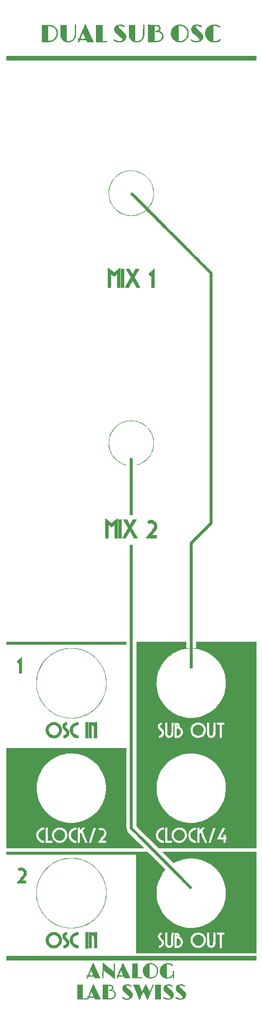
<source format=gbr>
G04 #@! TF.GenerationSoftware,KiCad,Pcbnew,5.1.5-52549c5~84~ubuntu18.04.1*
G04 #@! TF.CreationDate,2020-07-04T15:29:10-04:00*
G04 #@! TF.ProjectId,subosc_panel,7375626f-7363-45f7-9061-6e656c2e6b69,rev?*
G04 #@! TF.SameCoordinates,Original*
G04 #@! TF.FileFunction,Legend,Top*
G04 #@! TF.FilePolarity,Positive*
%FSLAX46Y46*%
G04 Gerber Fmt 4.6, Leading zero omitted, Abs format (unit mm)*
G04 Created by KiCad (PCBNEW 5.1.5-52549c5~84~ubuntu18.04.1) date 2020-07-04 15:29:10*
%MOMM*%
%LPD*%
G04 APERTURE LIST*
%ADD10C,0.010000*%
G04 APERTURE END LIST*
D10*
G36*
X153587353Y-156348715D02*
G01*
X153786210Y-156403103D01*
X153970456Y-156493943D01*
X154135017Y-156616604D01*
X154274821Y-156766452D01*
X154384795Y-156938853D01*
X154459865Y-157129176D01*
X154494960Y-157332787D01*
X154485006Y-157545053D01*
X154480953Y-157568677D01*
X154414852Y-157797766D01*
X154308783Y-157999184D01*
X154167460Y-158169431D01*
X153995596Y-158305006D01*
X153797904Y-158402407D01*
X153579099Y-158458136D01*
X153343892Y-158468690D01*
X153276545Y-158463162D01*
X153079532Y-158417380D01*
X152889364Y-158327857D01*
X152715689Y-158201575D01*
X152568155Y-158045517D01*
X152458659Y-157871290D01*
X152382352Y-157661437D01*
X152353014Y-157447744D01*
X152367787Y-157236282D01*
X152423817Y-157033121D01*
X152518246Y-156844330D01*
X152648219Y-156675979D01*
X152810879Y-156534138D01*
X153003371Y-156424877D01*
X153166094Y-156367831D01*
X153378956Y-156335413D01*
X153587353Y-156348715D01*
G37*
X153587353Y-156348715D02*
X153786210Y-156403103D01*
X153970456Y-156493943D01*
X154135017Y-156616604D01*
X154274821Y-156766452D01*
X154384795Y-156938853D01*
X154459865Y-157129176D01*
X154494960Y-157332787D01*
X154485006Y-157545053D01*
X154480953Y-157568677D01*
X154414852Y-157797766D01*
X154308783Y-157999184D01*
X154167460Y-158169431D01*
X153995596Y-158305006D01*
X153797904Y-158402407D01*
X153579099Y-158458136D01*
X153343892Y-158468690D01*
X153276545Y-158463162D01*
X153079532Y-158417380D01*
X152889364Y-158327857D01*
X152715689Y-158201575D01*
X152568155Y-158045517D01*
X152458659Y-157871290D01*
X152382352Y-157661437D01*
X152353014Y-157447744D01*
X152367787Y-157236282D01*
X152423817Y-157033121D01*
X152518246Y-156844330D01*
X152648219Y-156675979D01*
X152810879Y-156534138D01*
X153003371Y-156424877D01*
X153166094Y-156367831D01*
X153378956Y-156335413D01*
X153587353Y-156348715D01*
G36*
X149235426Y-156427158D02*
G01*
X149241472Y-156430911D01*
X149265929Y-156471460D01*
X149262638Y-156526229D01*
X149236102Y-156570649D01*
X149213850Y-156581652D01*
X149183588Y-156577302D01*
X149171015Y-156540961D01*
X149169400Y-156499362D01*
X149174568Y-156433391D01*
X149194409Y-156411383D01*
X149235426Y-156427158D01*
G37*
X149235426Y-156427158D02*
X149241472Y-156430911D01*
X149265929Y-156471460D01*
X149262638Y-156526229D01*
X149236102Y-156570649D01*
X149213850Y-156581652D01*
X149183588Y-156577302D01*
X149171015Y-156540961D01*
X149169400Y-156499362D01*
X149174568Y-156433391D01*
X149194409Y-156411383D01*
X149235426Y-156427158D01*
G36*
X149283781Y-157103172D02*
G01*
X149460457Y-157150855D01*
X149612092Y-157237685D01*
X149734727Y-157356594D01*
X149824404Y-157500512D01*
X149877165Y-157662369D01*
X149889054Y-157835096D01*
X149856111Y-158011622D01*
X149830416Y-158079606D01*
X149748341Y-158214700D01*
X149633229Y-158331583D01*
X149496951Y-158421960D01*
X149351378Y-158477538D01*
X149241075Y-158491400D01*
X149169400Y-158491400D01*
X149169400Y-157087495D01*
X149283781Y-157103172D01*
G37*
X149283781Y-157103172D02*
X149460457Y-157150855D01*
X149612092Y-157237685D01*
X149734727Y-157356594D01*
X149824404Y-157500512D01*
X149877165Y-157662369D01*
X149889054Y-157835096D01*
X149856111Y-158011622D01*
X149830416Y-158079606D01*
X149748341Y-158214700D01*
X149633229Y-158331583D01*
X149496951Y-158421960D01*
X149351378Y-158477538D01*
X149241075Y-158491400D01*
X149169400Y-158491400D01*
X149169400Y-157087495D01*
X149283781Y-157103172D01*
G36*
X149765415Y-177344739D02*
G01*
X149972734Y-177392051D01*
X150165655Y-177479410D01*
X150338472Y-177603257D01*
X150485477Y-177760033D01*
X150600963Y-177946176D01*
X150679223Y-178158129D01*
X150696555Y-178236618D01*
X150710855Y-178449262D01*
X150678432Y-178659789D01*
X150603113Y-178861055D01*
X150488727Y-179045918D01*
X150339100Y-179207236D01*
X150158061Y-179337864D01*
X150086015Y-179375963D01*
X149996129Y-179416106D01*
X149917240Y-179441306D01*
X149830544Y-179455647D01*
X149717240Y-179463211D01*
X149677400Y-179464697D01*
X149544364Y-179466336D01*
X149444414Y-179459506D01*
X149360255Y-179442270D01*
X149300142Y-179422484D01*
X149080556Y-179316374D01*
X148896821Y-179174952D01*
X148750856Y-179000484D01*
X148644579Y-178795241D01*
X148582044Y-178573381D01*
X148567515Y-178360307D01*
X148599524Y-178150881D01*
X148673896Y-177951735D01*
X148786456Y-177769501D01*
X148933029Y-177610811D01*
X149109441Y-177482297D01*
X149311517Y-177390591D01*
X149330412Y-177384497D01*
X149549405Y-177341034D01*
X149765415Y-177344739D01*
G37*
X149765415Y-177344739D02*
X149972734Y-177392051D01*
X150165655Y-177479410D01*
X150338472Y-177603257D01*
X150485477Y-177760033D01*
X150600963Y-177946176D01*
X150679223Y-178158129D01*
X150696555Y-178236618D01*
X150710855Y-178449262D01*
X150678432Y-178659789D01*
X150603113Y-178861055D01*
X150488727Y-179045918D01*
X150339100Y-179207236D01*
X150158061Y-179337864D01*
X150086015Y-179375963D01*
X149996129Y-179416106D01*
X149917240Y-179441306D01*
X149830544Y-179455647D01*
X149717240Y-179463211D01*
X149677400Y-179464697D01*
X149544364Y-179466336D01*
X149444414Y-179459506D01*
X149360255Y-179442270D01*
X149300142Y-179422484D01*
X149080556Y-179316374D01*
X148896821Y-179174952D01*
X148750856Y-179000484D01*
X148644579Y-178795241D01*
X148582044Y-178573381D01*
X148567515Y-178360307D01*
X148599524Y-178150881D01*
X148673896Y-177951735D01*
X148786456Y-177769501D01*
X148933029Y-177610811D01*
X149109441Y-177482297D01*
X149311517Y-177390591D01*
X149330412Y-177384497D01*
X149549405Y-177341034D01*
X149765415Y-177344739D01*
G36*
X125674400Y-177352488D02*
G01*
X125808768Y-177355398D01*
X125906964Y-177363670D01*
X125983508Y-177379427D01*
X126052924Y-177404788D01*
X126062974Y-177409260D01*
X126265180Y-177521375D01*
X126429876Y-177659804D01*
X126527426Y-177775612D01*
X126644819Y-177975411D01*
X126714902Y-178187578D01*
X126737746Y-178406160D01*
X126713424Y-178625204D01*
X126642007Y-178838757D01*
X126523567Y-179040866D01*
X126511996Y-179056450D01*
X126391624Y-179185354D01*
X126240278Y-179302078D01*
X126076734Y-179393540D01*
X125970121Y-179434043D01*
X125820702Y-179461955D01*
X125648589Y-179468531D01*
X125477021Y-179454138D01*
X125344200Y-179424177D01*
X125131158Y-179330089D01*
X124946876Y-179195618D01*
X124795923Y-179024692D01*
X124708967Y-178878278D01*
X124629011Y-178662509D01*
X124597090Y-178444280D01*
X124611108Y-178229342D01*
X124668969Y-178023445D01*
X124768577Y-177832343D01*
X124907835Y-177661785D01*
X125084646Y-177517525D01*
X125236033Y-177432216D01*
X125317847Y-177395212D01*
X125385263Y-177371620D01*
X125454180Y-177358551D01*
X125540497Y-177353111D01*
X125660113Y-177352409D01*
X125674400Y-177352488D01*
G37*
X125674400Y-177352488D02*
X125808768Y-177355398D01*
X125906964Y-177363670D01*
X125983508Y-177379427D01*
X126052924Y-177404788D01*
X126062974Y-177409260D01*
X126265180Y-177521375D01*
X126429876Y-177659804D01*
X126527426Y-177775612D01*
X126644819Y-177975411D01*
X126714902Y-178187578D01*
X126737746Y-178406160D01*
X126713424Y-178625204D01*
X126642007Y-178838757D01*
X126523567Y-179040866D01*
X126511996Y-179056450D01*
X126391624Y-179185354D01*
X126240278Y-179302078D01*
X126076734Y-179393540D01*
X125970121Y-179434043D01*
X125820702Y-179461955D01*
X125648589Y-179468531D01*
X125477021Y-179454138D01*
X125344200Y-179424177D01*
X125131158Y-179330089D01*
X124946876Y-179195618D01*
X124795923Y-179024692D01*
X124708967Y-178878278D01*
X124629011Y-178662509D01*
X124597090Y-178444280D01*
X124611108Y-178229342D01*
X124668969Y-178023445D01*
X124768577Y-177832343D01*
X124907835Y-177661785D01*
X125084646Y-177517525D01*
X125236033Y-177432216D01*
X125317847Y-177395212D01*
X125385263Y-177371620D01*
X125454180Y-177358551D01*
X125540497Y-177353111D01*
X125660113Y-177352409D01*
X125674400Y-177352488D01*
G36*
X153550121Y-198357701D02*
G01*
X153641255Y-198362536D01*
X153711933Y-198373948D01*
X153777321Y-198394684D01*
X153852587Y-198427486D01*
X153876402Y-198438688D01*
X154066230Y-198554362D01*
X154226463Y-198703912D01*
X154353196Y-198880041D01*
X154442528Y-199075454D01*
X154490553Y-199282853D01*
X154493371Y-199494943D01*
X154482458Y-199571621D01*
X154415836Y-199794990D01*
X154305363Y-199997759D01*
X154155937Y-200173620D01*
X153972455Y-200316262D01*
X153854889Y-200380108D01*
X153694654Y-200435627D01*
X153514003Y-200466738D01*
X153332760Y-200471604D01*
X153170755Y-200448390D01*
X153157200Y-200444690D01*
X152933998Y-200356037D01*
X152741557Y-200228690D01*
X152583313Y-200066460D01*
X152462703Y-199873162D01*
X152383165Y-199652607D01*
X152365025Y-199565976D01*
X152351902Y-199345618D01*
X152386297Y-199131537D01*
X152464926Y-198929859D01*
X152584505Y-198746714D01*
X152741752Y-198588231D01*
X152933385Y-198460537D01*
X152966165Y-198443791D01*
X153047422Y-198405257D01*
X153113128Y-198380163D01*
X153178359Y-198365635D01*
X153258188Y-198358803D01*
X153367688Y-198356795D01*
X153423365Y-198356700D01*
X153550121Y-198357701D01*
G37*
X153550121Y-198357701D02*
X153641255Y-198362536D01*
X153711933Y-198373948D01*
X153777321Y-198394684D01*
X153852587Y-198427486D01*
X153876402Y-198438688D01*
X154066230Y-198554362D01*
X154226463Y-198703912D01*
X154353196Y-198880041D01*
X154442528Y-199075454D01*
X154490553Y-199282853D01*
X154493371Y-199494943D01*
X154482458Y-199571621D01*
X154415836Y-199794990D01*
X154305363Y-199997759D01*
X154155937Y-200173620D01*
X153972455Y-200316262D01*
X153854889Y-200380108D01*
X153694654Y-200435627D01*
X153514003Y-200466738D01*
X153332760Y-200471604D01*
X153170755Y-200448390D01*
X153157200Y-200444690D01*
X152933998Y-200356037D01*
X152741557Y-200228690D01*
X152583313Y-200066460D01*
X152462703Y-199873162D01*
X152383165Y-199652607D01*
X152365025Y-199565976D01*
X152351902Y-199345618D01*
X152386297Y-199131537D01*
X152464926Y-198929859D01*
X152584505Y-198746714D01*
X152741752Y-198588231D01*
X152933385Y-198460537D01*
X152966165Y-198443791D01*
X153047422Y-198405257D01*
X153113128Y-198380163D01*
X153178359Y-198365635D01*
X153258188Y-198358803D01*
X153367688Y-198356795D01*
X153423365Y-198356700D01*
X153550121Y-198357701D01*
G36*
X149213850Y-198424947D02*
G01*
X149251003Y-198453684D01*
X149267327Y-198505955D01*
X149258318Y-198557189D01*
X149241472Y-198575688D01*
X149197745Y-198595220D01*
X149175905Y-198577643D01*
X149169450Y-198516779D01*
X149169400Y-198507237D01*
X149174355Y-198446391D01*
X149193326Y-198424333D01*
X149213850Y-198424947D01*
G37*
X149213850Y-198424947D02*
X149251003Y-198453684D01*
X149267327Y-198505955D01*
X149258318Y-198557189D01*
X149241472Y-198575688D01*
X149197745Y-198595220D01*
X149175905Y-198577643D01*
X149169450Y-198516779D01*
X149169400Y-198507237D01*
X149174355Y-198446391D01*
X149193326Y-198424333D01*
X149213850Y-198424947D01*
G36*
X149264650Y-199106248D02*
G01*
X149396547Y-199129311D01*
X149532322Y-199192110D01*
X149660225Y-199286041D01*
X149768509Y-199402503D01*
X149844564Y-199530884D01*
X149877139Y-199652128D01*
X149886862Y-199796760D01*
X149874048Y-199942955D01*
X149839009Y-200068890D01*
X149836768Y-200074063D01*
X149741398Y-200228924D01*
X149608709Y-200353812D01*
X149445759Y-200443478D01*
X149277350Y-200490006D01*
X149169400Y-200507465D01*
X149169400Y-199106000D01*
X149264650Y-199106248D01*
G37*
X149264650Y-199106248D02*
X149396547Y-199129311D01*
X149532322Y-199192110D01*
X149660225Y-199286041D01*
X149768509Y-199402503D01*
X149844564Y-199530884D01*
X149877139Y-199652128D01*
X149886862Y-199796760D01*
X149874048Y-199942955D01*
X149839009Y-200068890D01*
X149836768Y-200074063D01*
X149741398Y-200228924D01*
X149608709Y-200353812D01*
X149445759Y-200443478D01*
X149277350Y-200490006D01*
X149169400Y-200507465D01*
X149169400Y-199106000D01*
X149264650Y-199106248D01*
G36*
X144324350Y-16358351D02*
G01*
X144565574Y-16360995D01*
X144761703Y-16363571D01*
X144918436Y-16366448D01*
X145041477Y-16369992D01*
X145136527Y-16374573D01*
X145209288Y-16380558D01*
X145265461Y-16388314D01*
X145310748Y-16398210D01*
X145350851Y-16410614D01*
X145391472Y-16425893D01*
X145395426Y-16427452D01*
X145547102Y-16510227D01*
X145674463Y-16624657D01*
X145770487Y-16761328D01*
X145828150Y-16910827D01*
X145842000Y-17026099D01*
X145822413Y-17154624D01*
X145769215Y-17292594D01*
X145690743Y-17420810D01*
X145648877Y-17470776D01*
X145535784Y-17591680D01*
X145623613Y-17608157D01*
X145736148Y-17642646D01*
X145866771Y-17702811D01*
X145997491Y-17778567D01*
X146110315Y-17859829D01*
X146167613Y-17913065D01*
X146299842Y-18091180D01*
X146387712Y-18285349D01*
X146432420Y-18489150D01*
X146435164Y-18696160D01*
X146397142Y-18899958D01*
X146319552Y-19094120D01*
X146203591Y-19272226D01*
X146050458Y-19427851D01*
X145861489Y-19554500D01*
X145776740Y-19598468D01*
X145698675Y-19634908D01*
X145621470Y-19664590D01*
X145539301Y-19688279D01*
X145446343Y-19706745D01*
X145336772Y-19720755D01*
X145204764Y-19731077D01*
X145044494Y-19738477D01*
X144850138Y-19743725D01*
X144615872Y-19747588D01*
X144375150Y-19750418D01*
X143403600Y-19760778D01*
X143403600Y-16530800D01*
X144648200Y-16530800D01*
X144648200Y-19585542D01*
X144972050Y-19571858D01*
X145112442Y-19563051D01*
X145250397Y-19549412D01*
X145369389Y-19532859D01*
X145448300Y-19516598D01*
X145676140Y-19434036D01*
X145868002Y-19321892D01*
X146021400Y-19182969D01*
X146133852Y-19020067D01*
X146202874Y-18835990D01*
X146225982Y-18639378D01*
X146213657Y-18446618D01*
X146172450Y-18285950D01*
X146098029Y-18144993D01*
X146018112Y-18045088D01*
X145878039Y-17918060D01*
X145718113Y-17824968D01*
X145531791Y-17763444D01*
X145312531Y-17731121D01*
X145132659Y-17724600D01*
X145015507Y-17722351D01*
X144939138Y-17714578D01*
X144893691Y-17699741D01*
X144875033Y-17684370D01*
X144850638Y-17633602D01*
X144872526Y-17594474D01*
X144941825Y-17566274D01*
X145059660Y-17548294D01*
X145095333Y-17545417D01*
X145250955Y-17525887D01*
X145368347Y-17489189D01*
X145458534Y-17430578D01*
X145520043Y-17362676D01*
X145598786Y-17219019D01*
X145630666Y-17066419D01*
X145614874Y-16913071D01*
X145574600Y-16808846D01*
X145493447Y-16706117D01*
X145369784Y-16625580D01*
X145207499Y-16568747D01*
X145010481Y-16537128D01*
X144858763Y-16530800D01*
X144648200Y-16530800D01*
X143403600Y-16530800D01*
X143403600Y-16348647D01*
X144324350Y-16358351D01*
G37*
X144324350Y-16358351D02*
X144565574Y-16360995D01*
X144761703Y-16363571D01*
X144918436Y-16366448D01*
X145041477Y-16369992D01*
X145136527Y-16374573D01*
X145209288Y-16380558D01*
X145265461Y-16388314D01*
X145310748Y-16398210D01*
X145350851Y-16410614D01*
X145391472Y-16425893D01*
X145395426Y-16427452D01*
X145547102Y-16510227D01*
X145674463Y-16624657D01*
X145770487Y-16761328D01*
X145828150Y-16910827D01*
X145842000Y-17026099D01*
X145822413Y-17154624D01*
X145769215Y-17292594D01*
X145690743Y-17420810D01*
X145648877Y-17470776D01*
X145535784Y-17591680D01*
X145623613Y-17608157D01*
X145736148Y-17642646D01*
X145866771Y-17702811D01*
X145997491Y-17778567D01*
X146110315Y-17859829D01*
X146167613Y-17913065D01*
X146299842Y-18091180D01*
X146387712Y-18285349D01*
X146432420Y-18489150D01*
X146435164Y-18696160D01*
X146397142Y-18899958D01*
X146319552Y-19094120D01*
X146203591Y-19272226D01*
X146050458Y-19427851D01*
X145861489Y-19554500D01*
X145776740Y-19598468D01*
X145698675Y-19634908D01*
X145621470Y-19664590D01*
X145539301Y-19688279D01*
X145446343Y-19706745D01*
X145336772Y-19720755D01*
X145204764Y-19731077D01*
X145044494Y-19738477D01*
X144850138Y-19743725D01*
X144615872Y-19747588D01*
X144375150Y-19750418D01*
X143403600Y-19760778D01*
X143403600Y-16530800D01*
X144648200Y-16530800D01*
X144648200Y-19585542D01*
X144972050Y-19571858D01*
X145112442Y-19563051D01*
X145250397Y-19549412D01*
X145369389Y-19532859D01*
X145448300Y-19516598D01*
X145676140Y-19434036D01*
X145868002Y-19321892D01*
X146021400Y-19182969D01*
X146133852Y-19020067D01*
X146202874Y-18835990D01*
X146225982Y-18639378D01*
X146213657Y-18446618D01*
X146172450Y-18285950D01*
X146098029Y-18144993D01*
X146018112Y-18045088D01*
X145878039Y-17918060D01*
X145718113Y-17824968D01*
X145531791Y-17763444D01*
X145312531Y-17731121D01*
X145132659Y-17724600D01*
X145015507Y-17722351D01*
X144939138Y-17714578D01*
X144893691Y-17699741D01*
X144875033Y-17684370D01*
X144850638Y-17633602D01*
X144872526Y-17594474D01*
X144941825Y-17566274D01*
X145059660Y-17548294D01*
X145095333Y-17545417D01*
X145250955Y-17525887D01*
X145368347Y-17489189D01*
X145458534Y-17430578D01*
X145520043Y-17362676D01*
X145598786Y-17219019D01*
X145630666Y-17066419D01*
X145614874Y-16913071D01*
X145574600Y-16808846D01*
X145493447Y-16706117D01*
X145369784Y-16625580D01*
X145207499Y-16568747D01*
X145010481Y-16537128D01*
X144858763Y-16530800D01*
X144648200Y-16530800D01*
X143403600Y-16530800D01*
X143403600Y-16348647D01*
X144324350Y-16358351D01*
G36*
X134208800Y-19609964D02*
G01*
X134558050Y-19593689D01*
X134699024Y-19587139D01*
X134833637Y-19580919D01*
X134947724Y-19575681D01*
X135027116Y-19572078D01*
X135034300Y-19571757D01*
X135110148Y-19570582D01*
X135149305Y-19579714D01*
X135165674Y-19604933D01*
X135170062Y-19628176D01*
X135173170Y-19658488D01*
X135170301Y-19683611D01*
X135157166Y-19704033D01*
X135129480Y-19720241D01*
X135082953Y-19732721D01*
X135013299Y-19741961D01*
X134916229Y-19748446D01*
X134787457Y-19752664D01*
X134622694Y-19755102D01*
X134417654Y-19756245D01*
X134168047Y-19756582D01*
X134038845Y-19756600D01*
X132989600Y-19756600D01*
X132989600Y-16353000D01*
X134208800Y-16353000D01*
X134208800Y-19609964D01*
G37*
X134208800Y-19609964D02*
X134558050Y-19593689D01*
X134699024Y-19587139D01*
X134833637Y-19580919D01*
X134947724Y-19575681D01*
X135027116Y-19572078D01*
X135034300Y-19571757D01*
X135110148Y-19570582D01*
X135149305Y-19579714D01*
X135165674Y-19604933D01*
X135170062Y-19628176D01*
X135173170Y-19658488D01*
X135170301Y-19683611D01*
X135157166Y-19704033D01*
X135129480Y-19720241D01*
X135082953Y-19732721D01*
X135013299Y-19741961D01*
X134916229Y-19748446D01*
X134787457Y-19752664D01*
X134622694Y-19755102D01*
X134417654Y-19756245D01*
X134168047Y-19756582D01*
X134038845Y-19756600D01*
X132989600Y-19756600D01*
X132989600Y-16353000D01*
X134208800Y-16353000D01*
X134208800Y-19609964D01*
G36*
X123114539Y-16354198D02*
G01*
X123348404Y-16358146D01*
X123544903Y-16365369D01*
X123710730Y-16376396D01*
X123852576Y-16391752D01*
X123977134Y-16411966D01*
X124091099Y-16437564D01*
X124163100Y-16457468D01*
X124425198Y-16560037D01*
X124658408Y-16702560D01*
X124859331Y-16881455D01*
X125024573Y-17093137D01*
X125150736Y-17334024D01*
X125230656Y-17583856D01*
X125267643Y-17833692D01*
X125269522Y-18097704D01*
X125237955Y-18361699D01*
X125174603Y-18611482D01*
X125085401Y-18824774D01*
X125003914Y-18951669D01*
X124889889Y-19090540D01*
X124755487Y-19229220D01*
X124612867Y-19355544D01*
X124474189Y-19457348D01*
X124421332Y-19489153D01*
X124288766Y-19557343D01*
X124155275Y-19613493D01*
X124014402Y-19658637D01*
X123859690Y-19693813D01*
X123684682Y-19720056D01*
X123482919Y-19738402D01*
X123247947Y-19749888D01*
X122973306Y-19755548D01*
X122754401Y-19756600D01*
X122118400Y-19756600D01*
X122118400Y-19560695D01*
X123337600Y-19560695D01*
X123597950Y-19546789D01*
X123765308Y-19532641D01*
X123904230Y-19507678D01*
X124036623Y-19467856D01*
X124048266Y-19463661D01*
X124310256Y-19343984D01*
X124537890Y-19189530D01*
X124728749Y-19002870D01*
X124880417Y-18786573D01*
X124990475Y-18543211D01*
X125026150Y-18424113D01*
X125044770Y-18321625D01*
X125058213Y-18188903D01*
X125064550Y-18046411D01*
X125064800Y-18014241D01*
X125043539Y-17725428D01*
X124979656Y-17464112D01*
X124873000Y-17229918D01*
X124723422Y-17022472D01*
X124626554Y-16923114D01*
X124466251Y-16795560D01*
X124287207Y-16696164D01*
X124082148Y-16622287D01*
X123843798Y-16571289D01*
X123573765Y-16541175D01*
X123337600Y-16523839D01*
X123337600Y-19560695D01*
X122118400Y-19560695D01*
X122118400Y-16353000D01*
X122836616Y-16353000D01*
X123114539Y-16354198D01*
G37*
X123114539Y-16354198D02*
X123348404Y-16358146D01*
X123544903Y-16365369D01*
X123710730Y-16376396D01*
X123852576Y-16391752D01*
X123977134Y-16411966D01*
X124091099Y-16437564D01*
X124163100Y-16457468D01*
X124425198Y-16560037D01*
X124658408Y-16702560D01*
X124859331Y-16881455D01*
X125024573Y-17093137D01*
X125150736Y-17334024D01*
X125230656Y-17583856D01*
X125267643Y-17833692D01*
X125269522Y-18097704D01*
X125237955Y-18361699D01*
X125174603Y-18611482D01*
X125085401Y-18824774D01*
X125003914Y-18951669D01*
X124889889Y-19090540D01*
X124755487Y-19229220D01*
X124612867Y-19355544D01*
X124474189Y-19457348D01*
X124421332Y-19489153D01*
X124288766Y-19557343D01*
X124155275Y-19613493D01*
X124014402Y-19658637D01*
X123859690Y-19693813D01*
X123684682Y-19720056D01*
X123482919Y-19738402D01*
X123247947Y-19749888D01*
X122973306Y-19755548D01*
X122754401Y-19756600D01*
X122118400Y-19756600D01*
X122118400Y-19560695D01*
X123337600Y-19560695D01*
X123597950Y-19546789D01*
X123765308Y-19532641D01*
X123904230Y-19507678D01*
X124036623Y-19467856D01*
X124048266Y-19463661D01*
X124310256Y-19343984D01*
X124537890Y-19189530D01*
X124728749Y-19002870D01*
X124880417Y-18786573D01*
X124990475Y-18543211D01*
X125026150Y-18424113D01*
X125044770Y-18321625D01*
X125058213Y-18188903D01*
X125064550Y-18046411D01*
X125064800Y-18014241D01*
X125043539Y-17725428D01*
X124979656Y-17464112D01*
X124873000Y-17229918D01*
X124723422Y-17022472D01*
X124626554Y-16923114D01*
X124466251Y-16795560D01*
X124287207Y-16696164D01*
X124082148Y-16622287D01*
X123843798Y-16571289D01*
X123573765Y-16541175D01*
X123337600Y-16523839D01*
X123337600Y-19560695D01*
X122118400Y-19560695D01*
X122118400Y-16353000D01*
X122836616Y-16353000D01*
X123114539Y-16354198D01*
G36*
X130816553Y-16248482D02*
G01*
X130848861Y-16313576D01*
X130899094Y-16417749D01*
X130965592Y-16557471D01*
X131046691Y-16729211D01*
X131140731Y-16929437D01*
X131246050Y-17154619D01*
X131360985Y-17401225D01*
X131483874Y-17665725D01*
X131613056Y-17944586D01*
X131634660Y-17991300D01*
X132450876Y-19756600D01*
X131192929Y-19756600D01*
X131094314Y-19540933D01*
X130995700Y-19325267D01*
X130356720Y-19325033D01*
X129717740Y-19324800D01*
X129636291Y-19521650D01*
X129595623Y-19616478D01*
X129559366Y-19694914D01*
X129533800Y-19743546D01*
X129529210Y-19750250D01*
X129479214Y-19777599D01*
X129413795Y-19777334D01*
X129362480Y-19751520D01*
X129339548Y-19720061D01*
X129336621Y-19682571D01*
X129356357Y-19628225D01*
X129401412Y-19546201D01*
X129420900Y-19513521D01*
X129476689Y-19415299D01*
X129503040Y-19351409D01*
X129500777Y-19315379D01*
X129470722Y-19300736D01*
X129448114Y-19299400D01*
X129381239Y-19281693D01*
X129327801Y-19238591D01*
X129306600Y-19186395D01*
X129328907Y-19134433D01*
X129364985Y-19117198D01*
X129814600Y-19117198D01*
X129829663Y-19127765D01*
X129877512Y-19135791D01*
X129962132Y-19141493D01*
X130087512Y-19145087D01*
X130257639Y-19146789D01*
X130363417Y-19147000D01*
X130550789Y-19146388D01*
X130692332Y-19144356D01*
X130793005Y-19140611D01*
X130857765Y-19134859D01*
X130891573Y-19126805D01*
X130899386Y-19116155D01*
X130899064Y-19115250D01*
X130875679Y-19061884D01*
X130836167Y-18974990D01*
X130784028Y-18861992D01*
X130722758Y-18730316D01*
X130655859Y-18587386D01*
X130586827Y-18440628D01*
X130519161Y-18297468D01*
X130456361Y-18165329D01*
X130401924Y-18051637D01*
X130359350Y-17963818D01*
X130332137Y-17909296D01*
X130324013Y-17894819D01*
X130310786Y-17912531D01*
X130281984Y-17970092D01*
X130240690Y-18060104D01*
X130189986Y-18175168D01*
X130132958Y-18307886D01*
X130072688Y-18450857D01*
X130012260Y-18596683D01*
X129954756Y-18737965D01*
X129903262Y-18867304D01*
X129860859Y-18977301D01*
X129830633Y-19060557D01*
X129815665Y-19109672D01*
X129814600Y-19117198D01*
X129364985Y-19117198D01*
X129390798Y-19104867D01*
X129484722Y-19101140D01*
X129491901Y-19101890D01*
X129600592Y-19114141D01*
X130194907Y-17670070D01*
X130300394Y-17414319D01*
X130400364Y-17173031D01*
X130493123Y-16950221D01*
X130576978Y-16749905D01*
X130650237Y-16576098D01*
X130711206Y-16432815D01*
X130758192Y-16324072D01*
X130789501Y-16253884D01*
X130803441Y-16226266D01*
X130803833Y-16226000D01*
X130816553Y-16248482D01*
G37*
X130816553Y-16248482D02*
X130848861Y-16313576D01*
X130899094Y-16417749D01*
X130965592Y-16557471D01*
X131046691Y-16729211D01*
X131140731Y-16929437D01*
X131246050Y-17154619D01*
X131360985Y-17401225D01*
X131483874Y-17665725D01*
X131613056Y-17944586D01*
X131634660Y-17991300D01*
X132450876Y-19756600D01*
X131192929Y-19756600D01*
X131094314Y-19540933D01*
X130995700Y-19325267D01*
X130356720Y-19325033D01*
X129717740Y-19324800D01*
X129636291Y-19521650D01*
X129595623Y-19616478D01*
X129559366Y-19694914D01*
X129533800Y-19743546D01*
X129529210Y-19750250D01*
X129479214Y-19777599D01*
X129413795Y-19777334D01*
X129362480Y-19751520D01*
X129339548Y-19720061D01*
X129336621Y-19682571D01*
X129356357Y-19628225D01*
X129401412Y-19546201D01*
X129420900Y-19513521D01*
X129476689Y-19415299D01*
X129503040Y-19351409D01*
X129500777Y-19315379D01*
X129470722Y-19300736D01*
X129448114Y-19299400D01*
X129381239Y-19281693D01*
X129327801Y-19238591D01*
X129306600Y-19186395D01*
X129328907Y-19134433D01*
X129364985Y-19117198D01*
X129814600Y-19117198D01*
X129829663Y-19127765D01*
X129877512Y-19135791D01*
X129962132Y-19141493D01*
X130087512Y-19145087D01*
X130257639Y-19146789D01*
X130363417Y-19147000D01*
X130550789Y-19146388D01*
X130692332Y-19144356D01*
X130793005Y-19140611D01*
X130857765Y-19134859D01*
X130891573Y-19126805D01*
X130899386Y-19116155D01*
X130899064Y-19115250D01*
X130875679Y-19061884D01*
X130836167Y-18974990D01*
X130784028Y-18861992D01*
X130722758Y-18730316D01*
X130655859Y-18587386D01*
X130586827Y-18440628D01*
X130519161Y-18297468D01*
X130456361Y-18165329D01*
X130401924Y-18051637D01*
X130359350Y-17963818D01*
X130332137Y-17909296D01*
X130324013Y-17894819D01*
X130310786Y-17912531D01*
X130281984Y-17970092D01*
X130240690Y-18060104D01*
X130189986Y-18175168D01*
X130132958Y-18307886D01*
X130072688Y-18450857D01*
X130012260Y-18596683D01*
X129954756Y-18737965D01*
X129903262Y-18867304D01*
X129860859Y-18977301D01*
X129830633Y-19060557D01*
X129815665Y-19109672D01*
X129814600Y-19117198D01*
X129364985Y-19117198D01*
X129390798Y-19104867D01*
X129484722Y-19101140D01*
X129491901Y-19101890D01*
X129600592Y-19114141D01*
X130194907Y-17670070D01*
X130300394Y-17414319D01*
X130400364Y-17173031D01*
X130493123Y-16950221D01*
X130576978Y-16749905D01*
X130650237Y-16576098D01*
X130711206Y-16432815D01*
X130758192Y-16324072D01*
X130789501Y-16253884D01*
X130803441Y-16226266D01*
X130803833Y-16226000D01*
X130816553Y-16248482D01*
G36*
X157016274Y-16335301D02*
G01*
X157240269Y-16380989D01*
X157448491Y-16445001D01*
X157627807Y-16524279D01*
X157714026Y-16576490D01*
X157802781Y-16646140D01*
X157847445Y-16703846D01*
X157851577Y-16755276D01*
X157840808Y-16778450D01*
X157786868Y-16823614D01*
X157713873Y-16826725D01*
X157630341Y-16788395D01*
X157594945Y-16760773D01*
X157464589Y-16671837D01*
X157297517Y-16596091D01*
X157106789Y-16536588D01*
X156905470Y-16496384D01*
X156706619Y-16478535D01*
X156523301Y-16486096D01*
X156462375Y-16495875D01*
X156383000Y-16511750D01*
X156383000Y-19600544D01*
X156525375Y-19618333D01*
X156714439Y-19626460D01*
X156924021Y-19609676D01*
X157131862Y-19570469D01*
X157244368Y-19537924D01*
X157393543Y-19481398D01*
X157509208Y-19420124D01*
X157608362Y-19343933D01*
X157670755Y-19282912D01*
X157747039Y-19220673D01*
X157815549Y-19196971D01*
X157868502Y-19212544D01*
X157896616Y-19261485D01*
X157893174Y-19342266D01*
X157872729Y-19386020D01*
X157821737Y-19438904D01*
X157735662Y-19502784D01*
X157626694Y-19570052D01*
X157507021Y-19633102D01*
X157404255Y-19678380D01*
X157208361Y-19738322D01*
X156981506Y-19779451D01*
X156740498Y-19800231D01*
X156502147Y-19799128D01*
X156306800Y-19778649D01*
X156009051Y-19706362D01*
X155739081Y-19592991D01*
X155499387Y-19441517D01*
X155292469Y-19254919D01*
X155120826Y-19036177D01*
X154986956Y-18788273D01*
X154893360Y-18514185D01*
X154842535Y-18216894D01*
X154833600Y-18021833D01*
X154857170Y-17730359D01*
X154925981Y-17458053D01*
X155037181Y-17207721D01*
X155187920Y-16982164D01*
X155375345Y-16784186D01*
X155596606Y-16616592D01*
X155848852Y-16482183D01*
X156129231Y-16383763D01*
X156434892Y-16324136D01*
X156573500Y-16311114D01*
X156789640Y-16310990D01*
X157016274Y-16335301D01*
G37*
X157016274Y-16335301D02*
X157240269Y-16380989D01*
X157448491Y-16445001D01*
X157627807Y-16524279D01*
X157714026Y-16576490D01*
X157802781Y-16646140D01*
X157847445Y-16703846D01*
X157851577Y-16755276D01*
X157840808Y-16778450D01*
X157786868Y-16823614D01*
X157713873Y-16826725D01*
X157630341Y-16788395D01*
X157594945Y-16760773D01*
X157464589Y-16671837D01*
X157297517Y-16596091D01*
X157106789Y-16536588D01*
X156905470Y-16496384D01*
X156706619Y-16478535D01*
X156523301Y-16486096D01*
X156462375Y-16495875D01*
X156383000Y-16511750D01*
X156383000Y-19600544D01*
X156525375Y-19618333D01*
X156714439Y-19626460D01*
X156924021Y-19609676D01*
X157131862Y-19570469D01*
X157244368Y-19537924D01*
X157393543Y-19481398D01*
X157509208Y-19420124D01*
X157608362Y-19343933D01*
X157670755Y-19282912D01*
X157747039Y-19220673D01*
X157815549Y-19196971D01*
X157868502Y-19212544D01*
X157896616Y-19261485D01*
X157893174Y-19342266D01*
X157872729Y-19386020D01*
X157821737Y-19438904D01*
X157735662Y-19502784D01*
X157626694Y-19570052D01*
X157507021Y-19633102D01*
X157404255Y-19678380D01*
X157208361Y-19738322D01*
X156981506Y-19779451D01*
X156740498Y-19800231D01*
X156502147Y-19799128D01*
X156306800Y-19778649D01*
X156009051Y-19706362D01*
X155739081Y-19592991D01*
X155499387Y-19441517D01*
X155292469Y-19254919D01*
X155120826Y-19036177D01*
X154986956Y-18788273D01*
X154893360Y-18514185D01*
X154842535Y-18216894D01*
X154833600Y-18021833D01*
X154857170Y-17730359D01*
X154925981Y-17458053D01*
X155037181Y-17207721D01*
X155187920Y-16982164D01*
X155375345Y-16784186D01*
X155596606Y-16616592D01*
X155848852Y-16482183D01*
X156129231Y-16383763D01*
X156434892Y-16324136D01*
X156573500Y-16311114D01*
X156789640Y-16310990D01*
X157016274Y-16335301D01*
G36*
X153406322Y-16321243D02*
G01*
X153570002Y-16342575D01*
X153651415Y-16362295D01*
X153813005Y-16419589D01*
X153944707Y-16482841D01*
X154042093Y-16548712D01*
X154100739Y-16613860D01*
X154116217Y-16674946D01*
X154105229Y-16704815D01*
X154061949Y-16745715D01*
X154002790Y-16748694D01*
X153921047Y-16713190D01*
X153876802Y-16685631D01*
X153730212Y-16604881D01*
X153567462Y-16542443D01*
X153400302Y-16500582D01*
X153240484Y-16481561D01*
X153099757Y-16487647D01*
X152999107Y-16516477D01*
X152913801Y-16580718D01*
X152865957Y-16668534D01*
X152861899Y-16767672D01*
X152864200Y-16777956D01*
X152882628Y-16830436D01*
X152914737Y-16885993D01*
X152965121Y-16949501D01*
X153038373Y-17025832D01*
X153139085Y-17119859D01*
X153271852Y-17236452D01*
X153396954Y-17343101D01*
X153637973Y-17551977D01*
X153838928Y-17738023D01*
X154002947Y-17905147D01*
X154133159Y-18057258D01*
X154232694Y-18198264D01*
X154304680Y-18332074D01*
X154352247Y-18462596D01*
X154374286Y-18563853D01*
X154386791Y-18790846D01*
X154352355Y-19003508D01*
X154273644Y-19198432D01*
X154153328Y-19372213D01*
X153994076Y-19521445D01*
X153798557Y-19642724D01*
X153569438Y-19732641D01*
X153431320Y-19767239D01*
X153258359Y-19792036D01*
X153065066Y-19802699D01*
X152878311Y-19798308D01*
X152788900Y-19789250D01*
X152648399Y-19761904D01*
X152489996Y-19718933D01*
X152340875Y-19668119D01*
X152283839Y-19644677D01*
X152159336Y-19579160D01*
X152062293Y-19507365D01*
X151996677Y-19434787D01*
X151966459Y-19366917D01*
X151975608Y-19309249D01*
X152015490Y-19273309D01*
X152039341Y-19261677D01*
X152062220Y-19258427D01*
X152092566Y-19267439D01*
X152138818Y-19292593D01*
X152209414Y-19337769D01*
X152312794Y-19406846D01*
X152327663Y-19416832D01*
X152531421Y-19523312D01*
X152765567Y-19589948D01*
X153028405Y-19616283D01*
X153068300Y-19616728D01*
X153275944Y-19604377D01*
X153442980Y-19567466D01*
X153568170Y-19506675D01*
X153650278Y-19422681D01*
X153688066Y-19316162D01*
X153690600Y-19275873D01*
X153685830Y-19216568D01*
X153669097Y-19158061D01*
X153636764Y-19096443D01*
X153585194Y-19027810D01*
X153510752Y-18948255D01*
X153409800Y-18853870D01*
X153278703Y-18740751D01*
X153113823Y-18604989D01*
X152924907Y-18453337D01*
X152704024Y-18272247D01*
X152523152Y-18111564D01*
X152378303Y-17966304D01*
X152265491Y-17831482D01*
X152180726Y-17702115D01*
X152120020Y-17573218D01*
X152079387Y-17439809D01*
X152067431Y-17381700D01*
X152052109Y-17169860D01*
X152084060Y-16974138D01*
X152161597Y-16797116D01*
X152283028Y-16641377D01*
X152446664Y-16509504D01*
X152650815Y-16404078D01*
X152725400Y-16376012D01*
X152865118Y-16341815D01*
X153036659Y-16321118D01*
X153222801Y-16314175D01*
X153406322Y-16321243D01*
G37*
X153406322Y-16321243D02*
X153570002Y-16342575D01*
X153651415Y-16362295D01*
X153813005Y-16419589D01*
X153944707Y-16482841D01*
X154042093Y-16548712D01*
X154100739Y-16613860D01*
X154116217Y-16674946D01*
X154105229Y-16704815D01*
X154061949Y-16745715D01*
X154002790Y-16748694D01*
X153921047Y-16713190D01*
X153876802Y-16685631D01*
X153730212Y-16604881D01*
X153567462Y-16542443D01*
X153400302Y-16500582D01*
X153240484Y-16481561D01*
X153099757Y-16487647D01*
X152999107Y-16516477D01*
X152913801Y-16580718D01*
X152865957Y-16668534D01*
X152861899Y-16767672D01*
X152864200Y-16777956D01*
X152882628Y-16830436D01*
X152914737Y-16885993D01*
X152965121Y-16949501D01*
X153038373Y-17025832D01*
X153139085Y-17119859D01*
X153271852Y-17236452D01*
X153396954Y-17343101D01*
X153637973Y-17551977D01*
X153838928Y-17738023D01*
X154002947Y-17905147D01*
X154133159Y-18057258D01*
X154232694Y-18198264D01*
X154304680Y-18332074D01*
X154352247Y-18462596D01*
X154374286Y-18563853D01*
X154386791Y-18790846D01*
X154352355Y-19003508D01*
X154273644Y-19198432D01*
X154153328Y-19372213D01*
X153994076Y-19521445D01*
X153798557Y-19642724D01*
X153569438Y-19732641D01*
X153431320Y-19767239D01*
X153258359Y-19792036D01*
X153065066Y-19802699D01*
X152878311Y-19798308D01*
X152788900Y-19789250D01*
X152648399Y-19761904D01*
X152489996Y-19718933D01*
X152340875Y-19668119D01*
X152283839Y-19644677D01*
X152159336Y-19579160D01*
X152062293Y-19507365D01*
X151996677Y-19434787D01*
X151966459Y-19366917D01*
X151975608Y-19309249D01*
X152015490Y-19273309D01*
X152039341Y-19261677D01*
X152062220Y-19258427D01*
X152092566Y-19267439D01*
X152138818Y-19292593D01*
X152209414Y-19337769D01*
X152312794Y-19406846D01*
X152327663Y-19416832D01*
X152531421Y-19523312D01*
X152765567Y-19589948D01*
X153028405Y-19616283D01*
X153068300Y-19616728D01*
X153275944Y-19604377D01*
X153442980Y-19567466D01*
X153568170Y-19506675D01*
X153650278Y-19422681D01*
X153688066Y-19316162D01*
X153690600Y-19275873D01*
X153685830Y-19216568D01*
X153669097Y-19158061D01*
X153636764Y-19096443D01*
X153585194Y-19027810D01*
X153510752Y-18948255D01*
X153409800Y-18853870D01*
X153278703Y-18740751D01*
X153113823Y-18604989D01*
X152924907Y-18453337D01*
X152704024Y-18272247D01*
X152523152Y-18111564D01*
X152378303Y-17966304D01*
X152265491Y-17831482D01*
X152180726Y-17702115D01*
X152120020Y-17573218D01*
X152079387Y-17439809D01*
X152067431Y-17381700D01*
X152052109Y-17169860D01*
X152084060Y-16974138D01*
X152161597Y-16797116D01*
X152283028Y-16641377D01*
X152446664Y-16509504D01*
X152650815Y-16404078D01*
X152725400Y-16376012D01*
X152865118Y-16341815D01*
X153036659Y-16321118D01*
X153222801Y-16314175D01*
X153406322Y-16321243D01*
G36*
X149951076Y-16322279D02*
G01*
X150117928Y-16339055D01*
X150236200Y-16362416D01*
X150501904Y-16456238D01*
X150736722Y-16586950D01*
X150949229Y-16759451D01*
X150974796Y-16784339D01*
X151116638Y-16937629D01*
X151226628Y-17088920D01*
X151315723Y-17255751D01*
X151394880Y-17455655D01*
X151395665Y-17457900D01*
X151423572Y-17541461D01*
X151443029Y-17613619D01*
X151455523Y-17686712D01*
X151462543Y-17773077D01*
X151465574Y-17885053D01*
X151466106Y-18034976D01*
X151466096Y-18042100D01*
X151465054Y-18195810D01*
X151461477Y-18311282D01*
X151453895Y-18401067D01*
X151440836Y-18477715D01*
X151420830Y-18553777D01*
X151397612Y-18626300D01*
X151281506Y-18900040D01*
X151127780Y-19142943D01*
X150939441Y-19351879D01*
X150719497Y-19523720D01*
X150470958Y-19655335D01*
X150371698Y-19693438D01*
X150104107Y-19764959D01*
X149824783Y-19800811D01*
X149551951Y-19799074D01*
X149461500Y-19789250D01*
X149179694Y-19725810D01*
X148916002Y-19617967D01*
X148675693Y-19469490D01*
X148464035Y-19284149D01*
X148286297Y-19065712D01*
X148169855Y-18865150D01*
X148056320Y-18578231D01*
X147990993Y-18284412D01*
X147977315Y-18047479D01*
X149499600Y-18047479D01*
X149499600Y-18055400D01*
X149499808Y-18387855D01*
X149500478Y-18672649D01*
X149501671Y-18912924D01*
X149503453Y-19111818D01*
X149505887Y-19272470D01*
X149509038Y-19398019D01*
X149512969Y-19491604D01*
X149517744Y-19556365D01*
X149523428Y-19595441D01*
X149530084Y-19611970D01*
X149531350Y-19612778D01*
X149591700Y-19623989D01*
X149687778Y-19627594D01*
X149805176Y-19624168D01*
X149929483Y-19614287D01*
X150046292Y-19598526D01*
X150088489Y-19590536D01*
X150347995Y-19510943D01*
X150584457Y-19388184D01*
X150793847Y-19226202D01*
X150972137Y-19028937D01*
X151115299Y-18800331D01*
X151219304Y-18544325D01*
X151242666Y-18461200D01*
X151266920Y-18322992D01*
X151280296Y-18155433D01*
X151282563Y-17978072D01*
X151273488Y-17810461D01*
X151252838Y-17672152D01*
X151252081Y-17668849D01*
X151167615Y-17411026D01*
X151041426Y-17175218D01*
X150878379Y-16966268D01*
X150683339Y-16789020D01*
X150461172Y-16648320D01*
X150216743Y-16549012D01*
X150096500Y-16518211D01*
X149982155Y-16499350D01*
X149856013Y-16486665D01*
X149732596Y-16480753D01*
X149626430Y-16482207D01*
X149552040Y-16491623D01*
X149539777Y-16495417D01*
X149531433Y-16502544D01*
X149524316Y-16519502D01*
X149518332Y-16550008D01*
X149513383Y-16597780D01*
X149509374Y-16666532D01*
X149506210Y-16759983D01*
X149503795Y-16881849D01*
X149502032Y-17035846D01*
X149500827Y-17225691D01*
X149500084Y-17455100D01*
X149499707Y-17727790D01*
X149499600Y-18047479D01*
X147977315Y-18047479D01*
X147973912Y-17988547D01*
X148005117Y-17695489D01*
X148084646Y-17410091D01*
X148156823Y-17242000D01*
X148297144Y-17012185D01*
X148478389Y-16806015D01*
X148694223Y-16628501D01*
X148938309Y-16484656D01*
X149204313Y-16379493D01*
X149271000Y-16360490D01*
X149409251Y-16335073D01*
X149579903Y-16320254D01*
X149766123Y-16316001D01*
X149951076Y-16322279D01*
G37*
X149951076Y-16322279D02*
X150117928Y-16339055D01*
X150236200Y-16362416D01*
X150501904Y-16456238D01*
X150736722Y-16586950D01*
X150949229Y-16759451D01*
X150974796Y-16784339D01*
X151116638Y-16937629D01*
X151226628Y-17088920D01*
X151315723Y-17255751D01*
X151394880Y-17455655D01*
X151395665Y-17457900D01*
X151423572Y-17541461D01*
X151443029Y-17613619D01*
X151455523Y-17686712D01*
X151462543Y-17773077D01*
X151465574Y-17885053D01*
X151466106Y-18034976D01*
X151466096Y-18042100D01*
X151465054Y-18195810D01*
X151461477Y-18311282D01*
X151453895Y-18401067D01*
X151440836Y-18477715D01*
X151420830Y-18553777D01*
X151397612Y-18626300D01*
X151281506Y-18900040D01*
X151127780Y-19142943D01*
X150939441Y-19351879D01*
X150719497Y-19523720D01*
X150470958Y-19655335D01*
X150371698Y-19693438D01*
X150104107Y-19764959D01*
X149824783Y-19800811D01*
X149551951Y-19799074D01*
X149461500Y-19789250D01*
X149179694Y-19725810D01*
X148916002Y-19617967D01*
X148675693Y-19469490D01*
X148464035Y-19284149D01*
X148286297Y-19065712D01*
X148169855Y-18865150D01*
X148056320Y-18578231D01*
X147990993Y-18284412D01*
X147977315Y-18047479D01*
X149499600Y-18047479D01*
X149499600Y-18055400D01*
X149499808Y-18387855D01*
X149500478Y-18672649D01*
X149501671Y-18912924D01*
X149503453Y-19111818D01*
X149505887Y-19272470D01*
X149509038Y-19398019D01*
X149512969Y-19491604D01*
X149517744Y-19556365D01*
X149523428Y-19595441D01*
X149530084Y-19611970D01*
X149531350Y-19612778D01*
X149591700Y-19623989D01*
X149687778Y-19627594D01*
X149805176Y-19624168D01*
X149929483Y-19614287D01*
X150046292Y-19598526D01*
X150088489Y-19590536D01*
X150347995Y-19510943D01*
X150584457Y-19388184D01*
X150793847Y-19226202D01*
X150972137Y-19028937D01*
X151115299Y-18800331D01*
X151219304Y-18544325D01*
X151242666Y-18461200D01*
X151266920Y-18322992D01*
X151280296Y-18155433D01*
X151282563Y-17978072D01*
X151273488Y-17810461D01*
X151252838Y-17672152D01*
X151252081Y-17668849D01*
X151167615Y-17411026D01*
X151041426Y-17175218D01*
X150878379Y-16966268D01*
X150683339Y-16789020D01*
X150461172Y-16648320D01*
X150216743Y-16549012D01*
X150096500Y-16518211D01*
X149982155Y-16499350D01*
X149856013Y-16486665D01*
X149732596Y-16480753D01*
X149626430Y-16482207D01*
X149552040Y-16491623D01*
X149539777Y-16495417D01*
X149531433Y-16502544D01*
X149524316Y-16519502D01*
X149518332Y-16550008D01*
X149513383Y-16597780D01*
X149509374Y-16666532D01*
X149506210Y-16759983D01*
X149503795Y-16881849D01*
X149502032Y-17035846D01*
X149500827Y-17225691D01*
X149500084Y-17455100D01*
X149499707Y-17727790D01*
X149499600Y-18047479D01*
X147977315Y-18047479D01*
X147973912Y-17988547D01*
X148005117Y-17695489D01*
X148084646Y-17410091D01*
X148156823Y-17242000D01*
X148297144Y-17012185D01*
X148478389Y-16806015D01*
X148694223Y-16628501D01*
X148938309Y-16484656D01*
X149204313Y-16379493D01*
X149271000Y-16360490D01*
X149409251Y-16335073D01*
X149579903Y-16320254D01*
X149766123Y-16316001D01*
X149951076Y-16322279D01*
G36*
X142571799Y-16341467D02*
G01*
X142605023Y-16388128D01*
X142608078Y-16426102D01*
X142610431Y-16509132D01*
X142612058Y-16631477D01*
X142612931Y-16787397D01*
X142613026Y-16971153D01*
X142612317Y-17177003D01*
X142610776Y-17399209D01*
X142609969Y-17486678D01*
X142607093Y-17761412D01*
X142603904Y-17991055D01*
X142599698Y-18181314D01*
X142593772Y-18337898D01*
X142585423Y-18466514D01*
X142573949Y-18572869D01*
X142558646Y-18662671D01*
X142538810Y-18741627D01*
X142513740Y-18815445D01*
X142482732Y-18889833D01*
X142445083Y-18970498D01*
X142421100Y-19020000D01*
X142288386Y-19236647D01*
X142119007Y-19421660D01*
X141917645Y-19572915D01*
X141688983Y-19688289D01*
X141437703Y-19765661D01*
X141168489Y-19802908D01*
X140886022Y-19797906D01*
X140745405Y-19779593D01*
X140502631Y-19715488D01*
X140274299Y-19609588D01*
X140068145Y-19467505D01*
X139891907Y-19294853D01*
X139753321Y-19097243D01*
X139721677Y-19036890D01*
X139684487Y-18959322D01*
X139653401Y-18889290D01*
X139627832Y-18821425D01*
X139607188Y-18750358D01*
X139590880Y-18670720D01*
X139578319Y-18577143D01*
X139568914Y-18464257D01*
X139562077Y-18326693D01*
X139557216Y-18159082D01*
X139553744Y-17956056D01*
X139551069Y-17712244D01*
X139548945Y-17464250D01*
X139539876Y-16352999D01*
X140163638Y-16353000D01*
X140787400Y-16353000D01*
X140787400Y-19600544D01*
X140930921Y-19618476D01*
X141154611Y-19627403D01*
X141382642Y-19602119D01*
X141599851Y-19545661D01*
X141791072Y-19461069D01*
X141828800Y-19438574D01*
X141994290Y-19304743D01*
X142138608Y-19126188D01*
X142260304Y-18905002D01*
X142339163Y-18702500D01*
X142353534Y-18657662D01*
X142365414Y-18614410D01*
X142375091Y-18567467D01*
X142382850Y-18511562D01*
X142388976Y-18441420D01*
X142393757Y-18351769D01*
X142397477Y-18237333D01*
X142400423Y-18092841D01*
X142402880Y-17913019D01*
X142405135Y-17692592D01*
X142407309Y-17445615D01*
X142410143Y-17161576D01*
X142413449Y-16925377D01*
X142417333Y-16734056D01*
X142421899Y-16584656D01*
X142427255Y-16474215D01*
X142433504Y-16399774D01*
X142440754Y-16358374D01*
X142446503Y-16347454D01*
X142513065Y-16326149D01*
X142571799Y-16341467D01*
G37*
X142571799Y-16341467D02*
X142605023Y-16388128D01*
X142608078Y-16426102D01*
X142610431Y-16509132D01*
X142612058Y-16631477D01*
X142612931Y-16787397D01*
X142613026Y-16971153D01*
X142612317Y-17177003D01*
X142610776Y-17399209D01*
X142609969Y-17486678D01*
X142607093Y-17761412D01*
X142603904Y-17991055D01*
X142599698Y-18181314D01*
X142593772Y-18337898D01*
X142585423Y-18466514D01*
X142573949Y-18572869D01*
X142558646Y-18662671D01*
X142538810Y-18741627D01*
X142513740Y-18815445D01*
X142482732Y-18889833D01*
X142445083Y-18970498D01*
X142421100Y-19020000D01*
X142288386Y-19236647D01*
X142119007Y-19421660D01*
X141917645Y-19572915D01*
X141688983Y-19688289D01*
X141437703Y-19765661D01*
X141168489Y-19802908D01*
X140886022Y-19797906D01*
X140745405Y-19779593D01*
X140502631Y-19715488D01*
X140274299Y-19609588D01*
X140068145Y-19467505D01*
X139891907Y-19294853D01*
X139753321Y-19097243D01*
X139721677Y-19036890D01*
X139684487Y-18959322D01*
X139653401Y-18889290D01*
X139627832Y-18821425D01*
X139607188Y-18750358D01*
X139590880Y-18670720D01*
X139578319Y-18577143D01*
X139568914Y-18464257D01*
X139562077Y-18326693D01*
X139557216Y-18159082D01*
X139553744Y-17956056D01*
X139551069Y-17712244D01*
X139548945Y-17464250D01*
X139539876Y-16352999D01*
X140163638Y-16353000D01*
X140787400Y-16353000D01*
X140787400Y-19600544D01*
X140930921Y-19618476D01*
X141154611Y-19627403D01*
X141382642Y-19602119D01*
X141599851Y-19545661D01*
X141791072Y-19461069D01*
X141828800Y-19438574D01*
X141994290Y-19304743D01*
X142138608Y-19126188D01*
X142260304Y-18905002D01*
X142339163Y-18702500D01*
X142353534Y-18657662D01*
X142365414Y-18614410D01*
X142375091Y-18567467D01*
X142382850Y-18511562D01*
X142388976Y-18441420D01*
X142393757Y-18351769D01*
X142397477Y-18237333D01*
X142400423Y-18092841D01*
X142402880Y-17913019D01*
X142405135Y-17692592D01*
X142407309Y-17445615D01*
X142410143Y-17161576D01*
X142413449Y-16925377D01*
X142417333Y-16734056D01*
X142421899Y-16584656D01*
X142427255Y-16474215D01*
X142433504Y-16399774D01*
X142440754Y-16358374D01*
X142446503Y-16347454D01*
X142513065Y-16326149D01*
X142571799Y-16341467D01*
G36*
X138093357Y-16337009D02*
G01*
X138326472Y-16398930D01*
X138469382Y-16457679D01*
X138580574Y-16519069D01*
X138647215Y-16578598D01*
X138674885Y-16642612D01*
X138674444Y-16690860D01*
X138648809Y-16740890D01*
X138593431Y-16751929D01*
X138510899Y-16724170D01*
X138424344Y-16672293D01*
X138258562Y-16580777D01*
X138068622Y-16520257D01*
X137864525Y-16489055D01*
X137702362Y-16487420D01*
X137576484Y-16515131D01*
X137489063Y-16571045D01*
X137442271Y-16654018D01*
X137434600Y-16715513D01*
X137439861Y-16768556D01*
X137458040Y-16823246D01*
X137492730Y-16883535D01*
X137547524Y-16953374D01*
X137626013Y-17036717D01*
X137731793Y-17137513D01*
X137868454Y-17259717D01*
X138039590Y-17407278D01*
X138144174Y-17496000D01*
X138394483Y-17719576D01*
X138596985Y-17926933D01*
X138751921Y-18118339D01*
X138859531Y-18294067D01*
X138866748Y-18308800D01*
X138902876Y-18388124D01*
X138925930Y-18454618D01*
X138938767Y-18524021D01*
X138944250Y-18612067D01*
X138945238Y-18734496D01*
X138945224Y-18740600D01*
X138943599Y-18865981D01*
X138937648Y-18956005D01*
X138924628Y-19026089D01*
X138901799Y-19091651D01*
X138870787Y-19159146D01*
X138752875Y-19344357D01*
X138593115Y-19502519D01*
X138393667Y-19631950D01*
X138156695Y-19730969D01*
X138120400Y-19742385D01*
X137992709Y-19769879D01*
X137832205Y-19788058D01*
X137656120Y-19796333D01*
X137481687Y-19794111D01*
X137326137Y-19780803D01*
X137269500Y-19771554D01*
X137023418Y-19707502D01*
X136806120Y-19618614D01*
X136679264Y-19545342D01*
X136608649Y-19493955D01*
X136572183Y-19451967D01*
X136559260Y-19404739D01*
X136558300Y-19378368D01*
X136570326Y-19297093D01*
X136606571Y-19260278D01*
X136667288Y-19267848D01*
X136752727Y-19319730D01*
X136753909Y-19320626D01*
X136921323Y-19428738D01*
X137103916Y-19513717D01*
X137294614Y-19575189D01*
X137486344Y-19612780D01*
X137672032Y-19626118D01*
X137844604Y-19614830D01*
X137996987Y-19578542D01*
X138122107Y-19516881D01*
X138212890Y-19429475D01*
X138232142Y-19398601D01*
X138260683Y-19334107D01*
X138272162Y-19271303D01*
X138263741Y-19206474D01*
X138232581Y-19135909D01*
X138175844Y-19055892D01*
X138090692Y-18962711D01*
X137974286Y-18852653D01*
X137823789Y-18722003D01*
X137636361Y-18567049D01*
X137532039Y-18482621D01*
X137334643Y-18321352D01*
X137173642Y-18183968D01*
X137043907Y-18065082D01*
X136940313Y-17959312D01*
X136857732Y-17861273D01*
X136791037Y-17765579D01*
X136735101Y-17666848D01*
X136713498Y-17623000D01*
X136674335Y-17534416D01*
X136650778Y-17459115D01*
X136638965Y-17377784D01*
X136635039Y-17271109D01*
X136634818Y-17229300D01*
X136643928Y-17056886D01*
X136675514Y-16916824D01*
X136735154Y-16793558D01*
X136828426Y-16671533D01*
X136839063Y-16659635D01*
X136990504Y-16528233D01*
X137175766Y-16426549D01*
X137386767Y-16355583D01*
X137615421Y-16316337D01*
X137853646Y-16309811D01*
X138093357Y-16337009D01*
G37*
X138093357Y-16337009D02*
X138326472Y-16398930D01*
X138469382Y-16457679D01*
X138580574Y-16519069D01*
X138647215Y-16578598D01*
X138674885Y-16642612D01*
X138674444Y-16690860D01*
X138648809Y-16740890D01*
X138593431Y-16751929D01*
X138510899Y-16724170D01*
X138424344Y-16672293D01*
X138258562Y-16580777D01*
X138068622Y-16520257D01*
X137864525Y-16489055D01*
X137702362Y-16487420D01*
X137576484Y-16515131D01*
X137489063Y-16571045D01*
X137442271Y-16654018D01*
X137434600Y-16715513D01*
X137439861Y-16768556D01*
X137458040Y-16823246D01*
X137492730Y-16883535D01*
X137547524Y-16953374D01*
X137626013Y-17036717D01*
X137731793Y-17137513D01*
X137868454Y-17259717D01*
X138039590Y-17407278D01*
X138144174Y-17496000D01*
X138394483Y-17719576D01*
X138596985Y-17926933D01*
X138751921Y-18118339D01*
X138859531Y-18294067D01*
X138866748Y-18308800D01*
X138902876Y-18388124D01*
X138925930Y-18454618D01*
X138938767Y-18524021D01*
X138944250Y-18612067D01*
X138945238Y-18734496D01*
X138945224Y-18740600D01*
X138943599Y-18865981D01*
X138937648Y-18956005D01*
X138924628Y-19026089D01*
X138901799Y-19091651D01*
X138870787Y-19159146D01*
X138752875Y-19344357D01*
X138593115Y-19502519D01*
X138393667Y-19631950D01*
X138156695Y-19730969D01*
X138120400Y-19742385D01*
X137992709Y-19769879D01*
X137832205Y-19788058D01*
X137656120Y-19796333D01*
X137481687Y-19794111D01*
X137326137Y-19780803D01*
X137269500Y-19771554D01*
X137023418Y-19707502D01*
X136806120Y-19618614D01*
X136679264Y-19545342D01*
X136608649Y-19493955D01*
X136572183Y-19451967D01*
X136559260Y-19404739D01*
X136558300Y-19378368D01*
X136570326Y-19297093D01*
X136606571Y-19260278D01*
X136667288Y-19267848D01*
X136752727Y-19319730D01*
X136753909Y-19320626D01*
X136921323Y-19428738D01*
X137103916Y-19513717D01*
X137294614Y-19575189D01*
X137486344Y-19612780D01*
X137672032Y-19626118D01*
X137844604Y-19614830D01*
X137996987Y-19578542D01*
X138122107Y-19516881D01*
X138212890Y-19429475D01*
X138232142Y-19398601D01*
X138260683Y-19334107D01*
X138272162Y-19271303D01*
X138263741Y-19206474D01*
X138232581Y-19135909D01*
X138175844Y-19055892D01*
X138090692Y-18962711D01*
X137974286Y-18852653D01*
X137823789Y-18722003D01*
X137636361Y-18567049D01*
X137532039Y-18482621D01*
X137334643Y-18321352D01*
X137173642Y-18183968D01*
X137043907Y-18065082D01*
X136940313Y-17959312D01*
X136857732Y-17861273D01*
X136791037Y-17765579D01*
X136735101Y-17666848D01*
X136713498Y-17623000D01*
X136674335Y-17534416D01*
X136650778Y-17459115D01*
X136638965Y-17377784D01*
X136635039Y-17271109D01*
X136634818Y-17229300D01*
X136643928Y-17056886D01*
X136675514Y-16916824D01*
X136735154Y-16793558D01*
X136828426Y-16671533D01*
X136839063Y-16659635D01*
X136990504Y-16528233D01*
X137175766Y-16426549D01*
X137386767Y-16355583D01*
X137615421Y-16316337D01*
X137853646Y-16309811D01*
X138093357Y-16337009D01*
G36*
X128856909Y-16332167D02*
G01*
X128877451Y-16343856D01*
X128893577Y-16369248D01*
X128905735Y-16412653D01*
X128914378Y-16478379D01*
X128919953Y-16570737D01*
X128922911Y-16694035D01*
X128923703Y-16852581D01*
X128922778Y-17050686D01*
X128920587Y-17292659D01*
X128918826Y-17463107D01*
X128915800Y-17739616D01*
X128912555Y-17970985D01*
X128908402Y-18162871D01*
X128902653Y-18320934D01*
X128894619Y-18450831D01*
X128883611Y-18558220D01*
X128868941Y-18648759D01*
X128849919Y-18728105D01*
X128825856Y-18801918D01*
X128796064Y-18875854D01*
X128759855Y-18955572D01*
X128729292Y-19020000D01*
X128600257Y-19233367D01*
X128433764Y-19416673D01*
X128234923Y-19567581D01*
X128008842Y-19683752D01*
X127760633Y-19762850D01*
X127495404Y-19802536D01*
X127218266Y-19800474D01*
X127065390Y-19781166D01*
X126800928Y-19712403D01*
X126562449Y-19600876D01*
X126352817Y-19449060D01*
X126174901Y-19259428D01*
X126031568Y-19034454D01*
X125935270Y-18806091D01*
X125866483Y-18600900D01*
X125857681Y-17476950D01*
X125848879Y-16352999D01*
X126460139Y-16353000D01*
X127071400Y-16353000D01*
X127071400Y-17964400D01*
X127071692Y-18320893D01*
X127072592Y-18628660D01*
X127074137Y-18889770D01*
X127076363Y-19106293D01*
X127079306Y-19280301D01*
X127083001Y-19413863D01*
X127087486Y-19509050D01*
X127092795Y-19567931D01*
X127098966Y-19592577D01*
X127099812Y-19593361D01*
X127136850Y-19602659D01*
X127211006Y-19612249D01*
X127308634Y-19620505D01*
X127347462Y-19622868D01*
X127614976Y-19615958D01*
X127857177Y-19565129D01*
X128073205Y-19470988D01*
X128262199Y-19334145D01*
X128423300Y-19155208D01*
X128555645Y-18934785D01*
X128649113Y-18702500D01*
X128663252Y-18657559D01*
X128674990Y-18613564D01*
X128684625Y-18565275D01*
X128692454Y-18507451D01*
X128698774Y-18434851D01*
X128703883Y-18342236D01*
X128708079Y-18224363D01*
X128711659Y-18075994D01*
X128714921Y-17891888D01*
X128718162Y-17666803D01*
X128721209Y-17432500D01*
X128735100Y-16340300D01*
X128800774Y-16332665D01*
X128831499Y-16329874D01*
X128856909Y-16332167D01*
G37*
X128856909Y-16332167D02*
X128877451Y-16343856D01*
X128893577Y-16369248D01*
X128905735Y-16412653D01*
X128914378Y-16478379D01*
X128919953Y-16570737D01*
X128922911Y-16694035D01*
X128923703Y-16852581D01*
X128922778Y-17050686D01*
X128920587Y-17292659D01*
X128918826Y-17463107D01*
X128915800Y-17739616D01*
X128912555Y-17970985D01*
X128908402Y-18162871D01*
X128902653Y-18320934D01*
X128894619Y-18450831D01*
X128883611Y-18558220D01*
X128868941Y-18648759D01*
X128849919Y-18728105D01*
X128825856Y-18801918D01*
X128796064Y-18875854D01*
X128759855Y-18955572D01*
X128729292Y-19020000D01*
X128600257Y-19233367D01*
X128433764Y-19416673D01*
X128234923Y-19567581D01*
X128008842Y-19683752D01*
X127760633Y-19762850D01*
X127495404Y-19802536D01*
X127218266Y-19800474D01*
X127065390Y-19781166D01*
X126800928Y-19712403D01*
X126562449Y-19600876D01*
X126352817Y-19449060D01*
X126174901Y-19259428D01*
X126031568Y-19034454D01*
X125935270Y-18806091D01*
X125866483Y-18600900D01*
X125857681Y-17476950D01*
X125848879Y-16352999D01*
X126460139Y-16353000D01*
X127071400Y-16353000D01*
X127071400Y-17964400D01*
X127071692Y-18320893D01*
X127072592Y-18628660D01*
X127074137Y-18889770D01*
X127076363Y-19106293D01*
X127079306Y-19280301D01*
X127083001Y-19413863D01*
X127087486Y-19509050D01*
X127092795Y-19567931D01*
X127098966Y-19592577D01*
X127099812Y-19593361D01*
X127136850Y-19602659D01*
X127211006Y-19612249D01*
X127308634Y-19620505D01*
X127347462Y-19622868D01*
X127614976Y-19615958D01*
X127857177Y-19565129D01*
X128073205Y-19470988D01*
X128262199Y-19334145D01*
X128423300Y-19155208D01*
X128555645Y-18934785D01*
X128649113Y-18702500D01*
X128663252Y-18657559D01*
X128674990Y-18613564D01*
X128684625Y-18565275D01*
X128692454Y-18507451D01*
X128698774Y-18434851D01*
X128703883Y-18342236D01*
X128708079Y-18224363D01*
X128711659Y-18075994D01*
X128714921Y-17891888D01*
X128718162Y-17666803D01*
X128721209Y-17432500D01*
X128735100Y-16340300D01*
X128800774Y-16332665D01*
X128831499Y-16329874D01*
X128856909Y-16332167D01*
G36*
X165019000Y-23388800D02*
G01*
X115006400Y-23388800D01*
X115006400Y-22601400D01*
X165019000Y-22601400D01*
X165019000Y-23388800D01*
G37*
X165019000Y-23388800D02*
X115006400Y-23388800D01*
X115006400Y-22601400D01*
X165019000Y-22601400D01*
X165019000Y-23388800D01*
G36*
X144673600Y-68854800D02*
G01*
X144089400Y-68854800D01*
X144089400Y-67648300D01*
X144088979Y-67406169D01*
X144087773Y-67180262D01*
X144085867Y-66975511D01*
X144083345Y-66796851D01*
X144080291Y-66649216D01*
X144076791Y-66537540D01*
X144072927Y-66466757D01*
X144068785Y-66441801D01*
X144068752Y-66441800D01*
X144039761Y-66458599D01*
X143992319Y-66500597D01*
X143975100Y-66518000D01*
X143924222Y-66565673D01*
X143885776Y-66592230D01*
X143878585Y-66594200D01*
X143853696Y-66576846D01*
X143804075Y-66531103D01*
X143738851Y-66466450D01*
X143667156Y-66392366D01*
X143598119Y-66318327D01*
X143540871Y-66253814D01*
X143504543Y-66208304D01*
X143499762Y-66200942D01*
X143513321Y-66176726D01*
X143560663Y-66122960D01*
X143637501Y-66043726D01*
X143739547Y-65943107D01*
X143862515Y-65825187D01*
X144002117Y-65694048D01*
X144154065Y-65553775D01*
X144314072Y-65408451D01*
X144477851Y-65262158D01*
X144578350Y-65173688D01*
X144673600Y-65090337D01*
X144673600Y-68854800D01*
G37*
X144673600Y-68854800D02*
X144089400Y-68854800D01*
X144089400Y-67648300D01*
X144088979Y-67406169D01*
X144087773Y-67180262D01*
X144085867Y-66975511D01*
X144083345Y-66796851D01*
X144080291Y-66649216D01*
X144076791Y-66537540D01*
X144072927Y-66466757D01*
X144068785Y-66441801D01*
X144068752Y-66441800D01*
X144039761Y-66458599D01*
X143992319Y-66500597D01*
X143975100Y-66518000D01*
X143924222Y-66565673D01*
X143885776Y-66592230D01*
X143878585Y-66594200D01*
X143853696Y-66576846D01*
X143804075Y-66531103D01*
X143738851Y-66466450D01*
X143667156Y-66392366D01*
X143598119Y-66318327D01*
X143540871Y-66253814D01*
X143504543Y-66208304D01*
X143499762Y-66200942D01*
X143513321Y-66176726D01*
X143560663Y-66122960D01*
X143637501Y-66043726D01*
X143739547Y-65943107D01*
X143862515Y-65825187D01*
X144002117Y-65694048D01*
X144154065Y-65553775D01*
X144314072Y-65408451D01*
X144477851Y-65262158D01*
X144578350Y-65173688D01*
X144673600Y-65090337D01*
X144673600Y-68854800D01*
G36*
X139657100Y-65147176D02*
G01*
X139943258Y-65637792D01*
X140027972Y-65782552D01*
X140105633Y-65914352D01*
X140172082Y-66026210D01*
X140223164Y-66111143D01*
X140254720Y-66162167D01*
X140261312Y-66172027D01*
X140274050Y-66181249D01*
X140291665Y-66174862D01*
X140317315Y-66148355D01*
X140354154Y-66097218D01*
X140405339Y-66016938D01*
X140474026Y-65903005D01*
X140563369Y-65750908D01*
X140600366Y-65687372D01*
X140907526Y-65159100D01*
X141253863Y-65152033D01*
X141379852Y-65150407D01*
X141485354Y-65150845D01*
X141561165Y-65153171D01*
X141598083Y-65157209D01*
X141600200Y-65158681D01*
X141587850Y-65182973D01*
X141552668Y-65246240D01*
X141497450Y-65343598D01*
X141424993Y-65470163D01*
X141338096Y-65621049D01*
X141239556Y-65791374D01*
X141132170Y-65976251D01*
X141118161Y-66000317D01*
X140993131Y-66215586D01*
X140891843Y-66391458D01*
X140812097Y-66532213D01*
X140751694Y-66642129D01*
X140708433Y-66725488D01*
X140680114Y-66786568D01*
X140664536Y-66829648D01*
X140659501Y-66859009D01*
X140662807Y-66878929D01*
X140664538Y-66882669D01*
X140683050Y-66915709D01*
X140724301Y-66987816D01*
X140785493Y-67094143D01*
X140863827Y-67229843D01*
X140956502Y-67390070D01*
X141060720Y-67569977D01*
X141173680Y-67764717D01*
X141238816Y-67876900D01*
X141354548Y-68076161D01*
X141462414Y-68261894D01*
X141559732Y-68429480D01*
X141643821Y-68574303D01*
X141712001Y-68691745D01*
X141761591Y-68777187D01*
X141789909Y-68826014D01*
X141795538Y-68835750D01*
X141775738Y-68842593D01*
X141713919Y-68848292D01*
X141618856Y-68852364D01*
X141499324Y-68854327D01*
X141455649Y-68854429D01*
X141104900Y-68854058D01*
X140702309Y-68156000D01*
X140603526Y-67986162D01*
X140512272Y-67832025D01*
X140431714Y-67698723D01*
X140365019Y-67591389D01*
X140315353Y-67515160D01*
X140285884Y-67475169D01*
X140279457Y-67470464D01*
X140262146Y-67494759D01*
X140222701Y-67557658D01*
X140164362Y-67653753D01*
X140090370Y-67777641D01*
X140003964Y-67923914D01*
X139908386Y-68087168D01*
X139860828Y-68168893D01*
X139462461Y-68854800D01*
X139118913Y-68854800D01*
X138979463Y-68854074D01*
X138883731Y-68851365D01*
X138824646Y-68845872D01*
X138795140Y-68836793D01*
X138788143Y-68823328D01*
X138789675Y-68817507D01*
X138805072Y-68788306D01*
X138843329Y-68719849D01*
X138901778Y-68616800D01*
X138977749Y-68483822D01*
X139068573Y-68325579D01*
X139171582Y-68146736D01*
X139284107Y-67951954D01*
X139363892Y-67814165D01*
X139480692Y-67612336D01*
X139589237Y-67424181D01*
X139686945Y-67254219D01*
X139771235Y-67106965D01*
X139839526Y-66986939D01*
X139889237Y-66898658D01*
X139917787Y-66846637D01*
X139923800Y-66834234D01*
X139911065Y-66807551D01*
X139873603Y-66739070D01*
X139812527Y-66630733D01*
X139728948Y-66484478D01*
X139623981Y-66302246D01*
X139498736Y-66085978D01*
X139354328Y-65837612D01*
X139225276Y-65616300D01*
X139152605Y-65491515D01*
X139087091Y-65378457D01*
X139033883Y-65286054D01*
X138998130Y-65223237D01*
X138987247Y-65203550D01*
X138956812Y-65146400D01*
X139657100Y-65147176D01*
G37*
X139657100Y-65147176D02*
X139943258Y-65637792D01*
X140027972Y-65782552D01*
X140105633Y-65914352D01*
X140172082Y-66026210D01*
X140223164Y-66111143D01*
X140254720Y-66162167D01*
X140261312Y-66172027D01*
X140274050Y-66181249D01*
X140291665Y-66174862D01*
X140317315Y-66148355D01*
X140354154Y-66097218D01*
X140405339Y-66016938D01*
X140474026Y-65903005D01*
X140563369Y-65750908D01*
X140600366Y-65687372D01*
X140907526Y-65159100D01*
X141253863Y-65152033D01*
X141379852Y-65150407D01*
X141485354Y-65150845D01*
X141561165Y-65153171D01*
X141598083Y-65157209D01*
X141600200Y-65158681D01*
X141587850Y-65182973D01*
X141552668Y-65246240D01*
X141497450Y-65343598D01*
X141424993Y-65470163D01*
X141338096Y-65621049D01*
X141239556Y-65791374D01*
X141132170Y-65976251D01*
X141118161Y-66000317D01*
X140993131Y-66215586D01*
X140891843Y-66391458D01*
X140812097Y-66532213D01*
X140751694Y-66642129D01*
X140708433Y-66725488D01*
X140680114Y-66786568D01*
X140664536Y-66829648D01*
X140659501Y-66859009D01*
X140662807Y-66878929D01*
X140664538Y-66882669D01*
X140683050Y-66915709D01*
X140724301Y-66987816D01*
X140785493Y-67094143D01*
X140863827Y-67229843D01*
X140956502Y-67390070D01*
X141060720Y-67569977D01*
X141173680Y-67764717D01*
X141238816Y-67876900D01*
X141354548Y-68076161D01*
X141462414Y-68261894D01*
X141559732Y-68429480D01*
X141643821Y-68574303D01*
X141712001Y-68691745D01*
X141761591Y-68777187D01*
X141789909Y-68826014D01*
X141795538Y-68835750D01*
X141775738Y-68842593D01*
X141713919Y-68848292D01*
X141618856Y-68852364D01*
X141499324Y-68854327D01*
X141455649Y-68854429D01*
X141104900Y-68854058D01*
X140702309Y-68156000D01*
X140603526Y-67986162D01*
X140512272Y-67832025D01*
X140431714Y-67698723D01*
X140365019Y-67591389D01*
X140315353Y-67515160D01*
X140285884Y-67475169D01*
X140279457Y-67470464D01*
X140262146Y-67494759D01*
X140222701Y-67557658D01*
X140164362Y-67653753D01*
X140090370Y-67777641D01*
X140003964Y-67923914D01*
X139908386Y-68087168D01*
X139860828Y-68168893D01*
X139462461Y-68854800D01*
X139118913Y-68854800D01*
X138979463Y-68854074D01*
X138883731Y-68851365D01*
X138824646Y-68845872D01*
X138795140Y-68836793D01*
X138788143Y-68823328D01*
X138789675Y-68817507D01*
X138805072Y-68788306D01*
X138843329Y-68719849D01*
X138901778Y-68616800D01*
X138977749Y-68483822D01*
X139068573Y-68325579D01*
X139171582Y-68146736D01*
X139284107Y-67951954D01*
X139363892Y-67814165D01*
X139480692Y-67612336D01*
X139589237Y-67424181D01*
X139686945Y-67254219D01*
X139771235Y-67106965D01*
X139839526Y-66986939D01*
X139889237Y-66898658D01*
X139917787Y-66846637D01*
X139923800Y-66834234D01*
X139911065Y-66807551D01*
X139873603Y-66739070D01*
X139812527Y-66630733D01*
X139728948Y-66484478D01*
X139623981Y-66302246D01*
X139498736Y-66085978D01*
X139354328Y-65837612D01*
X139225276Y-65616300D01*
X139152605Y-65491515D01*
X139087091Y-65378457D01*
X139033883Y-65286054D01*
X138998130Y-65223237D01*
X138987247Y-65203550D01*
X138956812Y-65146400D01*
X139657100Y-65147176D01*
G36*
X138577600Y-68854800D02*
G01*
X137968000Y-68854800D01*
X137968000Y-65146400D01*
X138577600Y-65146400D01*
X138577600Y-68854800D01*
G37*
X138577600Y-68854800D02*
X137968000Y-68854800D01*
X137968000Y-65146400D01*
X138577600Y-65146400D01*
X138577600Y-68854800D01*
G36*
X135411064Y-64979643D02*
G01*
X135473204Y-65026998D01*
X135564635Y-65097461D01*
X135680020Y-65186904D01*
X135814025Y-65291198D01*
X135961312Y-65406216D01*
X135994952Y-65432536D01*
X136186127Y-65580790D01*
X136339917Y-65696960D01*
X136457580Y-65781935D01*
X136540378Y-65836606D01*
X136589570Y-65861859D01*
X136604552Y-65862618D01*
X136631851Y-65841250D01*
X136693683Y-65792936D01*
X136784532Y-65721983D01*
X136898883Y-65632698D01*
X137031221Y-65529389D01*
X137176029Y-65416362D01*
X137180600Y-65412795D01*
X137325815Y-65299457D01*
X137458836Y-65195637D01*
X137574121Y-65105657D01*
X137666134Y-65033840D01*
X137729335Y-64984509D01*
X137758186Y-64961986D01*
X137758450Y-64961780D01*
X137764506Y-64966087D01*
X137769789Y-64990969D01*
X137774343Y-65039232D01*
X137778217Y-65113683D01*
X137781454Y-65217128D01*
X137784103Y-65352373D01*
X137786207Y-65522224D01*
X137787815Y-65729488D01*
X137788971Y-65976971D01*
X137789722Y-66267479D01*
X137790114Y-66603818D01*
X137790200Y-66895889D01*
X137790200Y-68854800D01*
X137206000Y-68854800D01*
X137206000Y-67521300D01*
X137205648Y-67266388D01*
X137204638Y-67027472D01*
X137203036Y-66809242D01*
X137200909Y-66616389D01*
X137198325Y-66453605D01*
X137195351Y-66325581D01*
X137192053Y-66237009D01*
X137188499Y-66192579D01*
X137186950Y-66188211D01*
X137161245Y-66203299D01*
X137103454Y-66244513D01*
X137021151Y-66306234D01*
X136921912Y-66382845D01*
X136878652Y-66416811D01*
X136775037Y-66497724D01*
X136685657Y-66565957D01*
X136617979Y-66615930D01*
X136579470Y-66642061D01*
X136573852Y-66644588D01*
X136549445Y-66629521D01*
X136492761Y-66588342D01*
X136411231Y-66526626D01*
X136312284Y-66449949D01*
X136266200Y-66413740D01*
X135974100Y-66183303D01*
X135967525Y-67519051D01*
X135960950Y-68854800D01*
X135351800Y-68854800D01*
X135351800Y-66897500D01*
X135351948Y-66523677D01*
X135352424Y-66197844D01*
X135353274Y-65917195D01*
X135354543Y-65678920D01*
X135356278Y-65480211D01*
X135358524Y-65318261D01*
X135361328Y-65190261D01*
X135364735Y-65093402D01*
X135368793Y-65024877D01*
X135373546Y-64981878D01*
X135379040Y-64961596D01*
X135383550Y-64959523D01*
X135411064Y-64979643D01*
G37*
X135411064Y-64979643D02*
X135473204Y-65026998D01*
X135564635Y-65097461D01*
X135680020Y-65186904D01*
X135814025Y-65291198D01*
X135961312Y-65406216D01*
X135994952Y-65432536D01*
X136186127Y-65580790D01*
X136339917Y-65696960D01*
X136457580Y-65781935D01*
X136540378Y-65836606D01*
X136589570Y-65861859D01*
X136604552Y-65862618D01*
X136631851Y-65841250D01*
X136693683Y-65792936D01*
X136784532Y-65721983D01*
X136898883Y-65632698D01*
X137031221Y-65529389D01*
X137176029Y-65416362D01*
X137180600Y-65412795D01*
X137325815Y-65299457D01*
X137458836Y-65195637D01*
X137574121Y-65105657D01*
X137666134Y-65033840D01*
X137729335Y-64984509D01*
X137758186Y-64961986D01*
X137758450Y-64961780D01*
X137764506Y-64966087D01*
X137769789Y-64990969D01*
X137774343Y-65039232D01*
X137778217Y-65113683D01*
X137781454Y-65217128D01*
X137784103Y-65352373D01*
X137786207Y-65522224D01*
X137787815Y-65729488D01*
X137788971Y-65976971D01*
X137789722Y-66267479D01*
X137790114Y-66603818D01*
X137790200Y-66895889D01*
X137790200Y-68854800D01*
X137206000Y-68854800D01*
X137206000Y-67521300D01*
X137205648Y-67266388D01*
X137204638Y-67027472D01*
X137203036Y-66809242D01*
X137200909Y-66616389D01*
X137198325Y-66453605D01*
X137195351Y-66325581D01*
X137192053Y-66237009D01*
X137188499Y-66192579D01*
X137186950Y-66188211D01*
X137161245Y-66203299D01*
X137103454Y-66244513D01*
X137021151Y-66306234D01*
X136921912Y-66382845D01*
X136878652Y-66416811D01*
X136775037Y-66497724D01*
X136685657Y-66565957D01*
X136617979Y-66615930D01*
X136579470Y-66642061D01*
X136573852Y-66644588D01*
X136549445Y-66629521D01*
X136492761Y-66588342D01*
X136411231Y-66526626D01*
X136312284Y-66449949D01*
X136266200Y-66413740D01*
X135974100Y-66183303D01*
X135967525Y-67519051D01*
X135960950Y-68854800D01*
X135351800Y-68854800D01*
X135351800Y-66897500D01*
X135351948Y-66523677D01*
X135352424Y-66197844D01*
X135353274Y-65917195D01*
X135354543Y-65678920D01*
X135356278Y-65480211D01*
X135358524Y-65318261D01*
X135361328Y-65190261D01*
X135364735Y-65093402D01*
X135368793Y-65024877D01*
X135373546Y-64981878D01*
X135379040Y-64961596D01*
X135383550Y-64959523D01*
X135411064Y-64979643D01*
G36*
X140213492Y-95514073D02*
G01*
X140372701Y-95515927D01*
X140499539Y-95519761D01*
X140603215Y-95526187D01*
X140692942Y-95535814D01*
X140777930Y-95549253D01*
X140867390Y-95567112D01*
X140887945Y-95571555D01*
X141363481Y-95699610D01*
X141816032Y-95870683D01*
X142242762Y-96083330D01*
X142640835Y-96336105D01*
X143007416Y-96627563D01*
X143067974Y-96682305D01*
X143392795Y-97014982D01*
X143682645Y-97380610D01*
X143934182Y-97773621D01*
X144144063Y-98188451D01*
X144308946Y-98619531D01*
X144381366Y-98869808D01*
X144470267Y-99314560D01*
X144514100Y-99771658D01*
X144513184Y-100233045D01*
X144467838Y-100690660D01*
X144378383Y-101136444D01*
X144278396Y-101470165D01*
X144099773Y-101908712D01*
X143877298Y-102323905D01*
X143613694Y-102712675D01*
X143311684Y-103071957D01*
X142973988Y-103398682D01*
X142603330Y-103689784D01*
X142202431Y-103942195D01*
X141982169Y-104057505D01*
X141885794Y-104101617D01*
X141768000Y-104150931D01*
X141637495Y-104202332D01*
X141502989Y-104252707D01*
X141373190Y-104298943D01*
X141256805Y-104337925D01*
X141162545Y-104366540D01*
X141099116Y-104381674D01*
X141075888Y-104381555D01*
X141094686Y-104370409D01*
X141153489Y-104347083D01*
X141243861Y-104314686D01*
X141357363Y-104276326D01*
X141393754Y-104264416D01*
X141837909Y-104094338D01*
X142254761Y-103883070D01*
X142642342Y-103633413D01*
X142998687Y-103348169D01*
X143321829Y-103030141D01*
X143609802Y-102682131D01*
X143860638Y-102306943D01*
X144072370Y-101907377D01*
X144243034Y-101486238D01*
X144370661Y-101046327D01*
X144453285Y-100590446D01*
X144488940Y-100121399D01*
X144487707Y-99855500D01*
X144460149Y-99452071D01*
X144403513Y-99078577D01*
X144314436Y-98721142D01*
X144189558Y-98365889D01*
X144050316Y-98050184D01*
X143825945Y-97639095D01*
X143561370Y-97257327D01*
X143259261Y-96906951D01*
X142922287Y-96590039D01*
X142553118Y-96308663D01*
X142154425Y-96064894D01*
X141728877Y-95860806D01*
X141279144Y-95698469D01*
X140889000Y-95596832D01*
X140796903Y-95577974D01*
X140711211Y-95563664D01*
X140622691Y-95553292D01*
X140522112Y-95546250D01*
X140400240Y-95541928D01*
X140247843Y-95539717D01*
X140055689Y-95539007D01*
X140012700Y-95538991D01*
X139811697Y-95539479D01*
X139652255Y-95541349D01*
X139525143Y-95545211D01*
X139421128Y-95551673D01*
X139330978Y-95561346D01*
X139245459Y-95574838D01*
X139155340Y-95592760D01*
X139136400Y-95596832D01*
X138666011Y-95723572D01*
X138218670Y-95893772D01*
X137796763Y-96105432D01*
X137402679Y-96356553D01*
X137038809Y-96645135D01*
X136707540Y-96969178D01*
X136411260Y-97326684D01*
X136152360Y-97715651D01*
X135933228Y-98134081D01*
X135837494Y-98358327D01*
X135695359Y-98784334D01*
X135596978Y-99229304D01*
X135542812Y-99685622D01*
X135533325Y-100145671D01*
X135568978Y-100601834D01*
X135650234Y-101046496D01*
X135669612Y-101124240D01*
X135812553Y-101575653D01*
X135999751Y-102004572D01*
X136228728Y-102408407D01*
X136497003Y-102784570D01*
X136802096Y-103130471D01*
X137141528Y-103443521D01*
X137512818Y-103721130D01*
X137913487Y-103960710D01*
X138341054Y-104159671D01*
X138699181Y-104287349D01*
X138804910Y-104321134D01*
X138889863Y-104350062D01*
X138944069Y-104370626D01*
X138958600Y-104378672D01*
X138954272Y-104385874D01*
X138936751Y-104386161D01*
X138899230Y-104377655D01*
X138834901Y-104358482D01*
X138736957Y-104326764D01*
X138598592Y-104280626D01*
X138579116Y-104274087D01*
X138141312Y-104100592D01*
X137725555Y-103882805D01*
X137335136Y-103623644D01*
X136973344Y-103326029D01*
X136643468Y-102992877D01*
X136348800Y-102627107D01*
X136092628Y-102231637D01*
X135931694Y-101925600D01*
X135757189Y-101502027D01*
X135628016Y-101060557D01*
X135544382Y-100606623D01*
X135506492Y-100145655D01*
X135514552Y-99683087D01*
X135568769Y-99224349D01*
X135669347Y-98774875D01*
X135797603Y-98388118D01*
X135993039Y-97950671D01*
X136229352Y-97541972D01*
X136504293Y-97163917D01*
X136815615Y-96818401D01*
X137161072Y-96507321D01*
X137538417Y-96232572D01*
X137945401Y-95996050D01*
X138379778Y-95799650D01*
X138839301Y-95645270D01*
X139136400Y-95571367D01*
X139228542Y-95552525D01*
X139314320Y-95538228D01*
X139402967Y-95527867D01*
X139503718Y-95520833D01*
X139625809Y-95516517D01*
X139778472Y-95514311D01*
X139970944Y-95513606D01*
X140012700Y-95513591D01*
X140213492Y-95514073D01*
G37*
X140213492Y-95514073D02*
X140372701Y-95515927D01*
X140499539Y-95519761D01*
X140603215Y-95526187D01*
X140692942Y-95535814D01*
X140777930Y-95549253D01*
X140867390Y-95567112D01*
X140887945Y-95571555D01*
X141363481Y-95699610D01*
X141816032Y-95870683D01*
X142242762Y-96083330D01*
X142640835Y-96336105D01*
X143007416Y-96627563D01*
X143067974Y-96682305D01*
X143392795Y-97014982D01*
X143682645Y-97380610D01*
X143934182Y-97773621D01*
X144144063Y-98188451D01*
X144308946Y-98619531D01*
X144381366Y-98869808D01*
X144470267Y-99314560D01*
X144514100Y-99771658D01*
X144513184Y-100233045D01*
X144467838Y-100690660D01*
X144378383Y-101136444D01*
X144278396Y-101470165D01*
X144099773Y-101908712D01*
X143877298Y-102323905D01*
X143613694Y-102712675D01*
X143311684Y-103071957D01*
X142973988Y-103398682D01*
X142603330Y-103689784D01*
X142202431Y-103942195D01*
X141982169Y-104057505D01*
X141885794Y-104101617D01*
X141768000Y-104150931D01*
X141637495Y-104202332D01*
X141502989Y-104252707D01*
X141373190Y-104298943D01*
X141256805Y-104337925D01*
X141162545Y-104366540D01*
X141099116Y-104381674D01*
X141075888Y-104381555D01*
X141094686Y-104370409D01*
X141153489Y-104347083D01*
X141243861Y-104314686D01*
X141357363Y-104276326D01*
X141393754Y-104264416D01*
X141837909Y-104094338D01*
X142254761Y-103883070D01*
X142642342Y-103633413D01*
X142998687Y-103348169D01*
X143321829Y-103030141D01*
X143609802Y-102682131D01*
X143860638Y-102306943D01*
X144072370Y-101907377D01*
X144243034Y-101486238D01*
X144370661Y-101046327D01*
X144453285Y-100590446D01*
X144488940Y-100121399D01*
X144487707Y-99855500D01*
X144460149Y-99452071D01*
X144403513Y-99078577D01*
X144314436Y-98721142D01*
X144189558Y-98365889D01*
X144050316Y-98050184D01*
X143825945Y-97639095D01*
X143561370Y-97257327D01*
X143259261Y-96906951D01*
X142922287Y-96590039D01*
X142553118Y-96308663D01*
X142154425Y-96064894D01*
X141728877Y-95860806D01*
X141279144Y-95698469D01*
X140889000Y-95596832D01*
X140796903Y-95577974D01*
X140711211Y-95563664D01*
X140622691Y-95553292D01*
X140522112Y-95546250D01*
X140400240Y-95541928D01*
X140247843Y-95539717D01*
X140055689Y-95539007D01*
X140012700Y-95538991D01*
X139811697Y-95539479D01*
X139652255Y-95541349D01*
X139525143Y-95545211D01*
X139421128Y-95551673D01*
X139330978Y-95561346D01*
X139245459Y-95574838D01*
X139155340Y-95592760D01*
X139136400Y-95596832D01*
X138666011Y-95723572D01*
X138218670Y-95893772D01*
X137796763Y-96105432D01*
X137402679Y-96356553D01*
X137038809Y-96645135D01*
X136707540Y-96969178D01*
X136411260Y-97326684D01*
X136152360Y-97715651D01*
X135933228Y-98134081D01*
X135837494Y-98358327D01*
X135695359Y-98784334D01*
X135596978Y-99229304D01*
X135542812Y-99685622D01*
X135533325Y-100145671D01*
X135568978Y-100601834D01*
X135650234Y-101046496D01*
X135669612Y-101124240D01*
X135812553Y-101575653D01*
X135999751Y-102004572D01*
X136228728Y-102408407D01*
X136497003Y-102784570D01*
X136802096Y-103130471D01*
X137141528Y-103443521D01*
X137512818Y-103721130D01*
X137913487Y-103960710D01*
X138341054Y-104159671D01*
X138699181Y-104287349D01*
X138804910Y-104321134D01*
X138889863Y-104350062D01*
X138944069Y-104370626D01*
X138958600Y-104378672D01*
X138954272Y-104385874D01*
X138936751Y-104386161D01*
X138899230Y-104377655D01*
X138834901Y-104358482D01*
X138736957Y-104326764D01*
X138598592Y-104280626D01*
X138579116Y-104274087D01*
X138141312Y-104100592D01*
X137725555Y-103882805D01*
X137335136Y-103623644D01*
X136973344Y-103326029D01*
X136643468Y-102992877D01*
X136348800Y-102627107D01*
X136092628Y-102231637D01*
X135931694Y-101925600D01*
X135757189Y-101502027D01*
X135628016Y-101060557D01*
X135544382Y-100606623D01*
X135506492Y-100145655D01*
X135514552Y-99683087D01*
X135568769Y-99224349D01*
X135669347Y-98774875D01*
X135797603Y-98388118D01*
X135993039Y-97950671D01*
X136229352Y-97541972D01*
X136504293Y-97163917D01*
X136815615Y-96818401D01*
X137161072Y-96507321D01*
X137538417Y-96232572D01*
X137945401Y-95996050D01*
X138379778Y-95799650D01*
X138839301Y-95645270D01*
X139136400Y-95571367D01*
X139228542Y-95552525D01*
X139314320Y-95538228D01*
X139402967Y-95527867D01*
X139503718Y-95520833D01*
X139625809Y-95516517D01*
X139778472Y-95514311D01*
X139970944Y-95513606D01*
X140012700Y-95513591D01*
X140213492Y-95514073D01*
G36*
X140279400Y-114371600D02*
G01*
X139746000Y-114371600D01*
X139746000Y-102992400D01*
X140279400Y-102992400D01*
X140279400Y-114371600D01*
G37*
X140279400Y-114371600D02*
X139746000Y-114371600D01*
X139746000Y-102992400D01*
X140279400Y-102992400D01*
X140279400Y-114371600D01*
G36*
X144144543Y-115407782D02*
G01*
X144382007Y-115476046D01*
X144596891Y-115585196D01*
X144785290Y-115729829D01*
X144943299Y-115904543D01*
X145067015Y-116103933D01*
X145152534Y-116322597D01*
X145195952Y-116555131D01*
X145193365Y-116796131D01*
X145186261Y-116849579D01*
X145163574Y-116964678D01*
X145133203Y-117079374D01*
X145103005Y-117165537D01*
X145073063Y-117218242D01*
X145015791Y-117303737D01*
X144935977Y-117415458D01*
X144838412Y-117546841D01*
X144727888Y-117691322D01*
X144609193Y-117842335D01*
X144608149Y-117843646D01*
X144166746Y-118397500D01*
X145105400Y-118411320D01*
X145105400Y-118994400D01*
X142947484Y-118994400D01*
X143746560Y-117986404D01*
X143940384Y-117741180D01*
X144104142Y-117532310D01*
X144239994Y-117356881D01*
X144350100Y-117211979D01*
X144436623Y-117094691D01*
X144501723Y-117002102D01*
X144547561Y-116931298D01*
X144576298Y-116879366D01*
X144587413Y-116852630D01*
X144618353Y-116682154D01*
X144602089Y-116510365D01*
X144541051Y-116346782D01*
X144437665Y-116200925D01*
X144415287Y-116177821D01*
X144270087Y-116067020D01*
X144109446Y-116003892D01*
X143936474Y-115988819D01*
X143754284Y-116022184D01*
X143613329Y-116079291D01*
X143548754Y-116108668D01*
X143505999Y-116122816D01*
X143497389Y-116122262D01*
X143481553Y-116097497D01*
X143444981Y-116038754D01*
X143393470Y-115955374D01*
X143344775Y-115876197D01*
X143200330Y-115640895D01*
X143282915Y-115590249D01*
X143461019Y-115501655D01*
X143659435Y-115437629D01*
X143862342Y-115401524D01*
X144053914Y-115396688D01*
X144144543Y-115407782D01*
G37*
X144144543Y-115407782D02*
X144382007Y-115476046D01*
X144596891Y-115585196D01*
X144785290Y-115729829D01*
X144943299Y-115904543D01*
X145067015Y-116103933D01*
X145152534Y-116322597D01*
X145195952Y-116555131D01*
X145193365Y-116796131D01*
X145186261Y-116849579D01*
X145163574Y-116964678D01*
X145133203Y-117079374D01*
X145103005Y-117165537D01*
X145073063Y-117218242D01*
X145015791Y-117303737D01*
X144935977Y-117415458D01*
X144838412Y-117546841D01*
X144727888Y-117691322D01*
X144609193Y-117842335D01*
X144608149Y-117843646D01*
X144166746Y-118397500D01*
X145105400Y-118411320D01*
X145105400Y-118994400D01*
X142947484Y-118994400D01*
X143746560Y-117986404D01*
X143940384Y-117741180D01*
X144104142Y-117532310D01*
X144239994Y-117356881D01*
X144350100Y-117211979D01*
X144436623Y-117094691D01*
X144501723Y-117002102D01*
X144547561Y-116931298D01*
X144576298Y-116879366D01*
X144587413Y-116852630D01*
X144618353Y-116682154D01*
X144602089Y-116510365D01*
X144541051Y-116346782D01*
X144437665Y-116200925D01*
X144415287Y-116177821D01*
X144270087Y-116067020D01*
X144109446Y-116003892D01*
X143936474Y-115988819D01*
X143754284Y-116022184D01*
X143613329Y-116079291D01*
X143548754Y-116108668D01*
X143505999Y-116122816D01*
X143497389Y-116122262D01*
X143481553Y-116097497D01*
X143444981Y-116038754D01*
X143393470Y-115955374D01*
X143344775Y-115876197D01*
X143200330Y-115640895D01*
X143282915Y-115590249D01*
X143461019Y-115501655D01*
X143659435Y-115437629D01*
X143862342Y-115401524D01*
X144053914Y-115396688D01*
X144144543Y-115407782D01*
G36*
X139439429Y-115820481D02*
G01*
X139526340Y-115967812D01*
X139604847Y-116098722D01*
X139671359Y-116207398D01*
X139722282Y-116288029D01*
X139754028Y-116334805D01*
X139763065Y-116344201D01*
X139778337Y-116320101D01*
X139815388Y-116258274D01*
X139870541Y-116164954D01*
X139940121Y-116046378D01*
X140020454Y-115908780D01*
X140074386Y-115816069D01*
X140374944Y-115298700D01*
X140723872Y-115291613D01*
X140867504Y-115289639D01*
X140966633Y-115290851D01*
X141027485Y-115295720D01*
X141056282Y-115304717D01*
X141059829Y-115317013D01*
X141044448Y-115345712D01*
X141006348Y-115413168D01*
X140948462Y-115514291D01*
X140873725Y-115643989D01*
X140785069Y-115797174D01*
X140685428Y-115968753D01*
X140577736Y-116153637D01*
X140574313Y-116159506D01*
X140101766Y-116969513D01*
X140679533Y-117961135D01*
X140798759Y-118165899D01*
X140910053Y-118357300D01*
X141010814Y-118530847D01*
X141098440Y-118682047D01*
X141170332Y-118806409D01*
X141223887Y-118899441D01*
X141256505Y-118956650D01*
X141265766Y-118973579D01*
X141245068Y-118981028D01*
X141182426Y-118987176D01*
X141086690Y-118991507D01*
X140966709Y-118993504D01*
X140922866Y-118993563D01*
X140571500Y-118992726D01*
X140317500Y-118547175D01*
X140226986Y-118388717D01*
X140132784Y-118224352D01*
X140042347Y-118067043D01*
X139963125Y-117929755D01*
X139909503Y-117837339D01*
X139755506Y-117573054D01*
X138929398Y-118994400D01*
X138585681Y-118994400D01*
X138446192Y-118993675D01*
X138350421Y-118990968D01*
X138291301Y-118985478D01*
X138261763Y-118976405D01*
X138254741Y-118962949D01*
X138256275Y-118957107D01*
X138271672Y-118927906D01*
X138309929Y-118859449D01*
X138368378Y-118756400D01*
X138444349Y-118623422D01*
X138535173Y-118465179D01*
X138638182Y-118286336D01*
X138750707Y-118091554D01*
X138830492Y-117953765D01*
X138947313Y-117751854D01*
X139055874Y-117563537D01*
X139153594Y-117393343D01*
X139237890Y-117245803D01*
X139306180Y-117125446D01*
X139355880Y-117036801D01*
X139384409Y-116984399D01*
X139390400Y-116971729D01*
X139377924Y-116943509D01*
X139342290Y-116876290D01*
X139286184Y-116774804D01*
X139212296Y-116643787D01*
X139123312Y-116487972D01*
X139021920Y-116312092D01*
X138910808Y-116120882D01*
X138793795Y-115921000D01*
X138713440Y-115784120D01*
X138636773Y-115653320D01*
X138569671Y-115538638D01*
X138518008Y-115450112D01*
X138492770Y-115406650D01*
X138423058Y-115286000D01*
X139126554Y-115286000D01*
X139439429Y-115820481D01*
G37*
X139439429Y-115820481D02*
X139526340Y-115967812D01*
X139604847Y-116098722D01*
X139671359Y-116207398D01*
X139722282Y-116288029D01*
X139754028Y-116334805D01*
X139763065Y-116344201D01*
X139778337Y-116320101D01*
X139815388Y-116258274D01*
X139870541Y-116164954D01*
X139940121Y-116046378D01*
X140020454Y-115908780D01*
X140074386Y-115816069D01*
X140374944Y-115298700D01*
X140723872Y-115291613D01*
X140867504Y-115289639D01*
X140966633Y-115290851D01*
X141027485Y-115295720D01*
X141056282Y-115304717D01*
X141059829Y-115317013D01*
X141044448Y-115345712D01*
X141006348Y-115413168D01*
X140948462Y-115514291D01*
X140873725Y-115643989D01*
X140785069Y-115797174D01*
X140685428Y-115968753D01*
X140577736Y-116153637D01*
X140574313Y-116159506D01*
X140101766Y-116969513D01*
X140679533Y-117961135D01*
X140798759Y-118165899D01*
X140910053Y-118357300D01*
X141010814Y-118530847D01*
X141098440Y-118682047D01*
X141170332Y-118806409D01*
X141223887Y-118899441D01*
X141256505Y-118956650D01*
X141265766Y-118973579D01*
X141245068Y-118981028D01*
X141182426Y-118987176D01*
X141086690Y-118991507D01*
X140966709Y-118993504D01*
X140922866Y-118993563D01*
X140571500Y-118992726D01*
X140317500Y-118547175D01*
X140226986Y-118388717D01*
X140132784Y-118224352D01*
X140042347Y-118067043D01*
X139963125Y-117929755D01*
X139909503Y-117837339D01*
X139755506Y-117573054D01*
X138929398Y-118994400D01*
X138585681Y-118994400D01*
X138446192Y-118993675D01*
X138350421Y-118990968D01*
X138291301Y-118985478D01*
X138261763Y-118976405D01*
X138254741Y-118962949D01*
X138256275Y-118957107D01*
X138271672Y-118927906D01*
X138309929Y-118859449D01*
X138368378Y-118756400D01*
X138444349Y-118623422D01*
X138535173Y-118465179D01*
X138638182Y-118286336D01*
X138750707Y-118091554D01*
X138830492Y-117953765D01*
X138947313Y-117751854D01*
X139055874Y-117563537D01*
X139153594Y-117393343D01*
X139237890Y-117245803D01*
X139306180Y-117125446D01*
X139355880Y-117036801D01*
X139384409Y-116984399D01*
X139390400Y-116971729D01*
X139377924Y-116943509D01*
X139342290Y-116876290D01*
X139286184Y-116774804D01*
X139212296Y-116643787D01*
X139123312Y-116487972D01*
X139021920Y-116312092D01*
X138910808Y-116120882D01*
X138793795Y-115921000D01*
X138713440Y-115784120D01*
X138636773Y-115653320D01*
X138569671Y-115538638D01*
X138518008Y-115450112D01*
X138492770Y-115406650D01*
X138423058Y-115286000D01*
X139126554Y-115286000D01*
X139439429Y-115820481D01*
G36*
X138044200Y-118994400D02*
G01*
X137434600Y-118994400D01*
X137434600Y-115286000D01*
X138044200Y-115286000D01*
X138044200Y-118994400D01*
G37*
X138044200Y-118994400D02*
X137434600Y-118994400D01*
X137434600Y-115286000D01*
X138044200Y-115286000D01*
X138044200Y-118994400D01*
G36*
X137256800Y-118994400D02*
G01*
X136672600Y-118994400D01*
X136672600Y-117660900D01*
X136672248Y-117405981D01*
X136671238Y-117167052D01*
X136669636Y-116948804D01*
X136667509Y-116755930D01*
X136664925Y-116593122D01*
X136661951Y-116465071D01*
X136658653Y-116376470D01*
X136655099Y-116332011D01*
X136653550Y-116327630D01*
X136627837Y-116342637D01*
X136570006Y-116383749D01*
X136487626Y-116445368D01*
X136388269Y-116521895D01*
X136344446Y-116556230D01*
X136241059Y-116637078D01*
X136152421Y-116705347D01*
X136085858Y-116755475D01*
X136048693Y-116781904D01*
X136043619Y-116784600D01*
X136020961Y-116769683D01*
X135965923Y-116728656D01*
X135885823Y-116667107D01*
X135787982Y-116590622D01*
X135744131Y-116556000D01*
X135640840Y-116474924D01*
X135551959Y-116406500D01*
X135484896Y-116356326D01*
X135447055Y-116330000D01*
X135441708Y-116327400D01*
X135439087Y-116352017D01*
X135436631Y-116422742D01*
X135434387Y-116534879D01*
X135432404Y-116683737D01*
X135430730Y-116864622D01*
X135429413Y-117072841D01*
X135428502Y-117303700D01*
X135428045Y-117552507D01*
X135428000Y-117660900D01*
X135428000Y-118994400D01*
X134818400Y-118994400D01*
X134818400Y-117038600D01*
X134818561Y-116728374D01*
X134819028Y-116433312D01*
X134819776Y-116157290D01*
X134820779Y-115904182D01*
X134822012Y-115677865D01*
X134823450Y-115482213D01*
X134825067Y-115321102D01*
X134826839Y-115198407D01*
X134828740Y-115118003D01*
X134830744Y-115083766D01*
X134831146Y-115082800D01*
X134853589Y-115097857D01*
X134910951Y-115140468D01*
X134998218Y-115206789D01*
X135110374Y-115292978D01*
X135242403Y-115395191D01*
X135389289Y-115509585D01*
X135443939Y-115552305D01*
X136043985Y-116021810D01*
X136136042Y-115949907D01*
X136184012Y-115912369D01*
X136264264Y-115849487D01*
X136369119Y-115767284D01*
X136490898Y-115671779D01*
X136621923Y-115568993D01*
X136647200Y-115549160D01*
X136779332Y-115445625D01*
X136903938Y-115348248D01*
X137013276Y-115263059D01*
X137099608Y-115196085D01*
X137155193Y-115153356D01*
X137161550Y-115148543D01*
X137256800Y-115076770D01*
X137256800Y-118994400D01*
G37*
X137256800Y-118994400D02*
X136672600Y-118994400D01*
X136672600Y-117660900D01*
X136672248Y-117405981D01*
X136671238Y-117167052D01*
X136669636Y-116948804D01*
X136667509Y-116755930D01*
X136664925Y-116593122D01*
X136661951Y-116465071D01*
X136658653Y-116376470D01*
X136655099Y-116332011D01*
X136653550Y-116327630D01*
X136627837Y-116342637D01*
X136570006Y-116383749D01*
X136487626Y-116445368D01*
X136388269Y-116521895D01*
X136344446Y-116556230D01*
X136241059Y-116637078D01*
X136152421Y-116705347D01*
X136085858Y-116755475D01*
X136048693Y-116781904D01*
X136043619Y-116784600D01*
X136020961Y-116769683D01*
X135965923Y-116728656D01*
X135885823Y-116667107D01*
X135787982Y-116590622D01*
X135744131Y-116556000D01*
X135640840Y-116474924D01*
X135551959Y-116406500D01*
X135484896Y-116356326D01*
X135447055Y-116330000D01*
X135441708Y-116327400D01*
X135439087Y-116352017D01*
X135436631Y-116422742D01*
X135434387Y-116534879D01*
X135432404Y-116683737D01*
X135430730Y-116864622D01*
X135429413Y-117072841D01*
X135428502Y-117303700D01*
X135428045Y-117552507D01*
X135428000Y-117660900D01*
X135428000Y-118994400D01*
X134818400Y-118994400D01*
X134818400Y-117038600D01*
X134818561Y-116728374D01*
X134819028Y-116433312D01*
X134819776Y-116157290D01*
X134820779Y-115904182D01*
X134822012Y-115677865D01*
X134823450Y-115482213D01*
X134825067Y-115321102D01*
X134826839Y-115198407D01*
X134828740Y-115118003D01*
X134830744Y-115083766D01*
X134831146Y-115082800D01*
X134853589Y-115097857D01*
X134910951Y-115140468D01*
X134998218Y-115206789D01*
X135110374Y-115292978D01*
X135242403Y-115395191D01*
X135389289Y-115509585D01*
X135443939Y-115552305D01*
X136043985Y-116021810D01*
X136136042Y-115949907D01*
X136184012Y-115912369D01*
X136264264Y-115849487D01*
X136369119Y-115767284D01*
X136490898Y-115671779D01*
X136621923Y-115568993D01*
X136647200Y-115549160D01*
X136779332Y-115445625D01*
X136903938Y-115348248D01*
X137013276Y-115263059D01*
X137099608Y-115196085D01*
X137155193Y-115153356D01*
X137161550Y-115148543D01*
X137256800Y-115076770D01*
X137256800Y-118994400D01*
G36*
X138958600Y-140254200D02*
G01*
X115006400Y-140254200D01*
X115006400Y-139746200D01*
X138958600Y-139746200D01*
X138958600Y-140254200D01*
G37*
X138958600Y-140254200D02*
X115006400Y-140254200D01*
X115006400Y-139746200D01*
X138958600Y-139746200D01*
X138958600Y-140254200D01*
G36*
X118105200Y-145994600D02*
G01*
X117597200Y-145994600D01*
X117597200Y-143901834D01*
X117511508Y-143984889D01*
X117425817Y-144067944D01*
X117290867Y-143925255D01*
X117204329Y-143834361D01*
X117148310Y-143769158D01*
X117123631Y-143718828D01*
X117131116Y-143672552D01*
X117171587Y-143619510D01*
X117245866Y-143548886D01*
X117324925Y-143477261D01*
X117437339Y-143374610D01*
X117570525Y-143252916D01*
X117707783Y-143127439D01*
X117831836Y-143013973D01*
X118105200Y-142763847D01*
X118105200Y-145994600D01*
G37*
X118105200Y-145994600D02*
X117597200Y-145994600D01*
X117597200Y-143901834D01*
X117511508Y-143984889D01*
X117425817Y-144067944D01*
X117290867Y-143925255D01*
X117204329Y-143834361D01*
X117148310Y-143769158D01*
X117123631Y-143718828D01*
X117131116Y-143672552D01*
X117171587Y-143619510D01*
X117245866Y-143548886D01*
X117324925Y-143477261D01*
X117437339Y-143374610D01*
X117570525Y-143252916D01*
X117707783Y-143127439D01*
X117831836Y-143013973D01*
X118105200Y-142763847D01*
X118105200Y-145994600D01*
G36*
X128273115Y-141006876D02*
G01*
X128508877Y-141012878D01*
X128717623Y-141024554D01*
X128911189Y-141043070D01*
X129101412Y-141069588D01*
X129300129Y-141105271D01*
X129519177Y-141151284D01*
X129547900Y-141157668D01*
X130116688Y-141310181D01*
X130665071Y-141507974D01*
X131190963Y-141748944D01*
X131692275Y-142030989D01*
X132166920Y-142352007D01*
X132612812Y-142709895D01*
X133027864Y-143102550D01*
X133409987Y-143527870D01*
X133757095Y-143983753D01*
X134067101Y-144468096D01*
X134337917Y-144978796D01*
X134567457Y-145513752D01*
X134753632Y-146070860D01*
X134866497Y-146515300D01*
X134953857Y-147011619D01*
X135004447Y-147530637D01*
X135018317Y-148060462D01*
X134995517Y-148589206D01*
X134936098Y-149104976D01*
X134853737Y-149537900D01*
X134698607Y-150102601D01*
X134495549Y-150656672D01*
X134247156Y-151194757D01*
X133956026Y-151711501D01*
X133624753Y-152201549D01*
X133456189Y-152420800D01*
X133340505Y-152557231D01*
X133196002Y-152715342D01*
X133033173Y-152884640D01*
X132862513Y-153054631D01*
X132694514Y-153214822D01*
X132539670Y-153354718D01*
X132430800Y-153446189D01*
X131943236Y-153804563D01*
X131431797Y-154118298D01*
X130898156Y-154386658D01*
X130343991Y-154608911D01*
X129770978Y-154784321D01*
X129180791Y-154912155D01*
X129027200Y-154937134D01*
X128851111Y-154958646D01*
X128638712Y-154976282D01*
X128402801Y-154989685D01*
X128156181Y-154998494D01*
X127911650Y-155002352D01*
X127682010Y-155000899D01*
X127480061Y-154993777D01*
X127350800Y-154984136D01*
X126758438Y-154899975D01*
X126181003Y-154768255D01*
X125620892Y-154590524D01*
X125080498Y-154368331D01*
X124562216Y-154103224D01*
X124068441Y-153796753D01*
X123601569Y-153450464D01*
X123163995Y-153065907D01*
X122758112Y-152644630D01*
X122386317Y-152188182D01*
X122051004Y-151698111D01*
X121913642Y-151468746D01*
X121652747Y-150963802D01*
X121432042Y-150429005D01*
X121252256Y-149866493D01*
X121114121Y-149278407D01*
X121059490Y-148966400D01*
X121040388Y-148804810D01*
X121026054Y-148603867D01*
X121016486Y-148374790D01*
X121013643Y-148229071D01*
X121028257Y-148229071D01*
X121069440Y-148798126D01*
X121156667Y-149361836D01*
X121289746Y-149916983D01*
X121468482Y-150460352D01*
X121692683Y-150988724D01*
X121962155Y-151498882D01*
X122177600Y-151843406D01*
X122535695Y-152335275D01*
X122926144Y-152788346D01*
X123347565Y-153201806D01*
X123798578Y-153574841D01*
X124277803Y-153906635D01*
X124783857Y-154196374D01*
X125315361Y-154443244D01*
X125870934Y-154646429D01*
X126449194Y-154805116D01*
X127048762Y-154918489D01*
X127477800Y-154970210D01*
X127601190Y-154977148D01*
X127763904Y-154979588D01*
X127954704Y-154977954D01*
X128162353Y-154972670D01*
X128375615Y-154964161D01*
X128583250Y-154952851D01*
X128774023Y-154939163D01*
X128936695Y-154923522D01*
X129027200Y-154911734D01*
X129614336Y-154798804D01*
X130178807Y-154641289D01*
X130723087Y-154438149D01*
X131249653Y-154188345D01*
X131760982Y-153890839D01*
X132227600Y-153568509D01*
X132403665Y-153428166D01*
X132599867Y-153256084D01*
X132806719Y-153061793D01*
X133014736Y-152854825D01*
X133214432Y-152644709D01*
X133396323Y-152440976D01*
X133550922Y-152253158D01*
X133597383Y-152192200D01*
X133934234Y-151697732D01*
X134225302Y-151184046D01*
X134470342Y-150653853D01*
X134669110Y-150109865D01*
X134821361Y-149554793D01*
X134926851Y-148991352D01*
X134985336Y-148422251D01*
X134996572Y-147850203D01*
X134960315Y-147277922D01*
X134876320Y-146708117D01*
X134744342Y-146143502D01*
X134564139Y-145586789D01*
X134335464Y-145040690D01*
X134256207Y-144877000D01*
X133971762Y-144363668D01*
X133647160Y-143879055D01*
X133285047Y-143425195D01*
X132888071Y-143004119D01*
X132458879Y-142617858D01*
X132000117Y-142268446D01*
X131514434Y-141957914D01*
X131004475Y-141688294D01*
X130472889Y-141461618D01*
X129922322Y-141279918D01*
X129408454Y-141155654D01*
X129203972Y-141116230D01*
X129023284Y-141085744D01*
X128854403Y-141063129D01*
X128685341Y-141047314D01*
X128504110Y-141037233D01*
X128298722Y-141031815D01*
X128057190Y-141029994D01*
X127998500Y-141029969D01*
X127716594Y-141032377D01*
X127473098Y-141040059D01*
X127255790Y-141054187D01*
X127052445Y-141075932D01*
X126850841Y-141106468D01*
X126638752Y-141146966D01*
X126525300Y-141171242D01*
X125951307Y-141323159D01*
X125396750Y-141521034D01*
X124863993Y-141763025D01*
X124355399Y-142047293D01*
X123873334Y-142371996D01*
X123420160Y-142735293D01*
X122998242Y-143135345D01*
X122609942Y-143570310D01*
X122257627Y-144038348D01*
X121943658Y-144537618D01*
X121758940Y-144882657D01*
X121519790Y-145416222D01*
X121327846Y-145963744D01*
X121182914Y-146522008D01*
X121084801Y-147087795D01*
X121033313Y-147657888D01*
X121028257Y-148229071D01*
X121013643Y-148229071D01*
X121011686Y-148128803D01*
X121011652Y-147877125D01*
X121016386Y-147630980D01*
X121025886Y-147401588D01*
X121040153Y-147200170D01*
X121059188Y-147037949D01*
X121059490Y-147036000D01*
X121176372Y-146430700D01*
X121334716Y-145854015D01*
X121535403Y-145303998D01*
X121779313Y-144778705D01*
X122067328Y-144276190D01*
X122400330Y-143794508D01*
X122691928Y-143431934D01*
X123096348Y-142998024D01*
X123532965Y-142602710D01*
X123999568Y-142247215D01*
X124493946Y-141932762D01*
X125013888Y-141660576D01*
X125557181Y-141431880D01*
X126121616Y-141247896D01*
X126704981Y-141109850D01*
X126973468Y-141062981D01*
X127101134Y-141044338D01*
X127220485Y-141030119D01*
X127341717Y-141019752D01*
X127475025Y-141012665D01*
X127630607Y-141008283D01*
X127818658Y-141006034D01*
X127998500Y-141005387D01*
X128273115Y-141006876D01*
G37*
X128273115Y-141006876D02*
X128508877Y-141012878D01*
X128717623Y-141024554D01*
X128911189Y-141043070D01*
X129101412Y-141069588D01*
X129300129Y-141105271D01*
X129519177Y-141151284D01*
X129547900Y-141157668D01*
X130116688Y-141310181D01*
X130665071Y-141507974D01*
X131190963Y-141748944D01*
X131692275Y-142030989D01*
X132166920Y-142352007D01*
X132612812Y-142709895D01*
X133027864Y-143102550D01*
X133409987Y-143527870D01*
X133757095Y-143983753D01*
X134067101Y-144468096D01*
X134337917Y-144978796D01*
X134567457Y-145513752D01*
X134753632Y-146070860D01*
X134866497Y-146515300D01*
X134953857Y-147011619D01*
X135004447Y-147530637D01*
X135018317Y-148060462D01*
X134995517Y-148589206D01*
X134936098Y-149104976D01*
X134853737Y-149537900D01*
X134698607Y-150102601D01*
X134495549Y-150656672D01*
X134247156Y-151194757D01*
X133956026Y-151711501D01*
X133624753Y-152201549D01*
X133456189Y-152420800D01*
X133340505Y-152557231D01*
X133196002Y-152715342D01*
X133033173Y-152884640D01*
X132862513Y-153054631D01*
X132694514Y-153214822D01*
X132539670Y-153354718D01*
X132430800Y-153446189D01*
X131943236Y-153804563D01*
X131431797Y-154118298D01*
X130898156Y-154386658D01*
X130343991Y-154608911D01*
X129770978Y-154784321D01*
X129180791Y-154912155D01*
X129027200Y-154937134D01*
X128851111Y-154958646D01*
X128638712Y-154976282D01*
X128402801Y-154989685D01*
X128156181Y-154998494D01*
X127911650Y-155002352D01*
X127682010Y-155000899D01*
X127480061Y-154993777D01*
X127350800Y-154984136D01*
X126758438Y-154899975D01*
X126181003Y-154768255D01*
X125620892Y-154590524D01*
X125080498Y-154368331D01*
X124562216Y-154103224D01*
X124068441Y-153796753D01*
X123601569Y-153450464D01*
X123163995Y-153065907D01*
X122758112Y-152644630D01*
X122386317Y-152188182D01*
X122051004Y-151698111D01*
X121913642Y-151468746D01*
X121652747Y-150963802D01*
X121432042Y-150429005D01*
X121252256Y-149866493D01*
X121114121Y-149278407D01*
X121059490Y-148966400D01*
X121040388Y-148804810D01*
X121026054Y-148603867D01*
X121016486Y-148374790D01*
X121013643Y-148229071D01*
X121028257Y-148229071D01*
X121069440Y-148798126D01*
X121156667Y-149361836D01*
X121289746Y-149916983D01*
X121468482Y-150460352D01*
X121692683Y-150988724D01*
X121962155Y-151498882D01*
X122177600Y-151843406D01*
X122535695Y-152335275D01*
X122926144Y-152788346D01*
X123347565Y-153201806D01*
X123798578Y-153574841D01*
X124277803Y-153906635D01*
X124783857Y-154196374D01*
X125315361Y-154443244D01*
X125870934Y-154646429D01*
X126449194Y-154805116D01*
X127048762Y-154918489D01*
X127477800Y-154970210D01*
X127601190Y-154977148D01*
X127763904Y-154979588D01*
X127954704Y-154977954D01*
X128162353Y-154972670D01*
X128375615Y-154964161D01*
X128583250Y-154952851D01*
X128774023Y-154939163D01*
X128936695Y-154923522D01*
X129027200Y-154911734D01*
X129614336Y-154798804D01*
X130178807Y-154641289D01*
X130723087Y-154438149D01*
X131249653Y-154188345D01*
X131760982Y-153890839D01*
X132227600Y-153568509D01*
X132403665Y-153428166D01*
X132599867Y-153256084D01*
X132806719Y-153061793D01*
X133014736Y-152854825D01*
X133214432Y-152644709D01*
X133396323Y-152440976D01*
X133550922Y-152253158D01*
X133597383Y-152192200D01*
X133934234Y-151697732D01*
X134225302Y-151184046D01*
X134470342Y-150653853D01*
X134669110Y-150109865D01*
X134821361Y-149554793D01*
X134926851Y-148991352D01*
X134985336Y-148422251D01*
X134996572Y-147850203D01*
X134960315Y-147277922D01*
X134876320Y-146708117D01*
X134744342Y-146143502D01*
X134564139Y-145586789D01*
X134335464Y-145040690D01*
X134256207Y-144877000D01*
X133971762Y-144363668D01*
X133647160Y-143879055D01*
X133285047Y-143425195D01*
X132888071Y-143004119D01*
X132458879Y-142617858D01*
X132000117Y-142268446D01*
X131514434Y-141957914D01*
X131004475Y-141688294D01*
X130472889Y-141461618D01*
X129922322Y-141279918D01*
X129408454Y-141155654D01*
X129203972Y-141116230D01*
X129023284Y-141085744D01*
X128854403Y-141063129D01*
X128685341Y-141047314D01*
X128504110Y-141037233D01*
X128298722Y-141031815D01*
X128057190Y-141029994D01*
X127998500Y-141029969D01*
X127716594Y-141032377D01*
X127473098Y-141040059D01*
X127255790Y-141054187D01*
X127052445Y-141075932D01*
X126850841Y-141106468D01*
X126638752Y-141146966D01*
X126525300Y-141171242D01*
X125951307Y-141323159D01*
X125396750Y-141521034D01*
X124863993Y-141763025D01*
X124355399Y-142047293D01*
X123873334Y-142371996D01*
X123420160Y-142735293D01*
X122998242Y-143135345D01*
X122609942Y-143570310D01*
X122257627Y-144038348D01*
X121943658Y-144537618D01*
X121758940Y-144882657D01*
X121519790Y-145416222D01*
X121327846Y-145963744D01*
X121182914Y-146522008D01*
X121084801Y-147087795D01*
X121033313Y-147657888D01*
X121028257Y-148229071D01*
X121013643Y-148229071D01*
X121011686Y-148128803D01*
X121011652Y-147877125D01*
X121016386Y-147630980D01*
X121025886Y-147401588D01*
X121040153Y-147200170D01*
X121059188Y-147037949D01*
X121059490Y-147036000D01*
X121176372Y-146430700D01*
X121334716Y-145854015D01*
X121535403Y-145303998D01*
X121779313Y-144778705D01*
X122067328Y-144276190D01*
X122400330Y-143794508D01*
X122691928Y-143431934D01*
X123096348Y-142998024D01*
X123532965Y-142602710D01*
X123999568Y-142247215D01*
X124493946Y-141932762D01*
X125013888Y-141660576D01*
X125557181Y-141431880D01*
X126121616Y-141247896D01*
X126704981Y-141109850D01*
X126973468Y-141062981D01*
X127101134Y-141044338D01*
X127220485Y-141030119D01*
X127341717Y-141019752D01*
X127475025Y-141012665D01*
X127630607Y-141008283D01*
X127818658Y-141006034D01*
X127998500Y-141005387D01*
X128273115Y-141006876D01*
G36*
X131827550Y-155830200D02*
G01*
X131971738Y-155837345D01*
X132081688Y-155847914D01*
X132173955Y-155864804D01*
X132265099Y-155890913D01*
X132353111Y-155922167D01*
X132448608Y-155957510D01*
X132524085Y-155984873D01*
X132568423Y-156000251D01*
X132575361Y-156002200D01*
X132580546Y-155979833D01*
X132583133Y-155924848D01*
X132583200Y-155913300D01*
X132583200Y-155824400D01*
X133116600Y-155824400D01*
X133116600Y-158999400D01*
X132583200Y-158999400D01*
X132583200Y-156645811D01*
X132470143Y-156564620D01*
X132369565Y-156499373D01*
X132264976Y-156442956D01*
X132170660Y-156402242D01*
X132100898Y-156384101D01*
X132094250Y-156383757D01*
X132084339Y-156386054D01*
X132076017Y-156395920D01*
X132069146Y-156417413D01*
X132063586Y-156454588D01*
X132059201Y-156511505D01*
X132055853Y-156592219D01*
X132053403Y-156700790D01*
X132051714Y-156841273D01*
X132050648Y-157017726D01*
X132050066Y-157234206D01*
X132049831Y-157494772D01*
X132049800Y-157691300D01*
X132049800Y-158999400D01*
X131516400Y-158999400D01*
X131516400Y-155818267D01*
X131827550Y-155830200D01*
G37*
X131827550Y-155830200D02*
X131971738Y-155837345D01*
X132081688Y-155847914D01*
X132173955Y-155864804D01*
X132265099Y-155890913D01*
X132353111Y-155922167D01*
X132448608Y-155957510D01*
X132524085Y-155984873D01*
X132568423Y-156000251D01*
X132575361Y-156002200D01*
X132580546Y-155979833D01*
X132583133Y-155924848D01*
X132583200Y-155913300D01*
X132583200Y-155824400D01*
X133116600Y-155824400D01*
X133116600Y-158999400D01*
X132583200Y-158999400D01*
X132583200Y-156645811D01*
X132470143Y-156564620D01*
X132369565Y-156499373D01*
X132264976Y-156442956D01*
X132170660Y-156402242D01*
X132100898Y-156384101D01*
X132094250Y-156383757D01*
X132084339Y-156386054D01*
X132076017Y-156395920D01*
X132069146Y-156417413D01*
X132063586Y-156454588D01*
X132059201Y-156511505D01*
X132055853Y-156592219D01*
X132053403Y-156700790D01*
X132051714Y-156841273D01*
X132050648Y-157017726D01*
X132050066Y-157234206D01*
X132049831Y-157494772D01*
X132049800Y-157691300D01*
X132049800Y-158999400D01*
X131516400Y-158999400D01*
X131516400Y-155818267D01*
X131827550Y-155830200D01*
G36*
X131364000Y-158999400D02*
G01*
X130856000Y-158999400D01*
X130856000Y-155824400D01*
X131364000Y-155824400D01*
X131364000Y-158999400D01*
G37*
X131364000Y-158999400D02*
X130856000Y-158999400D01*
X130856000Y-155824400D01*
X131364000Y-155824400D01*
X131364000Y-158999400D01*
G36*
X129433600Y-156320947D02*
G01*
X129240773Y-156351627D01*
X129003253Y-156413108D01*
X128789067Y-156516364D01*
X128603298Y-156657751D01*
X128451029Y-156833626D01*
X128364991Y-156979565D01*
X128324627Y-157065230D01*
X128299161Y-157134223D01*
X128285228Y-157203343D01*
X128279462Y-157289388D01*
X128278501Y-157409156D01*
X128278506Y-157411365D01*
X128280562Y-157537034D01*
X128287886Y-157628309D01*
X128303271Y-157701535D01*
X128329513Y-157773057D01*
X128346994Y-157812029D01*
X128463474Y-158004315D01*
X128618698Y-158170374D01*
X128805146Y-158304959D01*
X129015295Y-158402823D01*
X129241625Y-158458718D01*
X129281007Y-158463652D01*
X129420900Y-158478700D01*
X129428138Y-158739050D01*
X129435377Y-158999400D01*
X129288438Y-158997380D01*
X129177444Y-158990183D01*
X129052802Y-158973940D01*
X128983728Y-158961075D01*
X128743835Y-158883920D01*
X128515157Y-158762309D01*
X128304063Y-158602351D01*
X128116924Y-158410158D01*
X127960110Y-158191841D01*
X127839991Y-157953513D01*
X127792524Y-157818300D01*
X127756887Y-157640613D01*
X127744267Y-157438072D01*
X127754346Y-157230943D01*
X127786804Y-157039495D01*
X127805824Y-156972333D01*
X127916566Y-156711939D01*
X128070188Y-156475867D01*
X128262946Y-156268271D01*
X128491095Y-156093303D01*
X128703869Y-155976201D01*
X128909475Y-155895236D01*
X129111297Y-155843342D01*
X129294052Y-155824417D01*
X129299236Y-155824400D01*
X129433600Y-155824400D01*
X129433600Y-156320947D01*
G37*
X129433600Y-156320947D02*
X129240773Y-156351627D01*
X129003253Y-156413108D01*
X128789067Y-156516364D01*
X128603298Y-156657751D01*
X128451029Y-156833626D01*
X128364991Y-156979565D01*
X128324627Y-157065230D01*
X128299161Y-157134223D01*
X128285228Y-157203343D01*
X128279462Y-157289388D01*
X128278501Y-157409156D01*
X128278506Y-157411365D01*
X128280562Y-157537034D01*
X128287886Y-157628309D01*
X128303271Y-157701535D01*
X128329513Y-157773057D01*
X128346994Y-157812029D01*
X128463474Y-158004315D01*
X128618698Y-158170374D01*
X128805146Y-158304959D01*
X129015295Y-158402823D01*
X129241625Y-158458718D01*
X129281007Y-158463652D01*
X129420900Y-158478700D01*
X129428138Y-158739050D01*
X129435377Y-158999400D01*
X129288438Y-158997380D01*
X129177444Y-158990183D01*
X129052802Y-158973940D01*
X128983728Y-158961075D01*
X128743835Y-158883920D01*
X128515157Y-158762309D01*
X128304063Y-158602351D01*
X128116924Y-158410158D01*
X127960110Y-158191841D01*
X127839991Y-157953513D01*
X127792524Y-157818300D01*
X127756887Y-157640613D01*
X127744267Y-157438072D01*
X127754346Y-157230943D01*
X127786804Y-157039495D01*
X127805824Y-156972333D01*
X127916566Y-156711939D01*
X128070188Y-156475867D01*
X128262946Y-156268271D01*
X128491095Y-156093303D01*
X128703869Y-155976201D01*
X128909475Y-155895236D01*
X129111297Y-155843342D01*
X129294052Y-155824417D01*
X129299236Y-155824400D01*
X129433600Y-155824400D01*
X129433600Y-156320947D01*
G36*
X127147600Y-156321863D02*
G01*
X127030765Y-156353112D01*
X126905608Y-156405606D01*
X126817835Y-156483619D01*
X126772172Y-156582102D01*
X126766600Y-156635172D01*
X126778633Y-156709778D01*
X126817837Y-156788661D01*
X126888866Y-156878291D01*
X126996375Y-156985140D01*
X127058700Y-157041272D01*
X127237147Y-157210615D01*
X127372497Y-157367171D01*
X127469143Y-157516178D01*
X127487165Y-157551600D01*
X127526569Y-157639016D01*
X127550371Y-157712650D01*
X127562391Y-157791478D01*
X127566450Y-157894474D01*
X127566700Y-157946675D01*
X127565098Y-158061719D01*
X127557335Y-158145638D01*
X127538973Y-158218079D01*
X127505573Y-158298685D01*
X127471046Y-158370134D01*
X127345059Y-158570619D01*
X127183596Y-158734948D01*
X126987634Y-158862351D01*
X126758148Y-158952054D01*
X126723590Y-158961511D01*
X126630506Y-158982579D01*
X126546328Y-158996335D01*
X126506374Y-158999400D01*
X126434622Y-158999400D01*
X126441861Y-158739314D01*
X126449100Y-158479229D01*
X126569678Y-158462030D01*
X126718680Y-158417645D01*
X126854230Y-158334226D01*
X126964885Y-158221374D01*
X127039199Y-158088692D01*
X127048874Y-158060021D01*
X127065872Y-157984078D01*
X127065855Y-157913840D01*
X127045154Y-157842559D01*
X127000101Y-157763486D01*
X126927027Y-157669873D01*
X126822262Y-157554971D01*
X126713954Y-157443978D01*
X126559410Y-157282742D01*
X126441223Y-157145047D01*
X126355258Y-157023758D01*
X126297383Y-156911736D01*
X126263464Y-156801845D01*
X126249367Y-156686948D01*
X126248349Y-156640010D01*
X126272821Y-156456352D01*
X126341584Y-156284145D01*
X126448355Y-156130054D01*
X126586850Y-156000743D01*
X126750787Y-155902877D01*
X126933883Y-155843121D01*
X127010623Y-155831430D01*
X127147600Y-155817292D01*
X127147600Y-156321863D01*
G37*
X127147600Y-156321863D02*
X127030765Y-156353112D01*
X126905608Y-156405606D01*
X126817835Y-156483619D01*
X126772172Y-156582102D01*
X126766600Y-156635172D01*
X126778633Y-156709778D01*
X126817837Y-156788661D01*
X126888866Y-156878291D01*
X126996375Y-156985140D01*
X127058700Y-157041272D01*
X127237147Y-157210615D01*
X127372497Y-157367171D01*
X127469143Y-157516178D01*
X127487165Y-157551600D01*
X127526569Y-157639016D01*
X127550371Y-157712650D01*
X127562391Y-157791478D01*
X127566450Y-157894474D01*
X127566700Y-157946675D01*
X127565098Y-158061719D01*
X127557335Y-158145638D01*
X127538973Y-158218079D01*
X127505573Y-158298685D01*
X127471046Y-158370134D01*
X127345059Y-158570619D01*
X127183596Y-158734948D01*
X126987634Y-158862351D01*
X126758148Y-158952054D01*
X126723590Y-158961511D01*
X126630506Y-158982579D01*
X126546328Y-158996335D01*
X126506374Y-158999400D01*
X126434622Y-158999400D01*
X126441861Y-158739314D01*
X126449100Y-158479229D01*
X126569678Y-158462030D01*
X126718680Y-158417645D01*
X126854230Y-158334226D01*
X126964885Y-158221374D01*
X127039199Y-158088692D01*
X127048874Y-158060021D01*
X127065872Y-157984078D01*
X127065855Y-157913840D01*
X127045154Y-157842559D01*
X127000101Y-157763486D01*
X126927027Y-157669873D01*
X126822262Y-157554971D01*
X126713954Y-157443978D01*
X126559410Y-157282742D01*
X126441223Y-157145047D01*
X126355258Y-157023758D01*
X126297383Y-156911736D01*
X126263464Y-156801845D01*
X126249367Y-156686948D01*
X126248349Y-156640010D01*
X126272821Y-156456352D01*
X126341584Y-156284145D01*
X126448355Y-156130054D01*
X126586850Y-156000743D01*
X126750787Y-155902877D01*
X126933883Y-155843121D01*
X127010623Y-155831430D01*
X127147600Y-155817292D01*
X127147600Y-156321863D01*
G36*
X124739277Y-155837072D02*
G01*
X124873424Y-155858553D01*
X124887000Y-155861963D01*
X125134167Y-155952703D01*
X125366514Y-156086984D01*
X125577452Y-156258220D01*
X125760397Y-156459826D01*
X125908760Y-156685214D01*
X126015957Y-156927797D01*
X126043236Y-157018200D01*
X126065963Y-157146757D01*
X126077570Y-157305817D01*
X126078086Y-157476317D01*
X126067540Y-157639197D01*
X126045961Y-157775398D01*
X126042057Y-157791270D01*
X125961460Y-158016748D01*
X125841379Y-158239387D01*
X125691319Y-158442908D01*
X125610959Y-158529500D01*
X125393801Y-158710981D01*
X125153552Y-158849433D01*
X124895740Y-158943222D01*
X124625890Y-158990711D01*
X124349528Y-158990266D01*
X124154660Y-158960449D01*
X123919991Y-158885203D01*
X123692446Y-158766333D01*
X123481088Y-158610980D01*
X123294981Y-158426282D01*
X123143185Y-158219379D01*
X123088155Y-158120270D01*
X122980884Y-157852916D01*
X122923031Y-157581816D01*
X122920467Y-157506096D01*
X123436844Y-157506096D01*
X123481023Y-157724995D01*
X123536460Y-157867794D01*
X123650672Y-158054855D01*
X123799590Y-158210732D01*
X123975905Y-158332795D01*
X124172305Y-158418415D01*
X124381482Y-158464960D01*
X124596125Y-158469800D01*
X124808924Y-158430305D01*
X124949762Y-158376348D01*
X125143577Y-158258306D01*
X125304938Y-158106461D01*
X125430794Y-157927576D01*
X125518093Y-157728415D01*
X125563784Y-157515743D01*
X125564816Y-157296325D01*
X125525472Y-157100094D01*
X125437943Y-156893428D01*
X125312632Y-156713750D01*
X125155961Y-156564750D01*
X124974350Y-156450118D01*
X124774219Y-156373543D01*
X124561991Y-156338715D01*
X124344084Y-156349324D01*
X124252000Y-156368322D01*
X124034469Y-156447953D01*
X123846014Y-156564896D01*
X123689406Y-156713346D01*
X123567415Y-156887496D01*
X123482810Y-157081541D01*
X123438363Y-157289677D01*
X123436844Y-157506096D01*
X122920467Y-157506096D01*
X122913873Y-157311371D01*
X122952686Y-157045982D01*
X123038747Y-156790051D01*
X123171332Y-156547979D01*
X123349717Y-156324169D01*
X123390315Y-156282493D01*
X123560351Y-156138293D01*
X123757786Y-156011492D01*
X123964657Y-155912517D01*
X124112295Y-155863568D01*
X124244455Y-155840159D01*
X124405720Y-155827914D01*
X124577018Y-155826872D01*
X124739277Y-155837072D01*
G37*
X124739277Y-155837072D02*
X124873424Y-155858553D01*
X124887000Y-155861963D01*
X125134167Y-155952703D01*
X125366514Y-156086984D01*
X125577452Y-156258220D01*
X125760397Y-156459826D01*
X125908760Y-156685214D01*
X126015957Y-156927797D01*
X126043236Y-157018200D01*
X126065963Y-157146757D01*
X126077570Y-157305817D01*
X126078086Y-157476317D01*
X126067540Y-157639197D01*
X126045961Y-157775398D01*
X126042057Y-157791270D01*
X125961460Y-158016748D01*
X125841379Y-158239387D01*
X125691319Y-158442908D01*
X125610959Y-158529500D01*
X125393801Y-158710981D01*
X125153552Y-158849433D01*
X124895740Y-158943222D01*
X124625890Y-158990711D01*
X124349528Y-158990266D01*
X124154660Y-158960449D01*
X123919991Y-158885203D01*
X123692446Y-158766333D01*
X123481088Y-158610980D01*
X123294981Y-158426282D01*
X123143185Y-158219379D01*
X123088155Y-158120270D01*
X122980884Y-157852916D01*
X122923031Y-157581816D01*
X122920467Y-157506096D01*
X123436844Y-157506096D01*
X123481023Y-157724995D01*
X123536460Y-157867794D01*
X123650672Y-158054855D01*
X123799590Y-158210732D01*
X123975905Y-158332795D01*
X124172305Y-158418415D01*
X124381482Y-158464960D01*
X124596125Y-158469800D01*
X124808924Y-158430305D01*
X124949762Y-158376348D01*
X125143577Y-158258306D01*
X125304938Y-158106461D01*
X125430794Y-157927576D01*
X125518093Y-157728415D01*
X125563784Y-157515743D01*
X125564816Y-157296325D01*
X125525472Y-157100094D01*
X125437943Y-156893428D01*
X125312632Y-156713750D01*
X125155961Y-156564750D01*
X124974350Y-156450118D01*
X124774219Y-156373543D01*
X124561991Y-156338715D01*
X124344084Y-156349324D01*
X124252000Y-156368322D01*
X124034469Y-156447953D01*
X123846014Y-156564896D01*
X123689406Y-156713346D01*
X123567415Y-156887496D01*
X123482810Y-157081541D01*
X123438363Y-157289677D01*
X123436844Y-157506096D01*
X122920467Y-157506096D01*
X122913873Y-157311371D01*
X122952686Y-157045982D01*
X123038747Y-156790051D01*
X123171332Y-156547979D01*
X123349717Y-156324169D01*
X123390315Y-156282493D01*
X123560351Y-156138293D01*
X123757786Y-156011492D01*
X123964657Y-155912517D01*
X124112295Y-155863568D01*
X124244455Y-155840159D01*
X124405720Y-155827914D01*
X124577018Y-155826872D01*
X124739277Y-155837072D01*
G36*
X140475833Y-45512006D02*
G01*
X140932488Y-45583868D01*
X141379256Y-45702366D01*
X141812315Y-45866119D01*
X142227844Y-46073747D01*
X142622021Y-46323870D01*
X142991025Y-46615107D01*
X143234649Y-46845078D01*
X143543728Y-47194971D01*
X143815887Y-47577653D01*
X144048285Y-47988235D01*
X144238080Y-48421833D01*
X144353732Y-48769451D01*
X144452221Y-49197883D01*
X144507168Y-49644946D01*
X144518336Y-50102714D01*
X144485489Y-50563260D01*
X144419459Y-50967066D01*
X144329305Y-51311852D01*
X144203302Y-51664455D01*
X144047349Y-52012630D01*
X143867346Y-52344135D01*
X143669192Y-52646728D01*
X143514922Y-52844151D01*
X143458706Y-52913274D01*
X143418687Y-52968100D01*
X143403600Y-52996570D01*
X143421356Y-53015917D01*
X143473777Y-53069887D01*
X143559585Y-53157201D01*
X143677504Y-53276579D01*
X143826260Y-53426741D01*
X144004575Y-53606407D01*
X144211175Y-53814297D01*
X144444784Y-54049132D01*
X144704125Y-54309633D01*
X144987924Y-54594518D01*
X145294903Y-54902509D01*
X145623788Y-55232327D01*
X145973302Y-55582690D01*
X146342170Y-55952320D01*
X146729116Y-56339936D01*
X147132864Y-56744260D01*
X147552139Y-57164011D01*
X147985664Y-57597909D01*
X148432164Y-58044675D01*
X148890363Y-58503029D01*
X149358985Y-58971692D01*
X149793377Y-59406018D01*
X150304952Y-59917583D01*
X150803049Y-60415921D01*
X151286558Y-60899914D01*
X151754370Y-61368445D01*
X152205374Y-61820397D01*
X152638462Y-62254652D01*
X153052522Y-62670094D01*
X153446445Y-63065604D01*
X153819121Y-63440065D01*
X154169441Y-63792360D01*
X154496293Y-64121371D01*
X154798569Y-64425981D01*
X155075158Y-64705073D01*
X155324950Y-64957528D01*
X155546836Y-65182231D01*
X155739705Y-65378063D01*
X155902448Y-65543906D01*
X156033955Y-65678645D01*
X156133116Y-65781160D01*
X156198820Y-65850335D01*
X156229959Y-65885052D01*
X156232277Y-65888338D01*
X156234939Y-65893948D01*
X156237503Y-65901002D01*
X156239971Y-65910436D01*
X156242345Y-65923189D01*
X156244626Y-65940198D01*
X156246816Y-65962403D01*
X156248917Y-65990739D01*
X156250932Y-66026146D01*
X156252861Y-66069562D01*
X156254706Y-66121923D01*
X156256470Y-66184169D01*
X156258154Y-66257238D01*
X156259760Y-66342066D01*
X156261290Y-66439593D01*
X156262746Y-66550755D01*
X156264128Y-66676492D01*
X156265441Y-66817741D01*
X156266684Y-66975439D01*
X156267860Y-67150526D01*
X156268971Y-67343938D01*
X156270018Y-67556613D01*
X156271004Y-67789491D01*
X156271929Y-68043508D01*
X156272797Y-68319603D01*
X156273609Y-68618713D01*
X156274366Y-68941776D01*
X156275070Y-69289731D01*
X156275724Y-69663516D01*
X156276328Y-70064067D01*
X156276886Y-70492324D01*
X156277398Y-70949224D01*
X156277866Y-71435705D01*
X156278293Y-71952705D01*
X156278680Y-72501162D01*
X156279029Y-73082014D01*
X156279341Y-73696199D01*
X156279619Y-74344655D01*
X156279865Y-75028319D01*
X156280079Y-75748130D01*
X156280265Y-76505026D01*
X156280423Y-77299945D01*
X156280556Y-78133824D01*
X156280665Y-79007601D01*
X156280753Y-79922215D01*
X156280820Y-80878603D01*
X156280870Y-81877704D01*
X156280903Y-82920455D01*
X156280922Y-84007794D01*
X156280927Y-85140659D01*
X156280922Y-86319988D01*
X156280908Y-87546719D01*
X156280887Y-88821791D01*
X156280860Y-90146140D01*
X156280842Y-90996238D01*
X156280810Y-92352079D01*
X156280775Y-93658058D01*
X156280735Y-94915112D01*
X156280689Y-96124180D01*
X156280634Y-97286198D01*
X156280568Y-98402104D01*
X156280491Y-99472836D01*
X156280400Y-100499332D01*
X156280292Y-101482530D01*
X156280168Y-102423366D01*
X156280024Y-103322779D01*
X156279859Y-104181707D01*
X156279671Y-105001086D01*
X156279458Y-105781855D01*
X156279219Y-106524952D01*
X156278952Y-107231313D01*
X156278654Y-107901877D01*
X156278324Y-108537582D01*
X156277961Y-109139365D01*
X156277562Y-109708163D01*
X156277126Y-110244914D01*
X156276651Y-110750557D01*
X156276135Y-111226028D01*
X156275576Y-111672266D01*
X156274972Y-112090208D01*
X156274323Y-112480791D01*
X156273625Y-112844954D01*
X156272877Y-113183634D01*
X156272077Y-113497768D01*
X156271224Y-113788295D01*
X156270316Y-114056152D01*
X156269351Y-114302277D01*
X156268326Y-114527607D01*
X156267241Y-114733080D01*
X156266093Y-114919634D01*
X156264881Y-115088206D01*
X156263603Y-115239734D01*
X156262257Y-115375156D01*
X156260841Y-115495409D01*
X156259354Y-115601432D01*
X156257793Y-115694161D01*
X156256157Y-115774534D01*
X156254445Y-115843490D01*
X156252653Y-115901965D01*
X156250781Y-115950898D01*
X156248827Y-115991225D01*
X156246788Y-116023886D01*
X156244664Y-116049816D01*
X156242452Y-116069955D01*
X156240150Y-116085240D01*
X156237757Y-116096608D01*
X156235271Y-116104997D01*
X156232690Y-116111345D01*
X156232618Y-116111500D01*
X156207764Y-116146100D01*
X156151061Y-116211495D01*
X156062043Y-116308161D01*
X155940244Y-116436577D01*
X155785199Y-116597219D01*
X155596442Y-116790565D01*
X155373508Y-117017093D01*
X155115930Y-117277281D01*
X154823243Y-117571605D01*
X154494982Y-117900544D01*
X154226575Y-118168838D01*
X152268199Y-120124576D01*
X152268199Y-130557688D01*
X152268200Y-140990800D01*
X153004800Y-140990800D01*
X153004800Y-139746200D01*
X165019000Y-139746200D01*
X165019000Y-180995800D01*
X145498991Y-180995800D01*
X143282895Y-178779595D01*
X142908319Y-178405000D01*
X144903082Y-178405000D01*
X144927789Y-178667140D01*
X144999549Y-178925560D01*
X145114818Y-179172000D01*
X145270051Y-179398197D01*
X145382400Y-179522258D01*
X145603797Y-179711106D01*
X145841095Y-179852052D01*
X146096870Y-179946217D01*
X146373698Y-179994723D01*
X146484238Y-180001394D01*
X146605777Y-180005200D01*
X146598538Y-179744850D01*
X146591300Y-179484500D01*
X146426200Y-179464655D01*
X146214910Y-179415778D01*
X146011154Y-179324695D01*
X145824926Y-179198381D01*
X145666222Y-179043810D01*
X145545037Y-178867956D01*
X145530434Y-178839606D01*
X145493107Y-178760192D01*
X145469191Y-178694416D01*
X145455726Y-178626633D01*
X145449752Y-178541198D01*
X145448309Y-178422469D01*
X145448300Y-178405534D01*
X145449595Y-178280082D01*
X145455231Y-178190264D01*
X145467833Y-178120942D01*
X145490027Y-178056978D01*
X145519966Y-177992309D01*
X145630430Y-177816345D01*
X145775764Y-177658819D01*
X145946523Y-177525990D01*
X146133262Y-177424116D01*
X146326537Y-177359456D01*
X146507010Y-177338200D01*
X146604000Y-177338200D01*
X146604000Y-177085699D01*
X146601535Y-176973379D01*
X146594827Y-176884335D01*
X146584903Y-176829298D01*
X146578289Y-176817307D01*
X146537449Y-176812014D01*
X146460106Y-176817442D01*
X146358910Y-176831494D01*
X146246512Y-176852069D01*
X146135565Y-176877071D01*
X146038720Y-176904401D01*
X146024470Y-176909162D01*
X145776801Y-177018788D01*
X145551256Y-177166727D01*
X145352240Y-177347103D01*
X145184158Y-177554038D01*
X145051416Y-177781656D01*
X144958419Y-178024081D01*
X144909573Y-178275436D01*
X144903082Y-178405000D01*
X142908319Y-178405000D01*
X141308198Y-176804800D01*
X146756400Y-176804800D01*
X146756400Y-180005200D01*
X148229600Y-180005200D01*
X148229600Y-179471800D01*
X147264400Y-179471800D01*
X147264400Y-178407286D01*
X148052175Y-178407286D01*
X148075897Y-178684157D01*
X148148095Y-178945942D01*
X148268654Y-179192372D01*
X148437458Y-179423180D01*
X148532240Y-179524997D01*
X148749376Y-179709355D01*
X148986508Y-179849808D01*
X149238912Y-179944878D01*
X149501867Y-179993088D01*
X149770651Y-179992960D01*
X149944100Y-179966712D01*
X150213284Y-179884271D01*
X150461827Y-179755780D01*
X150687046Y-179582711D01*
X150743677Y-179528360D01*
X150935900Y-179303626D01*
X151079464Y-179064445D01*
X151174508Y-178810496D01*
X151221170Y-178541459D01*
X151222669Y-178503168D01*
X151385707Y-178503168D01*
X151430121Y-178769965D01*
X151525142Y-179040778D01*
X151560245Y-179116200D01*
X151692926Y-179334612D01*
X151862188Y-179529778D01*
X152060635Y-179697029D01*
X152280867Y-179831699D01*
X152515487Y-179929118D01*
X152757095Y-179984618D01*
X152954000Y-179995609D01*
X153068300Y-179992500D01*
X153075575Y-179744407D01*
X153077292Y-179621453D01*
X153073362Y-179542123D01*
X153063099Y-179499485D01*
X153050175Y-179487217D01*
X153009409Y-179478876D01*
X152935083Y-179466038D01*
X152850748Y-179452643D01*
X152637214Y-179395920D01*
X152435209Y-179296402D01*
X152254267Y-179161007D01*
X152103924Y-178996653D01*
X152008299Y-178841364D01*
X151970607Y-178761288D01*
X151946449Y-178695269D01*
X151932838Y-178627622D01*
X151926788Y-178542662D01*
X151925311Y-178424704D01*
X151925300Y-178405534D01*
X151926814Y-178277809D01*
X151932986Y-178185693D01*
X151946260Y-178114045D01*
X151969081Y-178047722D01*
X151990988Y-177998600D01*
X152107968Y-177807725D01*
X152264245Y-177642074D01*
X152452476Y-177506740D01*
X152665318Y-177406816D01*
X152895426Y-177347392D01*
X152938813Y-177341305D01*
X153068300Y-177325500D01*
X153075575Y-177077407D01*
X153077546Y-176957831D01*
X153074402Y-176880241D01*
X153065177Y-176835992D01*
X153048905Y-176816439D01*
X153046280Y-176815282D01*
X152998171Y-176811968D01*
X152913931Y-176820213D01*
X152806266Y-176837590D01*
X152687881Y-176861673D01*
X152571482Y-176890032D01*
X152469774Y-176920241D01*
X152438286Y-176931448D01*
X152280639Y-177005535D01*
X152112040Y-177108769D01*
X151950589Y-177228626D01*
X151814389Y-177352583D01*
X151787038Y-177382036D01*
X151711838Y-177476933D01*
X151631783Y-177594514D01*
X151562846Y-177711131D01*
X151556108Y-177723882D01*
X151448702Y-177980425D01*
X151391901Y-178240087D01*
X151385707Y-178503168D01*
X151222669Y-178503168D01*
X151226424Y-178407286D01*
X151201386Y-178133502D01*
X151129808Y-177872188D01*
X151015369Y-177628150D01*
X150861748Y-177406189D01*
X150672621Y-177211108D01*
X150451668Y-177047712D01*
X150202567Y-176920802D01*
X150045700Y-176865524D01*
X149882317Y-176833056D01*
X149675065Y-176820319D01*
X149639300Y-176820092D01*
X149371032Y-176839657D01*
X149125992Y-176900111D01*
X148898019Y-177004096D01*
X148680954Y-177154252D01*
X148520889Y-177299474D01*
X148333502Y-177518148D01*
X148194292Y-177752275D01*
X148102518Y-178003604D01*
X148057440Y-178273886D01*
X148052175Y-178407286D01*
X147264400Y-178407286D01*
X147264400Y-176804800D01*
X153233400Y-176804800D01*
X153233400Y-180005200D01*
X153741400Y-180005200D01*
X153741400Y-178122885D01*
X153811250Y-178035343D01*
X153856601Y-177982265D01*
X153888968Y-177951174D01*
X153895654Y-177947800D01*
X153907696Y-177970662D01*
X153936247Y-178036042D01*
X153979347Y-178139138D01*
X154035039Y-178275142D01*
X154101366Y-178439250D01*
X154176368Y-178626657D01*
X154258087Y-178832557D01*
X154314754Y-178976256D01*
X154719300Y-180004713D01*
X154994061Y-180004956D01*
X155114724Y-180004725D01*
X155192927Y-180002546D01*
X155237012Y-179996571D01*
X155255320Y-179984956D01*
X155255852Y-179973289D01*
X155443200Y-179973289D01*
X155458544Y-179989109D01*
X155508521Y-179999167D01*
X155599051Y-180004225D01*
X155691010Y-180005200D01*
X155938820Y-180005200D01*
X156167106Y-179319400D01*
X157119670Y-179319400D01*
X158465800Y-179319400D01*
X158465800Y-180007039D01*
X158713450Y-179999769D01*
X158961100Y-179992500D01*
X158975274Y-179319400D01*
X159126200Y-179319400D01*
X159126200Y-178811400D01*
X158973800Y-178811400D01*
X158973800Y-178303400D01*
X158465800Y-178303400D01*
X158465800Y-178811400D01*
X157932266Y-178811400D01*
X158402233Y-177871733D01*
X158503203Y-177669550D01*
X158596737Y-177481677D01*
X158680462Y-177312925D01*
X158752004Y-177168105D01*
X158808988Y-177052028D01*
X158849042Y-176969506D01*
X158869791Y-176925348D01*
X158872200Y-176919233D01*
X158848529Y-176914022D01*
X158784430Y-176909829D01*
X158690270Y-176907140D01*
X158599025Y-176906400D01*
X158325850Y-176906400D01*
X157119670Y-179319400D01*
X156167106Y-179319400D01*
X156444010Y-178487550D01*
X156532803Y-178220860D01*
X156617003Y-177968075D01*
X156695214Y-177733378D01*
X156766039Y-177520952D01*
X156828083Y-177334981D01*
X156879950Y-177179650D01*
X156920244Y-177059141D01*
X156947570Y-176977639D01*
X156960530Y-176939327D01*
X156961272Y-176937227D01*
X156956137Y-176922310D01*
X156922681Y-176913441D01*
X156853970Y-176909914D01*
X156743072Y-176911023D01*
X156712011Y-176911827D01*
X156450679Y-176919100D01*
X155946939Y-178430239D01*
X155858435Y-178696234D01*
X155774883Y-178948310D01*
X155697649Y-179182280D01*
X155628100Y-179393958D01*
X155567603Y-179579159D01*
X155517524Y-179733695D01*
X155479230Y-179853381D01*
X155454088Y-179934030D01*
X155443465Y-179971456D01*
X155443200Y-179973289D01*
X155255852Y-179973289D01*
X155256192Y-179965855D01*
X155251205Y-179948050D01*
X155236456Y-179906940D01*
X155206121Y-179827251D01*
X155163523Y-179717548D01*
X155111990Y-179586399D01*
X155056453Y-179446400D01*
X154999901Y-179303840D01*
X154929386Y-179125061D01*
X154849284Y-178921217D01*
X154763971Y-178703461D01*
X154677823Y-178482950D01*
X154595215Y-178270836D01*
X154589295Y-178255605D01*
X154299272Y-177509311D01*
X154362153Y-177430105D01*
X154402350Y-177381958D01*
X154468231Y-177305778D01*
X154551384Y-177211188D01*
X154643395Y-177107813D01*
X154664571Y-177084200D01*
X154904109Y-176817500D01*
X154570404Y-176809685D01*
X154236700Y-176801870D01*
X153742768Y-177325500D01*
X153741400Y-176804800D01*
X153233400Y-176804800D01*
X147264400Y-176804800D01*
X146756400Y-176804800D01*
X141308198Y-176804800D01*
X141066800Y-176563391D01*
X141066800Y-168921496D01*
X145041760Y-168921496D01*
X145043456Y-169158555D01*
X145049138Y-169390229D01*
X145058730Y-169605319D01*
X145072157Y-169792625D01*
X145088319Y-169934100D01*
X145197856Y-170525798D01*
X145348681Y-171090039D01*
X145542510Y-171630861D01*
X145781056Y-172152302D01*
X146066033Y-172658401D01*
X146399156Y-173153196D01*
X146527862Y-173325000D01*
X146652197Y-173476183D01*
X146807612Y-173648766D01*
X146984677Y-173833494D01*
X147173961Y-174021116D01*
X147366032Y-174202378D01*
X147551461Y-174368029D01*
X147720816Y-174508816D01*
X147785100Y-174558469D01*
X148283431Y-174902019D01*
X148801140Y-175199460D01*
X149336206Y-175450191D01*
X149886607Y-175653615D01*
X150450323Y-175809133D01*
X151025333Y-175916147D01*
X151609616Y-175974059D01*
X152201152Y-175982270D01*
X152534900Y-175964930D01*
X153130014Y-175895034D01*
X153710423Y-175776872D01*
X154274209Y-175611340D01*
X154819453Y-175399336D01*
X155344237Y-175141758D01*
X155846642Y-174839503D01*
X156324750Y-174493469D01*
X156776642Y-174104553D01*
X157018730Y-173867137D01*
X157421376Y-173418464D01*
X157779191Y-172945962D01*
X158091979Y-172450056D01*
X158359544Y-171931173D01*
X158581692Y-171389740D01*
X158758225Y-170826183D01*
X158888948Y-170240927D01*
X158973666Y-169634400D01*
X158976654Y-169603900D01*
X158988225Y-169429869D01*
X158993980Y-169220357D01*
X158994259Y-168988533D01*
X158989399Y-168747570D01*
X158979739Y-168510637D01*
X158965616Y-168290907D01*
X158947369Y-168101550D01*
X158935894Y-168016400D01*
X158835208Y-167489141D01*
X158697777Y-166970198D01*
X158526747Y-166468947D01*
X158325261Y-165994764D01*
X158132050Y-165619367D01*
X157815162Y-165105942D01*
X157461689Y-164626740D01*
X157073706Y-164183140D01*
X156653284Y-163776526D01*
X156202498Y-163408278D01*
X155723421Y-163079778D01*
X155218127Y-162792407D01*
X154688688Y-162547546D01*
X154137178Y-162346578D01*
X153565670Y-162190883D01*
X152976238Y-162081844D01*
X152785851Y-162057225D01*
X152598903Y-162041110D01*
X152376580Y-162030974D01*
X152131237Y-162026632D01*
X151875230Y-162027895D01*
X151620915Y-162034577D01*
X151380645Y-162046493D01*
X151166777Y-162063454D01*
X150998200Y-162084244D01*
X150405335Y-162201671D01*
X149831403Y-162365393D01*
X149278440Y-162574106D01*
X148748479Y-162826504D01*
X148243556Y-163121281D01*
X147765705Y-163457131D01*
X147316962Y-163832750D01*
X146899361Y-164246831D01*
X146514937Y-164698070D01*
X146166289Y-165184300D01*
X145865188Y-165688578D01*
X145609099Y-166215135D01*
X145397704Y-166764830D01*
X145230688Y-167338523D01*
X145107734Y-167937074D01*
X145076327Y-168143400D01*
X145061333Y-168290004D01*
X145050623Y-168476021D01*
X145044124Y-168690251D01*
X145041760Y-168921496D01*
X141066800Y-168921496D01*
X141066800Y-156624500D01*
X145295900Y-156624500D01*
X145299399Y-156743748D01*
X145312872Y-156845326D01*
X145340779Y-156937587D01*
X145387579Y-157028888D01*
X145457733Y-157127583D01*
X145555702Y-157242027D01*
X145685946Y-157380575D01*
X145716248Y-157411900D01*
X145819053Y-157520251D01*
X145912041Y-157622731D01*
X145988023Y-157711075D01*
X146039810Y-157777018D01*
X146056838Y-157803459D01*
X146091933Y-157922222D01*
X146082969Y-158045501D01*
X146035234Y-158165754D01*
X145954018Y-158275438D01*
X145844610Y-158367012D01*
X145712299Y-158432935D01*
X145595045Y-158461920D01*
X145473700Y-158479229D01*
X145466461Y-158739314D01*
X145459222Y-158999400D01*
X145530974Y-158999400D01*
X145595071Y-158992967D01*
X145684799Y-158976384D01*
X145752044Y-158960507D01*
X145971017Y-158880282D01*
X146169729Y-158761839D01*
X146340126Y-158611606D01*
X146474154Y-158436011D01*
X146522824Y-158345417D01*
X146555508Y-158269389D01*
X146575887Y-158200153D01*
X146586749Y-158121417D01*
X146590883Y-158016887D01*
X146591300Y-157945300D01*
X146587326Y-157806663D01*
X146572360Y-157689528D01*
X146541831Y-157585169D01*
X146491167Y-157484862D01*
X146415799Y-157379882D01*
X146311156Y-157261505D01*
X146172668Y-157121007D01*
X146145538Y-157094400D01*
X146012732Y-156962807D01*
X145914133Y-156859076D01*
X145846362Y-156776894D01*
X145806038Y-156709949D01*
X145789782Y-156651928D01*
X145794212Y-156596519D01*
X145815950Y-156537409D01*
X145830984Y-156506942D01*
X145885548Y-156443251D01*
X145970834Y-156385667D01*
X146067015Y-156345337D01*
X146140450Y-156332957D01*
X146166270Y-156330376D01*
X146182847Y-156317090D01*
X146192224Y-156283873D01*
X146196448Y-156221501D01*
X146197564Y-156120748D01*
X146197600Y-156075254D01*
X146197600Y-155824400D01*
X146780441Y-155824400D01*
X146787470Y-157100750D01*
X146794500Y-158377100D01*
X146854160Y-158498255D01*
X146920640Y-158604750D01*
X147012371Y-158715187D01*
X147114346Y-158813607D01*
X147211557Y-158884055D01*
X147222751Y-158890165D01*
X147413752Y-158963902D01*
X147613114Y-158993758D01*
X147810376Y-158979415D01*
X147995076Y-158920555D01*
X148008551Y-158914131D01*
X148143622Y-158827540D01*
X148273941Y-158708026D01*
X148383319Y-158572163D01*
X148440946Y-158471517D01*
X148453479Y-158443148D01*
X148463995Y-158413918D01*
X148472700Y-158379264D01*
X148479802Y-158334622D01*
X148485506Y-158275430D01*
X148490019Y-158197124D01*
X148493547Y-158095140D01*
X148496298Y-157964915D01*
X148498477Y-157801885D01*
X148500292Y-157601487D01*
X148501948Y-157359157D01*
X148503550Y-157088050D01*
X148510363Y-155900600D01*
X148661400Y-155900600D01*
X148661400Y-158999400D01*
X148998963Y-158999400D01*
X149196381Y-158995164D01*
X149357871Y-158982821D01*
X149476445Y-158962920D01*
X149481990Y-158961511D01*
X149718146Y-158875345D01*
X149924662Y-158748292D01*
X150099936Y-158581830D01*
X150242367Y-158377433D01*
X150336819Y-158173900D01*
X150381279Y-158001287D01*
X150397696Y-157807397D01*
X150386049Y-157612377D01*
X150346319Y-157436376D01*
X150337573Y-157411900D01*
X150291705Y-157316418D01*
X151836643Y-157316418D01*
X151845603Y-157583076D01*
X151899200Y-157841437D01*
X151994369Y-158086473D01*
X152128044Y-158313151D01*
X152297158Y-158516442D01*
X152498646Y-158691315D01*
X152729442Y-158832739D01*
X152986479Y-158935684D01*
X153035323Y-158949746D01*
X153246368Y-158986695D01*
X153477206Y-158992520D01*
X153708090Y-158967994D01*
X153915086Y-158915353D01*
X154152852Y-158814158D01*
X154359234Y-158683983D01*
X154538817Y-158526247D01*
X154723379Y-158309557D01*
X154860570Y-158076203D01*
X154951957Y-157822637D01*
X154999112Y-157545315D01*
X155003992Y-157475400D01*
X155001650Y-157237595D01*
X154965390Y-157022426D01*
X154891194Y-156811459D01*
X154833084Y-156691158D01*
X154677470Y-156447394D01*
X154484489Y-156236886D01*
X154257712Y-156062807D01*
X154000707Y-155928329D01*
X153953766Y-155909442D01*
X153775039Y-155858954D01*
X153568846Y-155830400D01*
X153353869Y-155824471D01*
X153148786Y-155841856D01*
X153000384Y-155874210D01*
X152743660Y-155976367D01*
X152508509Y-156119387D01*
X152300258Y-156297718D01*
X152124237Y-156505807D01*
X151985773Y-156738102D01*
X151890196Y-156989050D01*
X151875386Y-157046496D01*
X151836643Y-157316418D01*
X150291705Y-157316418D01*
X150235012Y-157198405D01*
X150101002Y-157008901D01*
X149943182Y-156852987D01*
X149828745Y-156772583D01*
X149793955Y-156747928D01*
X149775805Y-156717274D01*
X149770437Y-156666198D01*
X149773993Y-156580274D01*
X149774625Y-156570248D01*
X149767899Y-156396679D01*
X149721170Y-156248604D01*
X149630829Y-156116079D01*
X149596796Y-156079973D01*
X149512917Y-156009292D01*
X149418104Y-155958645D01*
X149302876Y-155925408D01*
X149157754Y-155906955D01*
X148973257Y-155900662D01*
X148948889Y-155900600D01*
X148661400Y-155900600D01*
X148510363Y-155900600D01*
X148510801Y-155824400D01*
X155163800Y-155824400D01*
X155163800Y-157016949D01*
X155164413Y-157322845D01*
X155166215Y-157594148D01*
X155169150Y-157828145D01*
X155173163Y-158022124D01*
X155178197Y-158173370D01*
X155184198Y-158279170D01*
X155190894Y-158335837D01*
X155244438Y-158481766D01*
X155337063Y-158627540D01*
X155458279Y-158761890D01*
X155597595Y-158873548D01*
X155744524Y-158951246D01*
X155773400Y-158961556D01*
X155939988Y-158992595D01*
X156123116Y-158987015D01*
X156305857Y-158946411D01*
X156419267Y-158900597D01*
X156594682Y-158787789D01*
X156732268Y-158641543D01*
X156830652Y-158463799D01*
X156888465Y-158256493D01*
X156892279Y-158232032D01*
X156897163Y-158173002D01*
X156901719Y-158069299D01*
X156905834Y-157927049D01*
X156909395Y-157752379D01*
X156912290Y-157551414D01*
X156914405Y-157330283D01*
X156915629Y-157095110D01*
X156915889Y-156948350D01*
X156916400Y-155824400D01*
X157068800Y-155824400D01*
X157068800Y-156332400D01*
X157653000Y-156332400D01*
X157653000Y-158999400D01*
X158161000Y-158999400D01*
X158161000Y-156332400D01*
X158745200Y-156332400D01*
X158745200Y-155824400D01*
X157068800Y-155824400D01*
X156916400Y-155824400D01*
X156383000Y-155824400D01*
X156383000Y-157019461D01*
X156382963Y-157307834D01*
X156382536Y-157549859D01*
X156381240Y-157749986D01*
X156378598Y-157912667D01*
X156374131Y-158042353D01*
X156367363Y-158143496D01*
X156357814Y-158220547D01*
X156345009Y-158277956D01*
X156328468Y-158320176D01*
X156307714Y-158351657D01*
X156282269Y-158376852D01*
X156251656Y-158400210D01*
X156233412Y-158413197D01*
X156148554Y-158452773D01*
X156035228Y-158465957D01*
X156026840Y-158466000D01*
X155944538Y-158462123D01*
X155887003Y-158443989D01*
X155831378Y-158401843D01*
X155795811Y-158367388D01*
X155697200Y-158268776D01*
X155697200Y-155824400D01*
X155163800Y-155824400D01*
X148510801Y-155824400D01*
X148001000Y-155824400D01*
X148001000Y-156997480D01*
X148000911Y-157272926D01*
X148000521Y-157502283D01*
X147999644Y-157690264D01*
X147998096Y-157841580D01*
X147995690Y-157960943D01*
X147992241Y-158053064D01*
X147987564Y-158122656D01*
X147981473Y-158174430D01*
X147973782Y-158213097D01*
X147964307Y-158243370D01*
X147952861Y-158269960D01*
X147950739Y-158274385D01*
X147902271Y-158349784D01*
X147843077Y-158410428D01*
X147826170Y-158422104D01*
X147723727Y-158458458D01*
X147605810Y-158464626D01*
X147494247Y-158441208D01*
X147436897Y-158411424D01*
X147404076Y-158387211D01*
X147376541Y-158362341D01*
X147353828Y-158332383D01*
X147335471Y-158292904D01*
X147321008Y-158239471D01*
X147309975Y-158167653D01*
X147301906Y-158073016D01*
X147296339Y-157951128D01*
X147292809Y-157797558D01*
X147290853Y-157607873D01*
X147290006Y-157377640D01*
X147289804Y-157102426D01*
X147289800Y-157006315D01*
X147289800Y-155824400D01*
X146780441Y-155824400D01*
X146197600Y-155824400D01*
X146197600Y-155818109D01*
X146064250Y-155829175D01*
X145884170Y-155867655D01*
X145707669Y-155948354D01*
X145546941Y-156063424D01*
X145414182Y-156205022D01*
X145364344Y-156279475D01*
X145330611Y-156342687D01*
X145310121Y-156402137D01*
X145299686Y-156473893D01*
X145296118Y-156574025D01*
X145295900Y-156624500D01*
X141066800Y-156624500D01*
X141066800Y-148141242D01*
X145031669Y-148141242D01*
X145063992Y-148690539D01*
X145139485Y-149236300D01*
X145258174Y-149775754D01*
X145420086Y-150306127D01*
X145625249Y-150824648D01*
X145873690Y-151328543D01*
X146165436Y-151815039D01*
X146500514Y-152281365D01*
X146878951Y-152724747D01*
X146980838Y-152832199D01*
X147224755Y-153075878D01*
X147455673Y-153287968D01*
X147687383Y-153480044D01*
X147933675Y-153663680D01*
X148140700Y-153805792D01*
X148641871Y-154112175D01*
X149155621Y-154371545D01*
X149685378Y-154585097D01*
X150234570Y-154754027D01*
X150806627Y-154879531D01*
X151404979Y-154962804D01*
X151480800Y-154970210D01*
X151604190Y-154977148D01*
X151766904Y-154979588D01*
X151957704Y-154977954D01*
X152165353Y-154972670D01*
X152378615Y-154964161D01*
X152586250Y-154952851D01*
X152777023Y-154939163D01*
X152939695Y-154923522D01*
X153030200Y-154911734D01*
X153616481Y-154797769D01*
X154183660Y-154637833D01*
X154729716Y-154433796D01*
X155252628Y-154187530D01*
X155750376Y-153900905D01*
X156220940Y-153575791D01*
X156662299Y-153214060D01*
X157072432Y-152817582D01*
X157449320Y-152388228D01*
X157790941Y-151927869D01*
X158095276Y-151438375D01*
X158360304Y-150921617D01*
X158584005Y-150379466D01*
X158764357Y-149813792D01*
X158834139Y-149537900D01*
X158893290Y-149235801D01*
X158940164Y-148898970D01*
X158973790Y-148542202D01*
X158993200Y-148180288D01*
X158997425Y-147828023D01*
X158985495Y-147500200D01*
X158975715Y-147376345D01*
X158895738Y-146787081D01*
X158768437Y-146213132D01*
X158595536Y-145656792D01*
X158378757Y-145120354D01*
X158119824Y-144606111D01*
X157820460Y-144116357D01*
X157482388Y-143653386D01*
X157107331Y-143219490D01*
X156697012Y-142816963D01*
X156253154Y-142448099D01*
X155777481Y-142115191D01*
X155271715Y-141820532D01*
X154737580Y-141566417D01*
X154554200Y-141491381D01*
X154166734Y-141353707D01*
X153761833Y-141236892D01*
X153352559Y-141143796D01*
X152951976Y-141077280D01*
X152573149Y-141040202D01*
X152471400Y-141035438D01*
X152280900Y-141028900D01*
X152267890Y-145004000D01*
X151760200Y-145004000D01*
X151760200Y-143010100D01*
X151760151Y-142644472D01*
X151759959Y-142326354D01*
X151759547Y-142052452D01*
X151758844Y-141819478D01*
X151757776Y-141624138D01*
X151756270Y-141463142D01*
X151754252Y-141333199D01*
X151751648Y-141231018D01*
X151748386Y-141153306D01*
X151744392Y-141096774D01*
X151739593Y-141058129D01*
X151733915Y-141034082D01*
X151727285Y-141021339D01*
X151719630Y-141016611D01*
X151715750Y-141016221D01*
X151642987Y-141019530D01*
X151532629Y-141028488D01*
X151397392Y-141041713D01*
X151249991Y-141057821D01*
X151103142Y-141075430D01*
X150969560Y-141093157D01*
X150871200Y-141108067D01*
X150292360Y-141229613D01*
X149728573Y-141399057D01*
X149182488Y-141615034D01*
X148656751Y-141876178D01*
X148154011Y-142181125D01*
X147676916Y-142528510D01*
X147228113Y-142916967D01*
X147076738Y-143063846D01*
X146678869Y-143495995D01*
X146323897Y-143952335D01*
X146011848Y-144430095D01*
X145742751Y-144926501D01*
X145516633Y-145438780D01*
X145333520Y-145964161D01*
X145193440Y-146499871D01*
X145096420Y-147043136D01*
X145042487Y-147591184D01*
X145031669Y-148141242D01*
X141066800Y-148141242D01*
X141066800Y-139746200D01*
X151023600Y-139746200D01*
X151023600Y-140990800D01*
X151760200Y-140990800D01*
X151760757Y-130481550D01*
X151760808Y-129611361D01*
X151760869Y-128790518D01*
X151760947Y-128017566D01*
X151761049Y-127291049D01*
X151761181Y-126609514D01*
X151761350Y-125971505D01*
X151761563Y-125375568D01*
X151761826Y-124820249D01*
X151762146Y-124304091D01*
X151762529Y-123825642D01*
X151762982Y-123383446D01*
X151763511Y-122976048D01*
X151764124Y-122601994D01*
X151764827Y-122259828D01*
X151765626Y-121948098D01*
X151766528Y-121665346D01*
X151767540Y-121410120D01*
X151768668Y-121180964D01*
X151769920Y-120976424D01*
X151771300Y-120795044D01*
X151772817Y-120635371D01*
X151774476Y-120495949D01*
X151776285Y-120375325D01*
X151778249Y-120272042D01*
X151780377Y-120184646D01*
X151782673Y-120111684D01*
X151785145Y-120051699D01*
X151787800Y-120003238D01*
X151790643Y-119964846D01*
X151793682Y-119935067D01*
X151796924Y-119912448D01*
X151800374Y-119895534D01*
X151804040Y-119882869D01*
X151807927Y-119873000D01*
X151808981Y-119870700D01*
X151833889Y-119836012D01*
X151890687Y-119770496D01*
X151979840Y-119673676D01*
X152101811Y-119545077D01*
X152257063Y-119384223D01*
X152446062Y-119190639D01*
X152669270Y-118963848D01*
X152927150Y-118703375D01*
X153220168Y-118408744D01*
X153548785Y-118079480D01*
X153802323Y-117826062D01*
X155748000Y-115883024D01*
X155748000Y-66098937D01*
X149391669Y-59742568D01*
X148915904Y-59266861D01*
X148449288Y-58800418D01*
X147993103Y-58344518D01*
X147548631Y-57900441D01*
X147117158Y-57469464D01*
X146699964Y-57052868D01*
X146298335Y-56651930D01*
X145913552Y-56267930D01*
X145546900Y-55902147D01*
X145199661Y-55555859D01*
X144873119Y-55230346D01*
X144568556Y-54926886D01*
X144287256Y-54646759D01*
X144030502Y-54391243D01*
X143799578Y-54161616D01*
X143595766Y-53959159D01*
X143420350Y-53785150D01*
X143274613Y-53640867D01*
X143159838Y-53527591D01*
X143077308Y-53446598D01*
X143028307Y-53399170D01*
X143013970Y-53386199D01*
X142985138Y-53401554D01*
X142930169Y-53441792D01*
X142861551Y-53497712D01*
X142569236Y-53719300D01*
X142237749Y-53922401D01*
X141876759Y-54102502D01*
X141495935Y-54255085D01*
X141104948Y-54375636D01*
X140859378Y-54432775D01*
X140753518Y-54452914D01*
X140655524Y-54467906D01*
X140554882Y-54478476D01*
X140441081Y-54485347D01*
X140303608Y-54489244D01*
X140131951Y-54490890D01*
X140012700Y-54491100D01*
X139816423Y-54490426D01*
X139660422Y-54487921D01*
X139534184Y-54482862D01*
X139427198Y-54474524D01*
X139328950Y-54462183D01*
X139228929Y-54445114D01*
X139166021Y-54432775D01*
X138698500Y-54313138D01*
X138252041Y-54149050D01*
X137829284Y-53942717D01*
X137432867Y-53696346D01*
X137065427Y-53412142D01*
X136729605Y-53092314D01*
X136428037Y-52739066D01*
X136163362Y-52354607D01*
X135938219Y-51941141D01*
X135797916Y-51615991D01*
X135661125Y-51194091D01*
X135566983Y-50752367D01*
X135515853Y-50298954D01*
X135509537Y-49926900D01*
X135543563Y-49926900D01*
X135543569Y-49995300D01*
X135549527Y-50307241D01*
X135568373Y-50583092D01*
X135602709Y-50836511D01*
X135655136Y-51081155D01*
X135728258Y-51330682D01*
X135824676Y-51598750D01*
X135871744Y-51717681D01*
X136062845Y-52123838D01*
X136297469Y-52509096D01*
X136571560Y-52869918D01*
X136881057Y-53202761D01*
X137221903Y-53504086D01*
X137590039Y-53770354D01*
X137981405Y-53998022D01*
X138391944Y-54183553D01*
X138817596Y-54323404D01*
X138876761Y-54338784D01*
X139072908Y-54385940D01*
X139244025Y-54421055D01*
X139403494Y-54445531D01*
X139564699Y-54460767D01*
X139741019Y-54468164D01*
X139945839Y-54469122D01*
X140101600Y-54466935D01*
X140296986Y-54462303D01*
X140453292Y-54455968D01*
X140582235Y-54446871D01*
X140695531Y-54433957D01*
X140804896Y-54416168D01*
X140918185Y-54393283D01*
X141388166Y-54267160D01*
X141834981Y-54096188D01*
X142260614Y-53879425D01*
X142667051Y-53615928D01*
X142854457Y-53473726D01*
X143003814Y-53354865D01*
X141419504Y-51770404D01*
X139835195Y-50185942D01*
X140019268Y-50001868D01*
X140203342Y-49817795D01*
X141787584Y-51401884D01*
X143371825Y-52985973D01*
X143551905Y-52752967D01*
X143823857Y-52360610D01*
X144050575Y-51947675D01*
X144231527Y-51517616D01*
X144366182Y-51073887D01*
X144454009Y-50619943D01*
X144494476Y-50159237D01*
X144487052Y-49695223D01*
X144431204Y-49231356D01*
X144326403Y-48771089D01*
X144216537Y-48433532D01*
X144131508Y-48227488D01*
X144022386Y-48000133D01*
X143898276Y-47768607D01*
X143768285Y-47550050D01*
X143663170Y-47391800D01*
X143544928Y-47238566D01*
X143395760Y-47066869D01*
X143226346Y-46887396D01*
X143047362Y-46710835D01*
X142869488Y-46547876D01*
X142703400Y-46409207D01*
X142616200Y-46343781D01*
X142455100Y-46238009D01*
X142262806Y-46125667D01*
X142053277Y-46013843D01*
X141840473Y-45909628D01*
X141638354Y-45820111D01*
X141460881Y-45752382D01*
X141434517Y-45743658D01*
X140965386Y-45618207D01*
X140494581Y-45542439D01*
X140025021Y-45515831D01*
X139559627Y-45537859D01*
X139101319Y-45607998D01*
X138653017Y-45725726D01*
X138217641Y-45890518D01*
X137798112Y-46101849D01*
X137397349Y-46359197D01*
X137208898Y-46501788D01*
X136860998Y-46811205D01*
X136547998Y-47155938D01*
X136271982Y-47532527D01*
X136035033Y-47937510D01*
X135839236Y-48367425D01*
X135686673Y-48818811D01*
X135601275Y-49172341D01*
X135580585Y-49282040D01*
X135565362Y-49383358D01*
X135554827Y-49487399D01*
X135548201Y-49605266D01*
X135544706Y-49748065D01*
X135543563Y-49926900D01*
X135509537Y-49926900D01*
X135508095Y-49841988D01*
X135544072Y-49389604D01*
X135624145Y-48949939D01*
X135671466Y-48769451D01*
X135826989Y-48317918D01*
X136025233Y-47891475D01*
X136263560Y-47492338D01*
X136539332Y-47122720D01*
X136849911Y-46784838D01*
X137192659Y-46480908D01*
X137564937Y-46213144D01*
X137964109Y-45983762D01*
X138387537Y-45794977D01*
X138832581Y-45649006D01*
X139296605Y-45548063D01*
X139548148Y-45513706D01*
X140013113Y-45488158D01*
X140475833Y-45512006D01*
G37*
X140475833Y-45512006D02*
X140932488Y-45583868D01*
X141379256Y-45702366D01*
X141812315Y-45866119D01*
X142227844Y-46073747D01*
X142622021Y-46323870D01*
X142991025Y-46615107D01*
X143234649Y-46845078D01*
X143543728Y-47194971D01*
X143815887Y-47577653D01*
X144048285Y-47988235D01*
X144238080Y-48421833D01*
X144353732Y-48769451D01*
X144452221Y-49197883D01*
X144507168Y-49644946D01*
X144518336Y-50102714D01*
X144485489Y-50563260D01*
X144419459Y-50967066D01*
X144329305Y-51311852D01*
X144203302Y-51664455D01*
X144047349Y-52012630D01*
X143867346Y-52344135D01*
X143669192Y-52646728D01*
X143514922Y-52844151D01*
X143458706Y-52913274D01*
X143418687Y-52968100D01*
X143403600Y-52996570D01*
X143421356Y-53015917D01*
X143473777Y-53069887D01*
X143559585Y-53157201D01*
X143677504Y-53276579D01*
X143826260Y-53426741D01*
X144004575Y-53606407D01*
X144211175Y-53814297D01*
X144444784Y-54049132D01*
X144704125Y-54309633D01*
X144987924Y-54594518D01*
X145294903Y-54902509D01*
X145623788Y-55232327D01*
X145973302Y-55582690D01*
X146342170Y-55952320D01*
X146729116Y-56339936D01*
X147132864Y-56744260D01*
X147552139Y-57164011D01*
X147985664Y-57597909D01*
X148432164Y-58044675D01*
X148890363Y-58503029D01*
X149358985Y-58971692D01*
X149793377Y-59406018D01*
X150304952Y-59917583D01*
X150803049Y-60415921D01*
X151286558Y-60899914D01*
X151754370Y-61368445D01*
X152205374Y-61820397D01*
X152638462Y-62254652D01*
X153052522Y-62670094D01*
X153446445Y-63065604D01*
X153819121Y-63440065D01*
X154169441Y-63792360D01*
X154496293Y-64121371D01*
X154798569Y-64425981D01*
X155075158Y-64705073D01*
X155324950Y-64957528D01*
X155546836Y-65182231D01*
X155739705Y-65378063D01*
X155902448Y-65543906D01*
X156033955Y-65678645D01*
X156133116Y-65781160D01*
X156198820Y-65850335D01*
X156229959Y-65885052D01*
X156232277Y-65888338D01*
X156234939Y-65893948D01*
X156237503Y-65901002D01*
X156239971Y-65910436D01*
X156242345Y-65923189D01*
X156244626Y-65940198D01*
X156246816Y-65962403D01*
X156248917Y-65990739D01*
X156250932Y-66026146D01*
X156252861Y-66069562D01*
X156254706Y-66121923D01*
X156256470Y-66184169D01*
X156258154Y-66257238D01*
X156259760Y-66342066D01*
X156261290Y-66439593D01*
X156262746Y-66550755D01*
X156264128Y-66676492D01*
X156265441Y-66817741D01*
X156266684Y-66975439D01*
X156267860Y-67150526D01*
X156268971Y-67343938D01*
X156270018Y-67556613D01*
X156271004Y-67789491D01*
X156271929Y-68043508D01*
X156272797Y-68319603D01*
X156273609Y-68618713D01*
X156274366Y-68941776D01*
X156275070Y-69289731D01*
X156275724Y-69663516D01*
X156276328Y-70064067D01*
X156276886Y-70492324D01*
X156277398Y-70949224D01*
X156277866Y-71435705D01*
X156278293Y-71952705D01*
X156278680Y-72501162D01*
X156279029Y-73082014D01*
X156279341Y-73696199D01*
X156279619Y-74344655D01*
X156279865Y-75028319D01*
X156280079Y-75748130D01*
X156280265Y-76505026D01*
X156280423Y-77299945D01*
X156280556Y-78133824D01*
X156280665Y-79007601D01*
X156280753Y-79922215D01*
X156280820Y-80878603D01*
X156280870Y-81877704D01*
X156280903Y-82920455D01*
X156280922Y-84007794D01*
X156280927Y-85140659D01*
X156280922Y-86319988D01*
X156280908Y-87546719D01*
X156280887Y-88821791D01*
X156280860Y-90146140D01*
X156280842Y-90996238D01*
X156280810Y-92352079D01*
X156280775Y-93658058D01*
X156280735Y-94915112D01*
X156280689Y-96124180D01*
X156280634Y-97286198D01*
X156280568Y-98402104D01*
X156280491Y-99472836D01*
X156280400Y-100499332D01*
X156280292Y-101482530D01*
X156280168Y-102423366D01*
X156280024Y-103322779D01*
X156279859Y-104181707D01*
X156279671Y-105001086D01*
X156279458Y-105781855D01*
X156279219Y-106524952D01*
X156278952Y-107231313D01*
X156278654Y-107901877D01*
X156278324Y-108537582D01*
X156277961Y-109139365D01*
X156277562Y-109708163D01*
X156277126Y-110244914D01*
X156276651Y-110750557D01*
X156276135Y-111226028D01*
X156275576Y-111672266D01*
X156274972Y-112090208D01*
X156274323Y-112480791D01*
X156273625Y-112844954D01*
X156272877Y-113183634D01*
X156272077Y-113497768D01*
X156271224Y-113788295D01*
X156270316Y-114056152D01*
X156269351Y-114302277D01*
X156268326Y-114527607D01*
X156267241Y-114733080D01*
X156266093Y-114919634D01*
X156264881Y-115088206D01*
X156263603Y-115239734D01*
X156262257Y-115375156D01*
X156260841Y-115495409D01*
X156259354Y-115601432D01*
X156257793Y-115694161D01*
X156256157Y-115774534D01*
X156254445Y-115843490D01*
X156252653Y-115901965D01*
X156250781Y-115950898D01*
X156248827Y-115991225D01*
X156246788Y-116023886D01*
X156244664Y-116049816D01*
X156242452Y-116069955D01*
X156240150Y-116085240D01*
X156237757Y-116096608D01*
X156235271Y-116104997D01*
X156232690Y-116111345D01*
X156232618Y-116111500D01*
X156207764Y-116146100D01*
X156151061Y-116211495D01*
X156062043Y-116308161D01*
X155940244Y-116436577D01*
X155785199Y-116597219D01*
X155596442Y-116790565D01*
X155373508Y-117017093D01*
X155115930Y-117277281D01*
X154823243Y-117571605D01*
X154494982Y-117900544D01*
X154226575Y-118168838D01*
X152268199Y-120124576D01*
X152268199Y-130557688D01*
X152268200Y-140990800D01*
X153004800Y-140990800D01*
X153004800Y-139746200D01*
X165019000Y-139746200D01*
X165019000Y-180995800D01*
X145498991Y-180995800D01*
X143282895Y-178779595D01*
X142908319Y-178405000D01*
X144903082Y-178405000D01*
X144927789Y-178667140D01*
X144999549Y-178925560D01*
X145114818Y-179172000D01*
X145270051Y-179398197D01*
X145382400Y-179522258D01*
X145603797Y-179711106D01*
X145841095Y-179852052D01*
X146096870Y-179946217D01*
X146373698Y-179994723D01*
X146484238Y-180001394D01*
X146605777Y-180005200D01*
X146598538Y-179744850D01*
X146591300Y-179484500D01*
X146426200Y-179464655D01*
X146214910Y-179415778D01*
X146011154Y-179324695D01*
X145824926Y-179198381D01*
X145666222Y-179043810D01*
X145545037Y-178867956D01*
X145530434Y-178839606D01*
X145493107Y-178760192D01*
X145469191Y-178694416D01*
X145455726Y-178626633D01*
X145449752Y-178541198D01*
X145448309Y-178422469D01*
X145448300Y-178405534D01*
X145449595Y-178280082D01*
X145455231Y-178190264D01*
X145467833Y-178120942D01*
X145490027Y-178056978D01*
X145519966Y-177992309D01*
X145630430Y-177816345D01*
X145775764Y-177658819D01*
X145946523Y-177525990D01*
X146133262Y-177424116D01*
X146326537Y-177359456D01*
X146507010Y-177338200D01*
X146604000Y-177338200D01*
X146604000Y-177085699D01*
X146601535Y-176973379D01*
X146594827Y-176884335D01*
X146584903Y-176829298D01*
X146578289Y-176817307D01*
X146537449Y-176812014D01*
X146460106Y-176817442D01*
X146358910Y-176831494D01*
X146246512Y-176852069D01*
X146135565Y-176877071D01*
X146038720Y-176904401D01*
X146024470Y-176909162D01*
X145776801Y-177018788D01*
X145551256Y-177166727D01*
X145352240Y-177347103D01*
X145184158Y-177554038D01*
X145051416Y-177781656D01*
X144958419Y-178024081D01*
X144909573Y-178275436D01*
X144903082Y-178405000D01*
X142908319Y-178405000D01*
X141308198Y-176804800D01*
X146756400Y-176804800D01*
X146756400Y-180005200D01*
X148229600Y-180005200D01*
X148229600Y-179471800D01*
X147264400Y-179471800D01*
X147264400Y-178407286D01*
X148052175Y-178407286D01*
X148075897Y-178684157D01*
X148148095Y-178945942D01*
X148268654Y-179192372D01*
X148437458Y-179423180D01*
X148532240Y-179524997D01*
X148749376Y-179709355D01*
X148986508Y-179849808D01*
X149238912Y-179944878D01*
X149501867Y-179993088D01*
X149770651Y-179992960D01*
X149944100Y-179966712D01*
X150213284Y-179884271D01*
X150461827Y-179755780D01*
X150687046Y-179582711D01*
X150743677Y-179528360D01*
X150935900Y-179303626D01*
X151079464Y-179064445D01*
X151174508Y-178810496D01*
X151221170Y-178541459D01*
X151222669Y-178503168D01*
X151385707Y-178503168D01*
X151430121Y-178769965D01*
X151525142Y-179040778D01*
X151560245Y-179116200D01*
X151692926Y-179334612D01*
X151862188Y-179529778D01*
X152060635Y-179697029D01*
X152280867Y-179831699D01*
X152515487Y-179929118D01*
X152757095Y-179984618D01*
X152954000Y-179995609D01*
X153068300Y-179992500D01*
X153075575Y-179744407D01*
X153077292Y-179621453D01*
X153073362Y-179542123D01*
X153063099Y-179499485D01*
X153050175Y-179487217D01*
X153009409Y-179478876D01*
X152935083Y-179466038D01*
X152850748Y-179452643D01*
X152637214Y-179395920D01*
X152435209Y-179296402D01*
X152254267Y-179161007D01*
X152103924Y-178996653D01*
X152008299Y-178841364D01*
X151970607Y-178761288D01*
X151946449Y-178695269D01*
X151932838Y-178627622D01*
X151926788Y-178542662D01*
X151925311Y-178424704D01*
X151925300Y-178405534D01*
X151926814Y-178277809D01*
X151932986Y-178185693D01*
X151946260Y-178114045D01*
X151969081Y-178047722D01*
X151990988Y-177998600D01*
X152107968Y-177807725D01*
X152264245Y-177642074D01*
X152452476Y-177506740D01*
X152665318Y-177406816D01*
X152895426Y-177347392D01*
X152938813Y-177341305D01*
X153068300Y-177325500D01*
X153075575Y-177077407D01*
X153077546Y-176957831D01*
X153074402Y-176880241D01*
X153065177Y-176835992D01*
X153048905Y-176816439D01*
X153046280Y-176815282D01*
X152998171Y-176811968D01*
X152913931Y-176820213D01*
X152806266Y-176837590D01*
X152687881Y-176861673D01*
X152571482Y-176890032D01*
X152469774Y-176920241D01*
X152438286Y-176931448D01*
X152280639Y-177005535D01*
X152112040Y-177108769D01*
X151950589Y-177228626D01*
X151814389Y-177352583D01*
X151787038Y-177382036D01*
X151711838Y-177476933D01*
X151631783Y-177594514D01*
X151562846Y-177711131D01*
X151556108Y-177723882D01*
X151448702Y-177980425D01*
X151391901Y-178240087D01*
X151385707Y-178503168D01*
X151222669Y-178503168D01*
X151226424Y-178407286D01*
X151201386Y-178133502D01*
X151129808Y-177872188D01*
X151015369Y-177628150D01*
X150861748Y-177406189D01*
X150672621Y-177211108D01*
X150451668Y-177047712D01*
X150202567Y-176920802D01*
X150045700Y-176865524D01*
X149882317Y-176833056D01*
X149675065Y-176820319D01*
X149639300Y-176820092D01*
X149371032Y-176839657D01*
X149125992Y-176900111D01*
X148898019Y-177004096D01*
X148680954Y-177154252D01*
X148520889Y-177299474D01*
X148333502Y-177518148D01*
X148194292Y-177752275D01*
X148102518Y-178003604D01*
X148057440Y-178273886D01*
X148052175Y-178407286D01*
X147264400Y-178407286D01*
X147264400Y-176804800D01*
X153233400Y-176804800D01*
X153233400Y-180005200D01*
X153741400Y-180005200D01*
X153741400Y-178122885D01*
X153811250Y-178035343D01*
X153856601Y-177982265D01*
X153888968Y-177951174D01*
X153895654Y-177947800D01*
X153907696Y-177970662D01*
X153936247Y-178036042D01*
X153979347Y-178139138D01*
X154035039Y-178275142D01*
X154101366Y-178439250D01*
X154176368Y-178626657D01*
X154258087Y-178832557D01*
X154314754Y-178976256D01*
X154719300Y-180004713D01*
X154994061Y-180004956D01*
X155114724Y-180004725D01*
X155192927Y-180002546D01*
X155237012Y-179996571D01*
X155255320Y-179984956D01*
X155255852Y-179973289D01*
X155443200Y-179973289D01*
X155458544Y-179989109D01*
X155508521Y-179999167D01*
X155599051Y-180004225D01*
X155691010Y-180005200D01*
X155938820Y-180005200D01*
X156167106Y-179319400D01*
X157119670Y-179319400D01*
X158465800Y-179319400D01*
X158465800Y-180007039D01*
X158713450Y-179999769D01*
X158961100Y-179992500D01*
X158975274Y-179319400D01*
X159126200Y-179319400D01*
X159126200Y-178811400D01*
X158973800Y-178811400D01*
X158973800Y-178303400D01*
X158465800Y-178303400D01*
X158465800Y-178811400D01*
X157932266Y-178811400D01*
X158402233Y-177871733D01*
X158503203Y-177669550D01*
X158596737Y-177481677D01*
X158680462Y-177312925D01*
X158752004Y-177168105D01*
X158808988Y-177052028D01*
X158849042Y-176969506D01*
X158869791Y-176925348D01*
X158872200Y-176919233D01*
X158848529Y-176914022D01*
X158784430Y-176909829D01*
X158690270Y-176907140D01*
X158599025Y-176906400D01*
X158325850Y-176906400D01*
X157119670Y-179319400D01*
X156167106Y-179319400D01*
X156444010Y-178487550D01*
X156532803Y-178220860D01*
X156617003Y-177968075D01*
X156695214Y-177733378D01*
X156766039Y-177520952D01*
X156828083Y-177334981D01*
X156879950Y-177179650D01*
X156920244Y-177059141D01*
X156947570Y-176977639D01*
X156960530Y-176939327D01*
X156961272Y-176937227D01*
X156956137Y-176922310D01*
X156922681Y-176913441D01*
X156853970Y-176909914D01*
X156743072Y-176911023D01*
X156712011Y-176911827D01*
X156450679Y-176919100D01*
X155946939Y-178430239D01*
X155858435Y-178696234D01*
X155774883Y-178948310D01*
X155697649Y-179182280D01*
X155628100Y-179393958D01*
X155567603Y-179579159D01*
X155517524Y-179733695D01*
X155479230Y-179853381D01*
X155454088Y-179934030D01*
X155443465Y-179971456D01*
X155443200Y-179973289D01*
X155255852Y-179973289D01*
X155256192Y-179965855D01*
X155251205Y-179948050D01*
X155236456Y-179906940D01*
X155206121Y-179827251D01*
X155163523Y-179717548D01*
X155111990Y-179586399D01*
X155056453Y-179446400D01*
X154999901Y-179303840D01*
X154929386Y-179125061D01*
X154849284Y-178921217D01*
X154763971Y-178703461D01*
X154677823Y-178482950D01*
X154595215Y-178270836D01*
X154589295Y-178255605D01*
X154299272Y-177509311D01*
X154362153Y-177430105D01*
X154402350Y-177381958D01*
X154468231Y-177305778D01*
X154551384Y-177211188D01*
X154643395Y-177107813D01*
X154664571Y-177084200D01*
X154904109Y-176817500D01*
X154570404Y-176809685D01*
X154236700Y-176801870D01*
X153742768Y-177325500D01*
X153741400Y-176804800D01*
X153233400Y-176804800D01*
X147264400Y-176804800D01*
X146756400Y-176804800D01*
X141308198Y-176804800D01*
X141066800Y-176563391D01*
X141066800Y-168921496D01*
X145041760Y-168921496D01*
X145043456Y-169158555D01*
X145049138Y-169390229D01*
X145058730Y-169605319D01*
X145072157Y-169792625D01*
X145088319Y-169934100D01*
X145197856Y-170525798D01*
X145348681Y-171090039D01*
X145542510Y-171630861D01*
X145781056Y-172152302D01*
X146066033Y-172658401D01*
X146399156Y-173153196D01*
X146527862Y-173325000D01*
X146652197Y-173476183D01*
X146807612Y-173648766D01*
X146984677Y-173833494D01*
X147173961Y-174021116D01*
X147366032Y-174202378D01*
X147551461Y-174368029D01*
X147720816Y-174508816D01*
X147785100Y-174558469D01*
X148283431Y-174902019D01*
X148801140Y-175199460D01*
X149336206Y-175450191D01*
X149886607Y-175653615D01*
X150450323Y-175809133D01*
X151025333Y-175916147D01*
X151609616Y-175974059D01*
X152201152Y-175982270D01*
X152534900Y-175964930D01*
X153130014Y-175895034D01*
X153710423Y-175776872D01*
X154274209Y-175611340D01*
X154819453Y-175399336D01*
X155344237Y-175141758D01*
X155846642Y-174839503D01*
X156324750Y-174493469D01*
X156776642Y-174104553D01*
X157018730Y-173867137D01*
X157421376Y-173418464D01*
X157779191Y-172945962D01*
X158091979Y-172450056D01*
X158359544Y-171931173D01*
X158581692Y-171389740D01*
X158758225Y-170826183D01*
X158888948Y-170240927D01*
X158973666Y-169634400D01*
X158976654Y-169603900D01*
X158988225Y-169429869D01*
X158993980Y-169220357D01*
X158994259Y-168988533D01*
X158989399Y-168747570D01*
X158979739Y-168510637D01*
X158965616Y-168290907D01*
X158947369Y-168101550D01*
X158935894Y-168016400D01*
X158835208Y-167489141D01*
X158697777Y-166970198D01*
X158526747Y-166468947D01*
X158325261Y-165994764D01*
X158132050Y-165619367D01*
X157815162Y-165105942D01*
X157461689Y-164626740D01*
X157073706Y-164183140D01*
X156653284Y-163776526D01*
X156202498Y-163408278D01*
X155723421Y-163079778D01*
X155218127Y-162792407D01*
X154688688Y-162547546D01*
X154137178Y-162346578D01*
X153565670Y-162190883D01*
X152976238Y-162081844D01*
X152785851Y-162057225D01*
X152598903Y-162041110D01*
X152376580Y-162030974D01*
X152131237Y-162026632D01*
X151875230Y-162027895D01*
X151620915Y-162034577D01*
X151380645Y-162046493D01*
X151166777Y-162063454D01*
X150998200Y-162084244D01*
X150405335Y-162201671D01*
X149831403Y-162365393D01*
X149278440Y-162574106D01*
X148748479Y-162826504D01*
X148243556Y-163121281D01*
X147765705Y-163457131D01*
X147316962Y-163832750D01*
X146899361Y-164246831D01*
X146514937Y-164698070D01*
X146166289Y-165184300D01*
X145865188Y-165688578D01*
X145609099Y-166215135D01*
X145397704Y-166764830D01*
X145230688Y-167338523D01*
X145107734Y-167937074D01*
X145076327Y-168143400D01*
X145061333Y-168290004D01*
X145050623Y-168476021D01*
X145044124Y-168690251D01*
X145041760Y-168921496D01*
X141066800Y-168921496D01*
X141066800Y-156624500D01*
X145295900Y-156624500D01*
X145299399Y-156743748D01*
X145312872Y-156845326D01*
X145340779Y-156937587D01*
X145387579Y-157028888D01*
X145457733Y-157127583D01*
X145555702Y-157242027D01*
X145685946Y-157380575D01*
X145716248Y-157411900D01*
X145819053Y-157520251D01*
X145912041Y-157622731D01*
X145988023Y-157711075D01*
X146039810Y-157777018D01*
X146056838Y-157803459D01*
X146091933Y-157922222D01*
X146082969Y-158045501D01*
X146035234Y-158165754D01*
X145954018Y-158275438D01*
X145844610Y-158367012D01*
X145712299Y-158432935D01*
X145595045Y-158461920D01*
X145473700Y-158479229D01*
X145466461Y-158739314D01*
X145459222Y-158999400D01*
X145530974Y-158999400D01*
X145595071Y-158992967D01*
X145684799Y-158976384D01*
X145752044Y-158960507D01*
X145971017Y-158880282D01*
X146169729Y-158761839D01*
X146340126Y-158611606D01*
X146474154Y-158436011D01*
X146522824Y-158345417D01*
X146555508Y-158269389D01*
X146575887Y-158200153D01*
X146586749Y-158121417D01*
X146590883Y-158016887D01*
X146591300Y-157945300D01*
X146587326Y-157806663D01*
X146572360Y-157689528D01*
X146541831Y-157585169D01*
X146491167Y-157484862D01*
X146415799Y-157379882D01*
X146311156Y-157261505D01*
X146172668Y-157121007D01*
X146145538Y-157094400D01*
X146012732Y-156962807D01*
X145914133Y-156859076D01*
X145846362Y-156776894D01*
X145806038Y-156709949D01*
X145789782Y-156651928D01*
X145794212Y-156596519D01*
X145815950Y-156537409D01*
X145830984Y-156506942D01*
X145885548Y-156443251D01*
X145970834Y-156385667D01*
X146067015Y-156345337D01*
X146140450Y-156332957D01*
X146166270Y-156330376D01*
X146182847Y-156317090D01*
X146192224Y-156283873D01*
X146196448Y-156221501D01*
X146197564Y-156120748D01*
X146197600Y-156075254D01*
X146197600Y-155824400D01*
X146780441Y-155824400D01*
X146787470Y-157100750D01*
X146794500Y-158377100D01*
X146854160Y-158498255D01*
X146920640Y-158604750D01*
X147012371Y-158715187D01*
X147114346Y-158813607D01*
X147211557Y-158884055D01*
X147222751Y-158890165D01*
X147413752Y-158963902D01*
X147613114Y-158993758D01*
X147810376Y-158979415D01*
X147995076Y-158920555D01*
X148008551Y-158914131D01*
X148143622Y-158827540D01*
X148273941Y-158708026D01*
X148383319Y-158572163D01*
X148440946Y-158471517D01*
X148453479Y-158443148D01*
X148463995Y-158413918D01*
X148472700Y-158379264D01*
X148479802Y-158334622D01*
X148485506Y-158275430D01*
X148490019Y-158197124D01*
X148493547Y-158095140D01*
X148496298Y-157964915D01*
X148498477Y-157801885D01*
X148500292Y-157601487D01*
X148501948Y-157359157D01*
X148503550Y-157088050D01*
X148510363Y-155900600D01*
X148661400Y-155900600D01*
X148661400Y-158999400D01*
X148998963Y-158999400D01*
X149196381Y-158995164D01*
X149357871Y-158982821D01*
X149476445Y-158962920D01*
X149481990Y-158961511D01*
X149718146Y-158875345D01*
X149924662Y-158748292D01*
X150099936Y-158581830D01*
X150242367Y-158377433D01*
X150336819Y-158173900D01*
X150381279Y-158001287D01*
X150397696Y-157807397D01*
X150386049Y-157612377D01*
X150346319Y-157436376D01*
X150337573Y-157411900D01*
X150291705Y-157316418D01*
X151836643Y-157316418D01*
X151845603Y-157583076D01*
X151899200Y-157841437D01*
X151994369Y-158086473D01*
X152128044Y-158313151D01*
X152297158Y-158516442D01*
X152498646Y-158691315D01*
X152729442Y-158832739D01*
X152986479Y-158935684D01*
X153035323Y-158949746D01*
X153246368Y-158986695D01*
X153477206Y-158992520D01*
X153708090Y-158967994D01*
X153915086Y-158915353D01*
X154152852Y-158814158D01*
X154359234Y-158683983D01*
X154538817Y-158526247D01*
X154723379Y-158309557D01*
X154860570Y-158076203D01*
X154951957Y-157822637D01*
X154999112Y-157545315D01*
X155003992Y-157475400D01*
X155001650Y-157237595D01*
X154965390Y-157022426D01*
X154891194Y-156811459D01*
X154833084Y-156691158D01*
X154677470Y-156447394D01*
X154484489Y-156236886D01*
X154257712Y-156062807D01*
X154000707Y-155928329D01*
X153953766Y-155909442D01*
X153775039Y-155858954D01*
X153568846Y-155830400D01*
X153353869Y-155824471D01*
X153148786Y-155841856D01*
X153000384Y-155874210D01*
X152743660Y-155976367D01*
X152508509Y-156119387D01*
X152300258Y-156297718D01*
X152124237Y-156505807D01*
X151985773Y-156738102D01*
X151890196Y-156989050D01*
X151875386Y-157046496D01*
X151836643Y-157316418D01*
X150291705Y-157316418D01*
X150235012Y-157198405D01*
X150101002Y-157008901D01*
X149943182Y-156852987D01*
X149828745Y-156772583D01*
X149793955Y-156747928D01*
X149775805Y-156717274D01*
X149770437Y-156666198D01*
X149773993Y-156580274D01*
X149774625Y-156570248D01*
X149767899Y-156396679D01*
X149721170Y-156248604D01*
X149630829Y-156116079D01*
X149596796Y-156079973D01*
X149512917Y-156009292D01*
X149418104Y-155958645D01*
X149302876Y-155925408D01*
X149157754Y-155906955D01*
X148973257Y-155900662D01*
X148948889Y-155900600D01*
X148661400Y-155900600D01*
X148510363Y-155900600D01*
X148510801Y-155824400D01*
X155163800Y-155824400D01*
X155163800Y-157016949D01*
X155164413Y-157322845D01*
X155166215Y-157594148D01*
X155169150Y-157828145D01*
X155173163Y-158022124D01*
X155178197Y-158173370D01*
X155184198Y-158279170D01*
X155190894Y-158335837D01*
X155244438Y-158481766D01*
X155337063Y-158627540D01*
X155458279Y-158761890D01*
X155597595Y-158873548D01*
X155744524Y-158951246D01*
X155773400Y-158961556D01*
X155939988Y-158992595D01*
X156123116Y-158987015D01*
X156305857Y-158946411D01*
X156419267Y-158900597D01*
X156594682Y-158787789D01*
X156732268Y-158641543D01*
X156830652Y-158463799D01*
X156888465Y-158256493D01*
X156892279Y-158232032D01*
X156897163Y-158173002D01*
X156901719Y-158069299D01*
X156905834Y-157927049D01*
X156909395Y-157752379D01*
X156912290Y-157551414D01*
X156914405Y-157330283D01*
X156915629Y-157095110D01*
X156915889Y-156948350D01*
X156916400Y-155824400D01*
X157068800Y-155824400D01*
X157068800Y-156332400D01*
X157653000Y-156332400D01*
X157653000Y-158999400D01*
X158161000Y-158999400D01*
X158161000Y-156332400D01*
X158745200Y-156332400D01*
X158745200Y-155824400D01*
X157068800Y-155824400D01*
X156916400Y-155824400D01*
X156383000Y-155824400D01*
X156383000Y-157019461D01*
X156382963Y-157307834D01*
X156382536Y-157549859D01*
X156381240Y-157749986D01*
X156378598Y-157912667D01*
X156374131Y-158042353D01*
X156367363Y-158143496D01*
X156357814Y-158220547D01*
X156345009Y-158277956D01*
X156328468Y-158320176D01*
X156307714Y-158351657D01*
X156282269Y-158376852D01*
X156251656Y-158400210D01*
X156233412Y-158413197D01*
X156148554Y-158452773D01*
X156035228Y-158465957D01*
X156026840Y-158466000D01*
X155944538Y-158462123D01*
X155887003Y-158443989D01*
X155831378Y-158401843D01*
X155795811Y-158367388D01*
X155697200Y-158268776D01*
X155697200Y-155824400D01*
X155163800Y-155824400D01*
X148510801Y-155824400D01*
X148001000Y-155824400D01*
X148001000Y-156997480D01*
X148000911Y-157272926D01*
X148000521Y-157502283D01*
X147999644Y-157690264D01*
X147998096Y-157841580D01*
X147995690Y-157960943D01*
X147992241Y-158053064D01*
X147987564Y-158122656D01*
X147981473Y-158174430D01*
X147973782Y-158213097D01*
X147964307Y-158243370D01*
X147952861Y-158269960D01*
X147950739Y-158274385D01*
X147902271Y-158349784D01*
X147843077Y-158410428D01*
X147826170Y-158422104D01*
X147723727Y-158458458D01*
X147605810Y-158464626D01*
X147494247Y-158441208D01*
X147436897Y-158411424D01*
X147404076Y-158387211D01*
X147376541Y-158362341D01*
X147353828Y-158332383D01*
X147335471Y-158292904D01*
X147321008Y-158239471D01*
X147309975Y-158167653D01*
X147301906Y-158073016D01*
X147296339Y-157951128D01*
X147292809Y-157797558D01*
X147290853Y-157607873D01*
X147290006Y-157377640D01*
X147289804Y-157102426D01*
X147289800Y-157006315D01*
X147289800Y-155824400D01*
X146780441Y-155824400D01*
X146197600Y-155824400D01*
X146197600Y-155818109D01*
X146064250Y-155829175D01*
X145884170Y-155867655D01*
X145707669Y-155948354D01*
X145546941Y-156063424D01*
X145414182Y-156205022D01*
X145364344Y-156279475D01*
X145330611Y-156342687D01*
X145310121Y-156402137D01*
X145299686Y-156473893D01*
X145296118Y-156574025D01*
X145295900Y-156624500D01*
X141066800Y-156624500D01*
X141066800Y-148141242D01*
X145031669Y-148141242D01*
X145063992Y-148690539D01*
X145139485Y-149236300D01*
X145258174Y-149775754D01*
X145420086Y-150306127D01*
X145625249Y-150824648D01*
X145873690Y-151328543D01*
X146165436Y-151815039D01*
X146500514Y-152281365D01*
X146878951Y-152724747D01*
X146980838Y-152832199D01*
X147224755Y-153075878D01*
X147455673Y-153287968D01*
X147687383Y-153480044D01*
X147933675Y-153663680D01*
X148140700Y-153805792D01*
X148641871Y-154112175D01*
X149155621Y-154371545D01*
X149685378Y-154585097D01*
X150234570Y-154754027D01*
X150806627Y-154879531D01*
X151404979Y-154962804D01*
X151480800Y-154970210D01*
X151604190Y-154977148D01*
X151766904Y-154979588D01*
X151957704Y-154977954D01*
X152165353Y-154972670D01*
X152378615Y-154964161D01*
X152586250Y-154952851D01*
X152777023Y-154939163D01*
X152939695Y-154923522D01*
X153030200Y-154911734D01*
X153616481Y-154797769D01*
X154183660Y-154637833D01*
X154729716Y-154433796D01*
X155252628Y-154187530D01*
X155750376Y-153900905D01*
X156220940Y-153575791D01*
X156662299Y-153214060D01*
X157072432Y-152817582D01*
X157449320Y-152388228D01*
X157790941Y-151927869D01*
X158095276Y-151438375D01*
X158360304Y-150921617D01*
X158584005Y-150379466D01*
X158764357Y-149813792D01*
X158834139Y-149537900D01*
X158893290Y-149235801D01*
X158940164Y-148898970D01*
X158973790Y-148542202D01*
X158993200Y-148180288D01*
X158997425Y-147828023D01*
X158985495Y-147500200D01*
X158975715Y-147376345D01*
X158895738Y-146787081D01*
X158768437Y-146213132D01*
X158595536Y-145656792D01*
X158378757Y-145120354D01*
X158119824Y-144606111D01*
X157820460Y-144116357D01*
X157482388Y-143653386D01*
X157107331Y-143219490D01*
X156697012Y-142816963D01*
X156253154Y-142448099D01*
X155777481Y-142115191D01*
X155271715Y-141820532D01*
X154737580Y-141566417D01*
X154554200Y-141491381D01*
X154166734Y-141353707D01*
X153761833Y-141236892D01*
X153352559Y-141143796D01*
X152951976Y-141077280D01*
X152573149Y-141040202D01*
X152471400Y-141035438D01*
X152280900Y-141028900D01*
X152267890Y-145004000D01*
X151760200Y-145004000D01*
X151760200Y-143010100D01*
X151760151Y-142644472D01*
X151759959Y-142326354D01*
X151759547Y-142052452D01*
X151758844Y-141819478D01*
X151757776Y-141624138D01*
X151756270Y-141463142D01*
X151754252Y-141333199D01*
X151751648Y-141231018D01*
X151748386Y-141153306D01*
X151744392Y-141096774D01*
X151739593Y-141058129D01*
X151733915Y-141034082D01*
X151727285Y-141021339D01*
X151719630Y-141016611D01*
X151715750Y-141016221D01*
X151642987Y-141019530D01*
X151532629Y-141028488D01*
X151397392Y-141041713D01*
X151249991Y-141057821D01*
X151103142Y-141075430D01*
X150969560Y-141093157D01*
X150871200Y-141108067D01*
X150292360Y-141229613D01*
X149728573Y-141399057D01*
X149182488Y-141615034D01*
X148656751Y-141876178D01*
X148154011Y-142181125D01*
X147676916Y-142528510D01*
X147228113Y-142916967D01*
X147076738Y-143063846D01*
X146678869Y-143495995D01*
X146323897Y-143952335D01*
X146011848Y-144430095D01*
X145742751Y-144926501D01*
X145516633Y-145438780D01*
X145333520Y-145964161D01*
X145193440Y-146499871D01*
X145096420Y-147043136D01*
X145042487Y-147591184D01*
X145031669Y-148141242D01*
X141066800Y-148141242D01*
X141066800Y-139746200D01*
X151023600Y-139746200D01*
X151023600Y-140990800D01*
X151760200Y-140990800D01*
X151760757Y-130481550D01*
X151760808Y-129611361D01*
X151760869Y-128790518D01*
X151760947Y-128017566D01*
X151761049Y-127291049D01*
X151761181Y-126609514D01*
X151761350Y-125971505D01*
X151761563Y-125375568D01*
X151761826Y-124820249D01*
X151762146Y-124304091D01*
X151762529Y-123825642D01*
X151762982Y-123383446D01*
X151763511Y-122976048D01*
X151764124Y-122601994D01*
X151764827Y-122259828D01*
X151765626Y-121948098D01*
X151766528Y-121665346D01*
X151767540Y-121410120D01*
X151768668Y-121180964D01*
X151769920Y-120976424D01*
X151771300Y-120795044D01*
X151772817Y-120635371D01*
X151774476Y-120495949D01*
X151776285Y-120375325D01*
X151778249Y-120272042D01*
X151780377Y-120184646D01*
X151782673Y-120111684D01*
X151785145Y-120051699D01*
X151787800Y-120003238D01*
X151790643Y-119964846D01*
X151793682Y-119935067D01*
X151796924Y-119912448D01*
X151800374Y-119895534D01*
X151804040Y-119882869D01*
X151807927Y-119873000D01*
X151808981Y-119870700D01*
X151833889Y-119836012D01*
X151890687Y-119770496D01*
X151979840Y-119673676D01*
X152101811Y-119545077D01*
X152257063Y-119384223D01*
X152446062Y-119190639D01*
X152669270Y-118963848D01*
X152927150Y-118703375D01*
X153220168Y-118408744D01*
X153548785Y-118079480D01*
X153802323Y-117826062D01*
X155748000Y-115883024D01*
X155748000Y-66098937D01*
X149391669Y-59742568D01*
X148915904Y-59266861D01*
X148449288Y-58800418D01*
X147993103Y-58344518D01*
X147548631Y-57900441D01*
X147117158Y-57469464D01*
X146699964Y-57052868D01*
X146298335Y-56651930D01*
X145913552Y-56267930D01*
X145546900Y-55902147D01*
X145199661Y-55555859D01*
X144873119Y-55230346D01*
X144568556Y-54926886D01*
X144287256Y-54646759D01*
X144030502Y-54391243D01*
X143799578Y-54161616D01*
X143595766Y-53959159D01*
X143420350Y-53785150D01*
X143274613Y-53640867D01*
X143159838Y-53527591D01*
X143077308Y-53446598D01*
X143028307Y-53399170D01*
X143013970Y-53386199D01*
X142985138Y-53401554D01*
X142930169Y-53441792D01*
X142861551Y-53497712D01*
X142569236Y-53719300D01*
X142237749Y-53922401D01*
X141876759Y-54102502D01*
X141495935Y-54255085D01*
X141104948Y-54375636D01*
X140859378Y-54432775D01*
X140753518Y-54452914D01*
X140655524Y-54467906D01*
X140554882Y-54478476D01*
X140441081Y-54485347D01*
X140303608Y-54489244D01*
X140131951Y-54490890D01*
X140012700Y-54491100D01*
X139816423Y-54490426D01*
X139660422Y-54487921D01*
X139534184Y-54482862D01*
X139427198Y-54474524D01*
X139328950Y-54462183D01*
X139228929Y-54445114D01*
X139166021Y-54432775D01*
X138698500Y-54313138D01*
X138252041Y-54149050D01*
X137829284Y-53942717D01*
X137432867Y-53696346D01*
X137065427Y-53412142D01*
X136729605Y-53092314D01*
X136428037Y-52739066D01*
X136163362Y-52354607D01*
X135938219Y-51941141D01*
X135797916Y-51615991D01*
X135661125Y-51194091D01*
X135566983Y-50752367D01*
X135515853Y-50298954D01*
X135509537Y-49926900D01*
X135543563Y-49926900D01*
X135543569Y-49995300D01*
X135549527Y-50307241D01*
X135568373Y-50583092D01*
X135602709Y-50836511D01*
X135655136Y-51081155D01*
X135728258Y-51330682D01*
X135824676Y-51598750D01*
X135871744Y-51717681D01*
X136062845Y-52123838D01*
X136297469Y-52509096D01*
X136571560Y-52869918D01*
X136881057Y-53202761D01*
X137221903Y-53504086D01*
X137590039Y-53770354D01*
X137981405Y-53998022D01*
X138391944Y-54183553D01*
X138817596Y-54323404D01*
X138876761Y-54338784D01*
X139072908Y-54385940D01*
X139244025Y-54421055D01*
X139403494Y-54445531D01*
X139564699Y-54460767D01*
X139741019Y-54468164D01*
X139945839Y-54469122D01*
X140101600Y-54466935D01*
X140296986Y-54462303D01*
X140453292Y-54455968D01*
X140582235Y-54446871D01*
X140695531Y-54433957D01*
X140804896Y-54416168D01*
X140918185Y-54393283D01*
X141388166Y-54267160D01*
X141834981Y-54096188D01*
X142260614Y-53879425D01*
X142667051Y-53615928D01*
X142854457Y-53473726D01*
X143003814Y-53354865D01*
X141419504Y-51770404D01*
X139835195Y-50185942D01*
X140019268Y-50001868D01*
X140203342Y-49817795D01*
X141787584Y-51401884D01*
X143371825Y-52985973D01*
X143551905Y-52752967D01*
X143823857Y-52360610D01*
X144050575Y-51947675D01*
X144231527Y-51517616D01*
X144366182Y-51073887D01*
X144454009Y-50619943D01*
X144494476Y-50159237D01*
X144487052Y-49695223D01*
X144431204Y-49231356D01*
X144326403Y-48771089D01*
X144216537Y-48433532D01*
X144131508Y-48227488D01*
X144022386Y-48000133D01*
X143898276Y-47768607D01*
X143768285Y-47550050D01*
X143663170Y-47391800D01*
X143544928Y-47238566D01*
X143395760Y-47066869D01*
X143226346Y-46887396D01*
X143047362Y-46710835D01*
X142869488Y-46547876D01*
X142703400Y-46409207D01*
X142616200Y-46343781D01*
X142455100Y-46238009D01*
X142262806Y-46125667D01*
X142053277Y-46013843D01*
X141840473Y-45909628D01*
X141638354Y-45820111D01*
X141460881Y-45752382D01*
X141434517Y-45743658D01*
X140965386Y-45618207D01*
X140494581Y-45542439D01*
X140025021Y-45515831D01*
X139559627Y-45537859D01*
X139101319Y-45607998D01*
X138653017Y-45725726D01*
X138217641Y-45890518D01*
X137798112Y-46101849D01*
X137397349Y-46359197D01*
X137208898Y-46501788D01*
X136860998Y-46811205D01*
X136547998Y-47155938D01*
X136271982Y-47532527D01*
X136035033Y-47937510D01*
X135839236Y-48367425D01*
X135686673Y-48818811D01*
X135601275Y-49172341D01*
X135580585Y-49282040D01*
X135565362Y-49383358D01*
X135554827Y-49487399D01*
X135548201Y-49605266D01*
X135544706Y-49748065D01*
X135543563Y-49926900D01*
X135509537Y-49926900D01*
X135508095Y-49841988D01*
X135544072Y-49389604D01*
X135624145Y-48949939D01*
X135671466Y-48769451D01*
X135826989Y-48317918D01*
X136025233Y-47891475D01*
X136263560Y-47492338D01*
X136539332Y-47122720D01*
X136849911Y-46784838D01*
X137192659Y-46480908D01*
X137564937Y-46213144D01*
X137964109Y-45983762D01*
X138387537Y-45794977D01*
X138832581Y-45649006D01*
X139296605Y-45548063D01*
X139548148Y-45513706D01*
X140013113Y-45488158D01*
X140475833Y-45512006D01*
G36*
X138958600Y-177011811D02*
G01*
X139112651Y-177384555D01*
X139266702Y-177757300D01*
X140884226Y-179376550D01*
X142501751Y-180995800D01*
X115006400Y-180995800D01*
X115006400Y-178402770D01*
X120932735Y-178402770D01*
X120953749Y-178655685D01*
X121015829Y-178899975D01*
X121115814Y-179131120D01*
X121250538Y-179344601D01*
X121416837Y-179535898D01*
X121611548Y-179700489D01*
X121831506Y-179833857D01*
X122073547Y-179931480D01*
X122334507Y-179988838D01*
X122505750Y-180002230D01*
X122626400Y-180005200D01*
X122626400Y-179471800D01*
X122529410Y-179471800D01*
X122447801Y-179464295D01*
X122347641Y-179445164D01*
X122294460Y-179431277D01*
X122058909Y-179338629D01*
X121858344Y-179209616D01*
X121693548Y-179044883D01*
X121565302Y-178845077D01*
X121551598Y-178817072D01*
X121512584Y-178729734D01*
X121488555Y-178656998D01*
X121475956Y-178580756D01*
X121471233Y-178482896D01*
X121470700Y-178405000D01*
X121472358Y-178285204D01*
X121479721Y-178198015D01*
X121496365Y-178125283D01*
X121525870Y-178048858D01*
X121552198Y-177991644D01*
X121656475Y-177819869D01*
X121795492Y-177661356D01*
X121954831Y-177531347D01*
X122031401Y-177485085D01*
X122155376Y-177429167D01*
X122295485Y-177382219D01*
X122431734Y-177349983D01*
X122542836Y-177338200D01*
X122626400Y-177338200D01*
X122626400Y-176804800D01*
X122778800Y-176804800D01*
X122778800Y-180005200D01*
X124252000Y-180005200D01*
X124252000Y-179471800D01*
X123286800Y-179471800D01*
X123286800Y-178389982D01*
X124086632Y-178389982D01*
X124089621Y-178551753D01*
X124102577Y-178697387D01*
X124122323Y-178798700D01*
X124216352Y-179047198D01*
X124352318Y-179279878D01*
X124523770Y-179490175D01*
X124724254Y-179671525D01*
X124947317Y-179817365D01*
X125186506Y-179921131D01*
X125242600Y-179938209D01*
X125464783Y-179986928D01*
X125672388Y-180000885D01*
X125887123Y-179980868D01*
X125973920Y-179964763D01*
X126243561Y-179883795D01*
X126491664Y-179758184D01*
X126714315Y-179590934D01*
X126907596Y-179385048D01*
X127067594Y-179143529D01*
X127083696Y-179113580D01*
X127181443Y-178879424D01*
X127235595Y-178628828D01*
X127248001Y-178426038D01*
X127405949Y-178426038D01*
X127432073Y-178678646D01*
X127501954Y-178928804D01*
X127612940Y-179168689D01*
X127762381Y-179390480D01*
X127882219Y-179524580D01*
X128102918Y-179711122D01*
X128345997Y-179853029D01*
X128608022Y-179948808D01*
X128885558Y-179996970D01*
X128982750Y-180002230D01*
X129103400Y-180005200D01*
X129103400Y-179471800D01*
X129006410Y-179471800D01*
X128857045Y-179453878D01*
X128690305Y-179404606D01*
X128522423Y-179330727D01*
X128369636Y-179238982D01*
X128285551Y-179172459D01*
X128134161Y-179005113D01*
X128026497Y-178819638D01*
X127961685Y-178622226D01*
X127938851Y-178419070D01*
X127957120Y-178216361D01*
X128015619Y-178020291D01*
X128113474Y-177837051D01*
X128249810Y-177672835D01*
X128423753Y-177533833D01*
X128525123Y-177475431D01*
X128646125Y-177423252D01*
X128782816Y-177379253D01*
X128914995Y-177349038D01*
X129019836Y-177338200D01*
X129103400Y-177338200D01*
X129103400Y-176804800D01*
X129255800Y-176804800D01*
X129255800Y-180005200D01*
X129763800Y-180005200D01*
X129764544Y-179059050D01*
X129765289Y-178112900D01*
X129842553Y-178027925D01*
X129890902Y-177979749D01*
X129924594Y-177955349D01*
X129931866Y-177955000D01*
X129943452Y-177980436D01*
X129971657Y-178048236D01*
X130014506Y-178153487D01*
X130070026Y-178291277D01*
X130136240Y-178456696D01*
X130211176Y-178644830D01*
X130292857Y-178850769D01*
X130343863Y-178979775D01*
X130743809Y-179992500D01*
X131015804Y-179999709D01*
X131129784Y-180000690D01*
X131219182Y-179997486D01*
X131274462Y-179990662D01*
X131282966Y-179986150D01*
X131466030Y-179986150D01*
X131489442Y-179994155D01*
X131552905Y-180000503D01*
X131645677Y-180004383D01*
X131718871Y-180005200D01*
X131972143Y-180005200D01*
X131978414Y-179986150D01*
X133168576Y-179986150D01*
X133192755Y-179990520D01*
X133262075Y-179994538D01*
X133370878Y-179998085D01*
X133513508Y-180001042D01*
X133684306Y-180003292D01*
X133877614Y-180004717D01*
X134081800Y-180005200D01*
X134996200Y-180005200D01*
X134996200Y-179497200D01*
X134602500Y-179497200D01*
X134467577Y-179496242D01*
X134352579Y-179493600D01*
X134266144Y-179489619D01*
X134216909Y-179484643D01*
X134208800Y-179481469D01*
X134224015Y-179457974D01*
X134266658Y-179400789D01*
X134332219Y-179315732D01*
X134416193Y-179208620D01*
X134514071Y-179085270D01*
X134567943Y-179017919D01*
X134708065Y-178840917D01*
X134818439Y-178695173D01*
X134902982Y-178573897D01*
X134965612Y-178470303D01*
X135010244Y-178377601D01*
X135040795Y-178289006D01*
X135061181Y-178197728D01*
X135068613Y-178150211D01*
X135078527Y-177919226D01*
X135040718Y-177701176D01*
X134954076Y-177491850D01*
X134854416Y-177335361D01*
X134723001Y-177192825D01*
X134559248Y-177071932D01*
X134376163Y-176979478D01*
X134186750Y-176922260D01*
X134033660Y-176906400D01*
X133933308Y-176914184D01*
X133820006Y-176935263D01*
X133703123Y-176966225D01*
X133592025Y-177003656D01*
X133496082Y-177044146D01*
X133424660Y-177084282D01*
X133387127Y-177120651D01*
X133386152Y-177142254D01*
X133406894Y-177177154D01*
X133446825Y-177243012D01*
X133498482Y-177327539D01*
X133516331Y-177356624D01*
X133629077Y-177540148D01*
X133731680Y-177487804D01*
X133893013Y-177431068D01*
X134053345Y-177420981D01*
X134205316Y-177453791D01*
X134341568Y-177525746D01*
X134454743Y-177633093D01*
X134537481Y-177772081D01*
X134579693Y-177920193D01*
X134586652Y-177973761D01*
X134587801Y-178024301D01*
X134580627Y-178075914D01*
X134562618Y-178132700D01*
X134531260Y-178198759D01*
X134484041Y-178278191D01*
X134418447Y-178375098D01*
X134331967Y-178493578D01*
X134222086Y-178637732D01*
X134086293Y-178811661D01*
X133922074Y-179019465D01*
X133851466Y-179108454D01*
X133707913Y-179289660D01*
X133574585Y-179458719D01*
X133454724Y-179611467D01*
X133351567Y-179743741D01*
X133268355Y-179851378D01*
X133208327Y-179930213D01*
X133174722Y-179976084D01*
X133168576Y-179986150D01*
X131978414Y-179986150D01*
X132471789Y-178487550D01*
X132559658Y-178220717D01*
X132642985Y-177967806D01*
X132720386Y-177733008D01*
X132790477Y-177520513D01*
X132851876Y-177334511D01*
X132903198Y-177179193D01*
X132943061Y-177058750D01*
X132970081Y-176977373D01*
X132982874Y-176939252D01*
X132983589Y-176937227D01*
X132978504Y-176922337D01*
X132945142Y-176913469D01*
X132876579Y-176909921D01*
X132765893Y-176910989D01*
X132733279Y-176911827D01*
X132470816Y-176919100D01*
X131968638Y-178443100D01*
X131880789Y-178709975D01*
X131797814Y-178962577D01*
X131721057Y-179196774D01*
X131651864Y-179408437D01*
X131591580Y-179593436D01*
X131541551Y-179747642D01*
X131503121Y-179866923D01*
X131477636Y-179947150D01*
X131466441Y-179984194D01*
X131466030Y-179986150D01*
X131282966Y-179986150D01*
X131287800Y-179983586D01*
X131278790Y-179954096D01*
X131253573Y-179884612D01*
X131214868Y-179782279D01*
X131165391Y-179654246D01*
X131107861Y-179507661D01*
X131082226Y-179442976D01*
X131014474Y-179271943D01*
X130933702Y-179067155D01*
X130845259Y-178842223D01*
X130754489Y-178610758D01*
X130666739Y-178386368D01*
X130609627Y-178239900D01*
X130541009Y-178063672D01*
X130478240Y-177902464D01*
X130423725Y-177762458D01*
X130379871Y-177649834D01*
X130349085Y-177570774D01*
X130333775Y-177531460D01*
X130332700Y-177528700D01*
X130345592Y-177502461D01*
X130387450Y-177445106D01*
X130453091Y-177363128D01*
X130537330Y-177263016D01*
X130626868Y-177160400D01*
X130930936Y-176817500D01*
X130595018Y-176810092D01*
X130259100Y-176802685D01*
X130012551Y-177064092D01*
X129766002Y-177325500D01*
X129763800Y-176804800D01*
X129255800Y-176804800D01*
X129103400Y-176804800D01*
X129103400Y-176799812D01*
X128944650Y-176818145D01*
X128649538Y-176875303D01*
X128376782Y-176974136D01*
X128130018Y-177111386D01*
X127912884Y-177283792D01*
X127729016Y-177488097D01*
X127582052Y-177721040D01*
X127475629Y-177979363D01*
X127426230Y-178178802D01*
X127405949Y-178426038D01*
X127248001Y-178426038D01*
X127248824Y-178412600D01*
X127241404Y-178219468D01*
X127215036Y-178052755D01*
X127164713Y-177890721D01*
X127089124Y-177719200D01*
X126950147Y-177489818D01*
X126770574Y-177283407D01*
X126557738Y-177106101D01*
X126318972Y-176964031D01*
X126068100Y-176865262D01*
X125920560Y-176835352D01*
X125743944Y-176821423D01*
X125557322Y-176823255D01*
X125379766Y-176840632D01*
X125230348Y-176873336D01*
X125225474Y-176874880D01*
X124960923Y-176985894D01*
X124722158Y-177138974D01*
X124512793Y-177330483D01*
X124336439Y-177556782D01*
X124196711Y-177814231D01*
X124134946Y-177973200D01*
X124109548Y-178084170D01*
X124093359Y-178228609D01*
X124086632Y-178389982D01*
X123286800Y-178389982D01*
X123286800Y-176804800D01*
X122778800Y-176804800D01*
X122626400Y-176804800D01*
X122626400Y-176799812D01*
X122467650Y-176818145D01*
X122164744Y-176877553D01*
X121881766Y-176982918D01*
X121621631Y-177133017D01*
X121501880Y-177223766D01*
X121361409Y-177360363D01*
X121226826Y-177528570D01*
X121111153Y-177710157D01*
X121027413Y-177886895D01*
X121026567Y-177889147D01*
X120955953Y-178145751D01*
X120932735Y-178402770D01*
X115006400Y-178402770D01*
X115006400Y-168852961D01*
X121029132Y-168852961D01*
X121039924Y-169429337D01*
X121095253Y-169999772D01*
X121165773Y-170416965D01*
X121299907Y-170957315D01*
X121482592Y-171493101D01*
X121711579Y-172019385D01*
X121984620Y-172531224D01*
X122299467Y-173023681D01*
X122442182Y-173221608D01*
X122580786Y-173395214D01*
X122750857Y-173589013D01*
X122942746Y-173793371D01*
X123146798Y-173998650D01*
X123353363Y-174195216D01*
X123552789Y-174373432D01*
X123735424Y-174523662D01*
X123782100Y-174559296D01*
X124285851Y-174905750D01*
X124807419Y-175204823D01*
X125346151Y-175456264D01*
X125901393Y-175659823D01*
X126472490Y-175815250D01*
X127058789Y-175922292D01*
X127454717Y-175966395D01*
X127636159Y-175976454D01*
X127853352Y-175980299D01*
X128091679Y-175978322D01*
X128336523Y-175970916D01*
X128573266Y-175958473D01*
X128787291Y-175941386D01*
X128912900Y-175927248D01*
X129494855Y-175826154D01*
X130059597Y-175678449D01*
X130604981Y-175486039D01*
X131128863Y-175250827D01*
X131629097Y-174974716D01*
X132103539Y-174659611D01*
X132550045Y-174307416D01*
X132966470Y-173920033D01*
X133350669Y-173499368D01*
X133700498Y-173047324D01*
X134013811Y-172565805D01*
X134288465Y-172056714D01*
X134522314Y-171521955D01*
X134713215Y-170963433D01*
X134781204Y-170717831D01*
X134845938Y-170450041D01*
X134896056Y-170200971D01*
X134933082Y-169957681D01*
X134958544Y-169707234D01*
X134973968Y-169436689D01*
X134980882Y-169133109D01*
X134981566Y-169019700D01*
X134980936Y-168771030D01*
X134976947Y-168561127D01*
X134968536Y-168378007D01*
X134954643Y-168209689D01*
X134934208Y-168044190D01*
X134906170Y-167869528D01*
X134869467Y-167673722D01*
X134856745Y-167609745D01*
X134717389Y-167042952D01*
X134531371Y-166493077D01*
X134300766Y-165962712D01*
X134027651Y-165454447D01*
X133714100Y-164970875D01*
X133362191Y-164514588D01*
X132973999Y-164088176D01*
X132551599Y-163694232D01*
X132097068Y-163335348D01*
X131612481Y-163014114D01*
X131099914Y-162733124D01*
X130860508Y-162620419D01*
X130483521Y-162467387D01*
X130074122Y-162329391D01*
X129649712Y-162211523D01*
X129227697Y-162118873D01*
X129027200Y-162084244D01*
X128850178Y-162062627D01*
X128634928Y-162045878D01*
X128393804Y-162034183D01*
X128139163Y-162027729D01*
X127883359Y-162026701D01*
X127638749Y-162031288D01*
X127417686Y-162041676D01*
X127239548Y-162057225D01*
X126652178Y-162149923D01*
X126077765Y-162289574D01*
X125520345Y-162474826D01*
X124983954Y-162704325D01*
X124472629Y-162976717D01*
X124439493Y-162996391D01*
X123942534Y-163322310D01*
X123478542Y-163685348D01*
X123049230Y-164083054D01*
X122656308Y-164512973D01*
X122301488Y-164972655D01*
X121986481Y-165459647D01*
X121712999Y-165971496D01*
X121482753Y-166505751D01*
X121297455Y-167059958D01*
X121158815Y-167631666D01*
X121141513Y-167722226D01*
X121062965Y-168280603D01*
X121029132Y-168852961D01*
X115006400Y-168852961D01*
X115006400Y-161006000D01*
X138958600Y-161006000D01*
X138958600Y-177011811D01*
G37*
X138958600Y-177011811D02*
X139112651Y-177384555D01*
X139266702Y-177757300D01*
X140884226Y-179376550D01*
X142501751Y-180995800D01*
X115006400Y-180995800D01*
X115006400Y-178402770D01*
X120932735Y-178402770D01*
X120953749Y-178655685D01*
X121015829Y-178899975D01*
X121115814Y-179131120D01*
X121250538Y-179344601D01*
X121416837Y-179535898D01*
X121611548Y-179700489D01*
X121831506Y-179833857D01*
X122073547Y-179931480D01*
X122334507Y-179988838D01*
X122505750Y-180002230D01*
X122626400Y-180005200D01*
X122626400Y-179471800D01*
X122529410Y-179471800D01*
X122447801Y-179464295D01*
X122347641Y-179445164D01*
X122294460Y-179431277D01*
X122058909Y-179338629D01*
X121858344Y-179209616D01*
X121693548Y-179044883D01*
X121565302Y-178845077D01*
X121551598Y-178817072D01*
X121512584Y-178729734D01*
X121488555Y-178656998D01*
X121475956Y-178580756D01*
X121471233Y-178482896D01*
X121470700Y-178405000D01*
X121472358Y-178285204D01*
X121479721Y-178198015D01*
X121496365Y-178125283D01*
X121525870Y-178048858D01*
X121552198Y-177991644D01*
X121656475Y-177819869D01*
X121795492Y-177661356D01*
X121954831Y-177531347D01*
X122031401Y-177485085D01*
X122155376Y-177429167D01*
X122295485Y-177382219D01*
X122431734Y-177349983D01*
X122542836Y-177338200D01*
X122626400Y-177338200D01*
X122626400Y-176804800D01*
X122778800Y-176804800D01*
X122778800Y-180005200D01*
X124252000Y-180005200D01*
X124252000Y-179471800D01*
X123286800Y-179471800D01*
X123286800Y-178389982D01*
X124086632Y-178389982D01*
X124089621Y-178551753D01*
X124102577Y-178697387D01*
X124122323Y-178798700D01*
X124216352Y-179047198D01*
X124352318Y-179279878D01*
X124523770Y-179490175D01*
X124724254Y-179671525D01*
X124947317Y-179817365D01*
X125186506Y-179921131D01*
X125242600Y-179938209D01*
X125464783Y-179986928D01*
X125672388Y-180000885D01*
X125887123Y-179980868D01*
X125973920Y-179964763D01*
X126243561Y-179883795D01*
X126491664Y-179758184D01*
X126714315Y-179590934D01*
X126907596Y-179385048D01*
X127067594Y-179143529D01*
X127083696Y-179113580D01*
X127181443Y-178879424D01*
X127235595Y-178628828D01*
X127248001Y-178426038D01*
X127405949Y-178426038D01*
X127432073Y-178678646D01*
X127501954Y-178928804D01*
X127612940Y-179168689D01*
X127762381Y-179390480D01*
X127882219Y-179524580D01*
X128102918Y-179711122D01*
X128345997Y-179853029D01*
X128608022Y-179948808D01*
X128885558Y-179996970D01*
X128982750Y-180002230D01*
X129103400Y-180005200D01*
X129103400Y-179471800D01*
X129006410Y-179471800D01*
X128857045Y-179453878D01*
X128690305Y-179404606D01*
X128522423Y-179330727D01*
X128369636Y-179238982D01*
X128285551Y-179172459D01*
X128134161Y-179005113D01*
X128026497Y-178819638D01*
X127961685Y-178622226D01*
X127938851Y-178419070D01*
X127957120Y-178216361D01*
X128015619Y-178020291D01*
X128113474Y-177837051D01*
X128249810Y-177672835D01*
X128423753Y-177533833D01*
X128525123Y-177475431D01*
X128646125Y-177423252D01*
X128782816Y-177379253D01*
X128914995Y-177349038D01*
X129019836Y-177338200D01*
X129103400Y-177338200D01*
X129103400Y-176804800D01*
X129255800Y-176804800D01*
X129255800Y-180005200D01*
X129763800Y-180005200D01*
X129764544Y-179059050D01*
X129765289Y-178112900D01*
X129842553Y-178027925D01*
X129890902Y-177979749D01*
X129924594Y-177955349D01*
X129931866Y-177955000D01*
X129943452Y-177980436D01*
X129971657Y-178048236D01*
X130014506Y-178153487D01*
X130070026Y-178291277D01*
X130136240Y-178456696D01*
X130211176Y-178644830D01*
X130292857Y-178850769D01*
X130343863Y-178979775D01*
X130743809Y-179992500D01*
X131015804Y-179999709D01*
X131129784Y-180000690D01*
X131219182Y-179997486D01*
X131274462Y-179990662D01*
X131282966Y-179986150D01*
X131466030Y-179986150D01*
X131489442Y-179994155D01*
X131552905Y-180000503D01*
X131645677Y-180004383D01*
X131718871Y-180005200D01*
X131972143Y-180005200D01*
X131978414Y-179986150D01*
X133168576Y-179986150D01*
X133192755Y-179990520D01*
X133262075Y-179994538D01*
X133370878Y-179998085D01*
X133513508Y-180001042D01*
X133684306Y-180003292D01*
X133877614Y-180004717D01*
X134081800Y-180005200D01*
X134996200Y-180005200D01*
X134996200Y-179497200D01*
X134602500Y-179497200D01*
X134467577Y-179496242D01*
X134352579Y-179493600D01*
X134266144Y-179489619D01*
X134216909Y-179484643D01*
X134208800Y-179481469D01*
X134224015Y-179457974D01*
X134266658Y-179400789D01*
X134332219Y-179315732D01*
X134416193Y-179208620D01*
X134514071Y-179085270D01*
X134567943Y-179017919D01*
X134708065Y-178840917D01*
X134818439Y-178695173D01*
X134902982Y-178573897D01*
X134965612Y-178470303D01*
X135010244Y-178377601D01*
X135040795Y-178289006D01*
X135061181Y-178197728D01*
X135068613Y-178150211D01*
X135078527Y-177919226D01*
X135040718Y-177701176D01*
X134954076Y-177491850D01*
X134854416Y-177335361D01*
X134723001Y-177192825D01*
X134559248Y-177071932D01*
X134376163Y-176979478D01*
X134186750Y-176922260D01*
X134033660Y-176906400D01*
X133933308Y-176914184D01*
X133820006Y-176935263D01*
X133703123Y-176966225D01*
X133592025Y-177003656D01*
X133496082Y-177044146D01*
X133424660Y-177084282D01*
X133387127Y-177120651D01*
X133386152Y-177142254D01*
X133406894Y-177177154D01*
X133446825Y-177243012D01*
X133498482Y-177327539D01*
X133516331Y-177356624D01*
X133629077Y-177540148D01*
X133731680Y-177487804D01*
X133893013Y-177431068D01*
X134053345Y-177420981D01*
X134205316Y-177453791D01*
X134341568Y-177525746D01*
X134454743Y-177633093D01*
X134537481Y-177772081D01*
X134579693Y-177920193D01*
X134586652Y-177973761D01*
X134587801Y-178024301D01*
X134580627Y-178075914D01*
X134562618Y-178132700D01*
X134531260Y-178198759D01*
X134484041Y-178278191D01*
X134418447Y-178375098D01*
X134331967Y-178493578D01*
X134222086Y-178637732D01*
X134086293Y-178811661D01*
X133922074Y-179019465D01*
X133851466Y-179108454D01*
X133707913Y-179289660D01*
X133574585Y-179458719D01*
X133454724Y-179611467D01*
X133351567Y-179743741D01*
X133268355Y-179851378D01*
X133208327Y-179930213D01*
X133174722Y-179976084D01*
X133168576Y-179986150D01*
X131978414Y-179986150D01*
X132471789Y-178487550D01*
X132559658Y-178220717D01*
X132642985Y-177967806D01*
X132720386Y-177733008D01*
X132790477Y-177520513D01*
X132851876Y-177334511D01*
X132903198Y-177179193D01*
X132943061Y-177058750D01*
X132970081Y-176977373D01*
X132982874Y-176939252D01*
X132983589Y-176937227D01*
X132978504Y-176922337D01*
X132945142Y-176913469D01*
X132876579Y-176909921D01*
X132765893Y-176910989D01*
X132733279Y-176911827D01*
X132470816Y-176919100D01*
X131968638Y-178443100D01*
X131880789Y-178709975D01*
X131797814Y-178962577D01*
X131721057Y-179196774D01*
X131651864Y-179408437D01*
X131591580Y-179593436D01*
X131541551Y-179747642D01*
X131503121Y-179866923D01*
X131477636Y-179947150D01*
X131466441Y-179984194D01*
X131466030Y-179986150D01*
X131282966Y-179986150D01*
X131287800Y-179983586D01*
X131278790Y-179954096D01*
X131253573Y-179884612D01*
X131214868Y-179782279D01*
X131165391Y-179654246D01*
X131107861Y-179507661D01*
X131082226Y-179442976D01*
X131014474Y-179271943D01*
X130933702Y-179067155D01*
X130845259Y-178842223D01*
X130754489Y-178610758D01*
X130666739Y-178386368D01*
X130609627Y-178239900D01*
X130541009Y-178063672D01*
X130478240Y-177902464D01*
X130423725Y-177762458D01*
X130379871Y-177649834D01*
X130349085Y-177570774D01*
X130333775Y-177531460D01*
X130332700Y-177528700D01*
X130345592Y-177502461D01*
X130387450Y-177445106D01*
X130453091Y-177363128D01*
X130537330Y-177263016D01*
X130626868Y-177160400D01*
X130930936Y-176817500D01*
X130595018Y-176810092D01*
X130259100Y-176802685D01*
X130012551Y-177064092D01*
X129766002Y-177325500D01*
X129763800Y-176804800D01*
X129255800Y-176804800D01*
X129103400Y-176804800D01*
X129103400Y-176799812D01*
X128944650Y-176818145D01*
X128649538Y-176875303D01*
X128376782Y-176974136D01*
X128130018Y-177111386D01*
X127912884Y-177283792D01*
X127729016Y-177488097D01*
X127582052Y-177721040D01*
X127475629Y-177979363D01*
X127426230Y-178178802D01*
X127405949Y-178426038D01*
X127248001Y-178426038D01*
X127248824Y-178412600D01*
X127241404Y-178219468D01*
X127215036Y-178052755D01*
X127164713Y-177890721D01*
X127089124Y-177719200D01*
X126950147Y-177489818D01*
X126770574Y-177283407D01*
X126557738Y-177106101D01*
X126318972Y-176964031D01*
X126068100Y-176865262D01*
X125920560Y-176835352D01*
X125743944Y-176821423D01*
X125557322Y-176823255D01*
X125379766Y-176840632D01*
X125230348Y-176873336D01*
X125225474Y-176874880D01*
X124960923Y-176985894D01*
X124722158Y-177138974D01*
X124512793Y-177330483D01*
X124336439Y-177556782D01*
X124196711Y-177814231D01*
X124134946Y-177973200D01*
X124109548Y-178084170D01*
X124093359Y-178228609D01*
X124086632Y-178389982D01*
X123286800Y-178389982D01*
X123286800Y-176804800D01*
X122778800Y-176804800D01*
X122626400Y-176804800D01*
X122626400Y-176799812D01*
X122467650Y-176818145D01*
X122164744Y-176877553D01*
X121881766Y-176982918D01*
X121621631Y-177133017D01*
X121501880Y-177223766D01*
X121361409Y-177360363D01*
X121226826Y-177528570D01*
X121111153Y-177710157D01*
X121027413Y-177886895D01*
X121026567Y-177889147D01*
X120955953Y-178145751D01*
X120932735Y-178402770D01*
X115006400Y-178402770D01*
X115006400Y-168852961D01*
X121029132Y-168852961D01*
X121039924Y-169429337D01*
X121095253Y-169999772D01*
X121165773Y-170416965D01*
X121299907Y-170957315D01*
X121482592Y-171493101D01*
X121711579Y-172019385D01*
X121984620Y-172531224D01*
X122299467Y-173023681D01*
X122442182Y-173221608D01*
X122580786Y-173395214D01*
X122750857Y-173589013D01*
X122942746Y-173793371D01*
X123146798Y-173998650D01*
X123353363Y-174195216D01*
X123552789Y-174373432D01*
X123735424Y-174523662D01*
X123782100Y-174559296D01*
X124285851Y-174905750D01*
X124807419Y-175204823D01*
X125346151Y-175456264D01*
X125901393Y-175659823D01*
X126472490Y-175815250D01*
X127058789Y-175922292D01*
X127454717Y-175966395D01*
X127636159Y-175976454D01*
X127853352Y-175980299D01*
X128091679Y-175978322D01*
X128336523Y-175970916D01*
X128573266Y-175958473D01*
X128787291Y-175941386D01*
X128912900Y-175927248D01*
X129494855Y-175826154D01*
X130059597Y-175678449D01*
X130604981Y-175486039D01*
X131128863Y-175250827D01*
X131629097Y-174974716D01*
X132103539Y-174659611D01*
X132550045Y-174307416D01*
X132966470Y-173920033D01*
X133350669Y-173499368D01*
X133700498Y-173047324D01*
X134013811Y-172565805D01*
X134288465Y-172056714D01*
X134522314Y-171521955D01*
X134713215Y-170963433D01*
X134781204Y-170717831D01*
X134845938Y-170450041D01*
X134896056Y-170200971D01*
X134933082Y-169957681D01*
X134958544Y-169707234D01*
X134973968Y-169436689D01*
X134980882Y-169133109D01*
X134981566Y-169019700D01*
X134980936Y-168771030D01*
X134976947Y-168561127D01*
X134968536Y-168378007D01*
X134954643Y-168209689D01*
X134934208Y-168044190D01*
X134906170Y-167869528D01*
X134869467Y-167673722D01*
X134856745Y-167609745D01*
X134717389Y-167042952D01*
X134531371Y-166493077D01*
X134300766Y-165962712D01*
X134027651Y-165454447D01*
X133714100Y-164970875D01*
X133362191Y-16451
... [117166 chars truncated]
</source>
